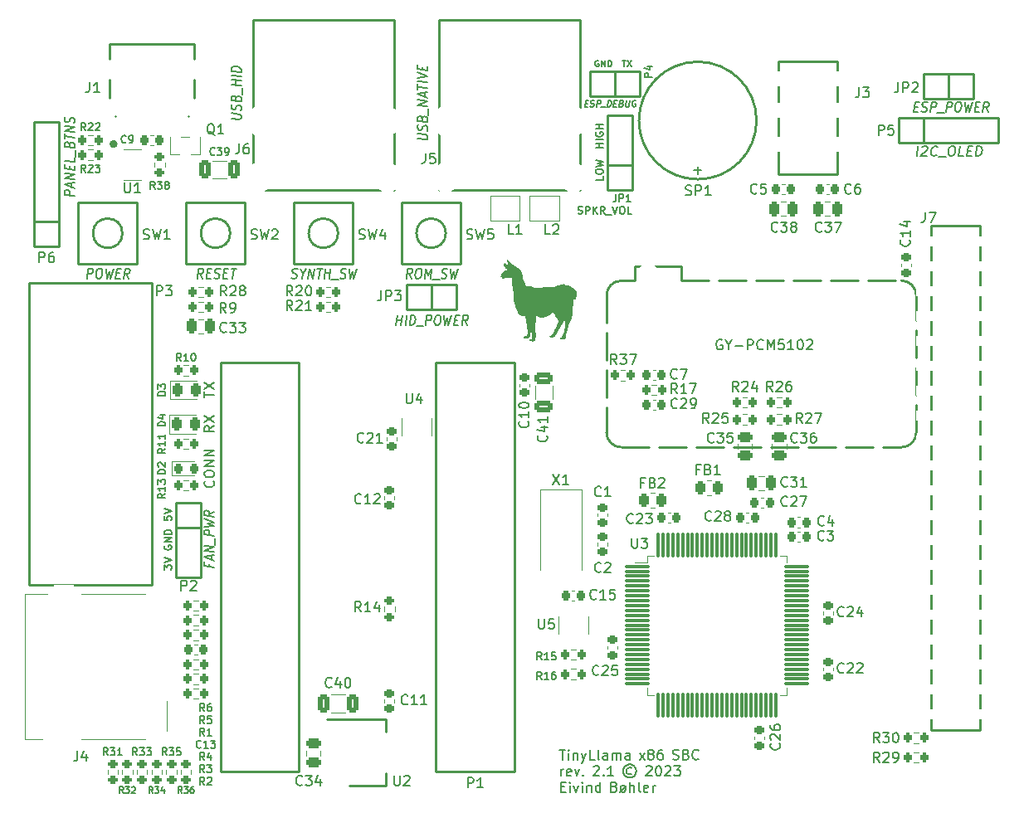
<source format=gto>
G04 #@! TF.GenerationSoftware,KiCad,Pcbnew,(6.99.0-5015-g618347ef50)*
G04 #@! TF.CreationDate,2023-01-08T20:33:57+01:00*
G04 #@! TF.ProjectId,TinyLlama,54696e79-4c6c-4616-9d61-2e6b69636164,2.1*
G04 #@! TF.SameCoordinates,Original*
G04 #@! TF.FileFunction,Legend,Top*
G04 #@! TF.FilePolarity,Positive*
%FSLAX46Y46*%
G04 Gerber Fmt 4.6, Leading zero omitted, Abs format (unit mm)*
G04 Created by KiCad (PCBNEW (6.99.0-5015-g618347ef50)) date 2023-01-08 20:33:57*
%MOMM*%
%LPD*%
G01*
G04 APERTURE LIST*
G04 Aperture macros list*
%AMRoundRect*
0 Rectangle with rounded corners*
0 $1 Rounding radius*
0 $2 $3 $4 $5 $6 $7 $8 $9 X,Y pos of 4 corners*
0 Add a 4 corners polygon primitive as box body*
4,1,4,$2,$3,$4,$5,$6,$7,$8,$9,$2,$3,0*
0 Add four circle primitives for the rounded corners*
1,1,$1+$1,$2,$3*
1,1,$1+$1,$4,$5*
1,1,$1+$1,$6,$7*
1,1,$1+$1,$8,$9*
0 Add four rect primitives between the rounded corners*
20,1,$1+$1,$2,$3,$4,$5,0*
20,1,$1+$1,$4,$5,$6,$7,0*
20,1,$1+$1,$6,$7,$8,$9,0*
20,1,$1+$1,$8,$9,$2,$3,0*%
G04 Aperture macros list end*
%ADD10C,0.203200*%
%ADD11C,0.152400*%
%ADD12C,0.127000*%
%ADD13C,0.120000*%
%ADD14C,0.254000*%
%ADD15C,0.100000*%
%ADD16C,0.400000*%
%ADD17RoundRect,0.200000X-0.200000X-0.275000X0.200000X-0.275000X0.200000X0.275000X-0.200000X0.275000X0*%
%ADD18RoundRect,0.225000X0.250000X-0.225000X0.250000X0.225000X-0.250000X0.225000X-0.250000X-0.225000X0*%
%ADD19C,0.500000*%
%ADD20RoundRect,0.225000X-0.250000X0.225000X-0.250000X-0.225000X0.250000X-0.225000X0.250000X0.225000X0*%
%ADD21R,1.397000X1.397000*%
%ADD22C,1.397000*%
%ADD23RoundRect,0.225000X-0.225000X-0.250000X0.225000X-0.250000X0.225000X0.250000X-0.225000X0.250000X0*%
%ADD24R,2.000000X3.800000*%
%ADD25R,2.000000X1.500000*%
%ADD26C,1.500000*%
%ADD27C,3.000000*%
%ADD28RoundRect,0.200000X0.275000X-0.200000X0.275000X0.200000X-0.275000X0.200000X-0.275000X-0.200000X0*%
%ADD29RoundRect,0.200000X0.200000X0.275000X-0.200000X0.275000X-0.200000X-0.275000X0.200000X-0.275000X0*%
%ADD30RoundRect,0.250000X-0.262500X-0.450000X0.262500X-0.450000X0.262500X0.450000X-0.262500X0.450000X0*%
%ADD31RoundRect,0.250000X0.475000X-0.250000X0.475000X0.250000X-0.475000X0.250000X-0.475000X-0.250000X0*%
%ADD32C,4.064000*%
%ADD33C,1.000000*%
%ADD34R,1.300000X0.700000*%
%ADD35R,2.000000X1.200000*%
%ADD36R,1.400000X1.200000*%
%ADD37C,0.600000*%
%ADD38R,0.600000X1.440000*%
%ADD39R,0.300000X1.500000*%
%ADD40O,0.900000X2.000000*%
%ADD41O,0.900000X1.700000*%
%ADD42RoundRect,0.075000X-1.162500X-0.075000X1.162500X-0.075000X1.162500X0.075000X-1.162500X0.075000X0*%
%ADD43RoundRect,0.075000X-0.075000X-1.162500X0.075000X-1.162500X0.075000X1.162500X-0.075000X1.162500X0*%
%ADD44RoundRect,0.250000X0.325000X0.650000X-0.325000X0.650000X-0.325000X-0.650000X0.325000X-0.650000X0*%
%ADD45C,2.000000*%
%ADD46R,0.600000X1.200000*%
%ADD47RoundRect,0.225000X0.225000X0.250000X-0.225000X0.250000X-0.225000X-0.250000X0.225000X-0.250000X0*%
%ADD48C,0.800000*%
%ADD49R,2.600000X0.630000*%
%ADD50R,0.700000X0.700000*%
%ADD51R,1.600000X1.400000*%
%ADD52RoundRect,0.250000X0.250000X0.475000X-0.250000X0.475000X-0.250000X-0.475000X0.250000X-0.475000X0*%
%ADD53RoundRect,0.250000X-0.650000X0.325000X-0.650000X-0.325000X0.650000X-0.325000X0.650000X0.325000X0*%
%ADD54R,0.600000X2.800000*%
%ADD55RoundRect,0.250000X-0.250000X-0.475000X0.250000X-0.475000X0.250000X0.475000X-0.250000X0.475000X0*%
%ADD56RoundRect,0.218750X-0.218750X-0.256250X0.218750X-0.256250X0.218750X0.256250X-0.218750X0.256250X0*%
%ADD57R,2.300000X1.020000*%
%ADD58C,1.700000*%
%ADD59RoundRect,0.243750X-0.243750X-0.456250X0.243750X-0.456250X0.243750X0.456250X-0.243750X0.456250X0*%
%ADD60R,1.200000X0.600000*%
%ADD61C,1.600000*%
%ADD62C,5.000000*%
%ADD63R,2.200000X1.600000*%
%ADD64RoundRect,0.250000X-0.325000X-0.650000X0.325000X-0.650000X0.325000X0.650000X-0.325000X0.650000X0*%
%ADD65C,1.400000*%
%ADD66C,2.600000*%
%ADD67C,0.900000*%
%ADD68C,1.800000*%
G04 APERTURE END LIST*
D10*
X78596761Y-94711339D02*
X79177333Y-94711339D01*
X78887047Y-95727339D02*
X78887047Y-94711339D01*
X79515999Y-95727339D02*
X79515999Y-95050005D01*
X79515999Y-94711339D02*
X79467618Y-94759720D01*
X79467618Y-94759720D02*
X79515999Y-94808100D01*
X79515999Y-94808100D02*
X79564380Y-94759720D01*
X79564380Y-94759720D02*
X79515999Y-94711339D01*
X79515999Y-94711339D02*
X79515999Y-94808100D01*
X79999809Y-95050005D02*
X79999809Y-95727339D01*
X79999809Y-95146767D02*
X80048190Y-95098386D01*
X80048190Y-95098386D02*
X80144952Y-95050005D01*
X80144952Y-95050005D02*
X80290095Y-95050005D01*
X80290095Y-95050005D02*
X80386857Y-95098386D01*
X80386857Y-95098386D02*
X80435238Y-95195148D01*
X80435238Y-95195148D02*
X80435238Y-95727339D01*
X80822285Y-95050005D02*
X81064190Y-95727339D01*
X81306095Y-95050005D02*
X81064190Y-95727339D01*
X81064190Y-95727339D02*
X80967428Y-95969243D01*
X80967428Y-95969243D02*
X80919047Y-96017624D01*
X80919047Y-96017624D02*
X80822285Y-96066005D01*
X82176952Y-95727339D02*
X81693142Y-95727339D01*
X81693142Y-95727339D02*
X81693142Y-94711339D01*
X82660761Y-95727339D02*
X82563999Y-95678958D01*
X82563999Y-95678958D02*
X82515618Y-95582196D01*
X82515618Y-95582196D02*
X82515618Y-94711339D01*
X83483237Y-95727339D02*
X83483237Y-95195148D01*
X83483237Y-95195148D02*
X83434856Y-95098386D01*
X83434856Y-95098386D02*
X83338094Y-95050005D01*
X83338094Y-95050005D02*
X83144570Y-95050005D01*
X83144570Y-95050005D02*
X83047808Y-95098386D01*
X83483237Y-95678958D02*
X83386475Y-95727339D01*
X83386475Y-95727339D02*
X83144570Y-95727339D01*
X83144570Y-95727339D02*
X83047808Y-95678958D01*
X83047808Y-95678958D02*
X82999427Y-95582196D01*
X82999427Y-95582196D02*
X82999427Y-95485434D01*
X82999427Y-95485434D02*
X83047808Y-95388672D01*
X83047808Y-95388672D02*
X83144570Y-95340291D01*
X83144570Y-95340291D02*
X83386475Y-95340291D01*
X83386475Y-95340291D02*
X83483237Y-95291910D01*
X83967046Y-95727339D02*
X83967046Y-95050005D01*
X83967046Y-95146767D02*
X84015427Y-95098386D01*
X84015427Y-95098386D02*
X84112189Y-95050005D01*
X84112189Y-95050005D02*
X84257332Y-95050005D01*
X84257332Y-95050005D02*
X84354094Y-95098386D01*
X84354094Y-95098386D02*
X84402475Y-95195148D01*
X84402475Y-95195148D02*
X84402475Y-95727339D01*
X84402475Y-95195148D02*
X84450856Y-95098386D01*
X84450856Y-95098386D02*
X84547618Y-95050005D01*
X84547618Y-95050005D02*
X84692761Y-95050005D01*
X84692761Y-95050005D02*
X84789522Y-95098386D01*
X84789522Y-95098386D02*
X84837903Y-95195148D01*
X84837903Y-95195148D02*
X84837903Y-95727339D01*
X85757142Y-95727339D02*
X85757142Y-95195148D01*
X85757142Y-95195148D02*
X85708761Y-95098386D01*
X85708761Y-95098386D02*
X85611999Y-95050005D01*
X85611999Y-95050005D02*
X85418475Y-95050005D01*
X85418475Y-95050005D02*
X85321713Y-95098386D01*
X85757142Y-95678958D02*
X85660380Y-95727339D01*
X85660380Y-95727339D02*
X85418475Y-95727339D01*
X85418475Y-95727339D02*
X85321713Y-95678958D01*
X85321713Y-95678958D02*
X85273332Y-95582196D01*
X85273332Y-95582196D02*
X85273332Y-95485434D01*
X85273332Y-95485434D02*
X85321713Y-95388672D01*
X85321713Y-95388672D02*
X85418475Y-95340291D01*
X85418475Y-95340291D02*
X85660380Y-95340291D01*
X85660380Y-95340291D02*
X85757142Y-95291910D01*
X86753789Y-95727339D02*
X87285980Y-95050005D01*
X86753789Y-95050005D02*
X87285980Y-95727339D01*
X87818170Y-95146767D02*
X87721408Y-95098386D01*
X87721408Y-95098386D02*
X87673027Y-95050005D01*
X87673027Y-95050005D02*
X87624646Y-94953243D01*
X87624646Y-94953243D02*
X87624646Y-94904862D01*
X87624646Y-94904862D02*
X87673027Y-94808100D01*
X87673027Y-94808100D02*
X87721408Y-94759720D01*
X87721408Y-94759720D02*
X87818170Y-94711339D01*
X87818170Y-94711339D02*
X88011694Y-94711339D01*
X88011694Y-94711339D02*
X88108456Y-94759720D01*
X88108456Y-94759720D02*
X88156837Y-94808100D01*
X88156837Y-94808100D02*
X88205218Y-94904862D01*
X88205218Y-94904862D02*
X88205218Y-94953243D01*
X88205218Y-94953243D02*
X88156837Y-95050005D01*
X88156837Y-95050005D02*
X88108456Y-95098386D01*
X88108456Y-95098386D02*
X88011694Y-95146767D01*
X88011694Y-95146767D02*
X87818170Y-95146767D01*
X87818170Y-95146767D02*
X87721408Y-95195148D01*
X87721408Y-95195148D02*
X87673027Y-95243529D01*
X87673027Y-95243529D02*
X87624646Y-95340291D01*
X87624646Y-95340291D02*
X87624646Y-95533815D01*
X87624646Y-95533815D02*
X87673027Y-95630577D01*
X87673027Y-95630577D02*
X87721408Y-95678958D01*
X87721408Y-95678958D02*
X87818170Y-95727339D01*
X87818170Y-95727339D02*
X88011694Y-95727339D01*
X88011694Y-95727339D02*
X88108456Y-95678958D01*
X88108456Y-95678958D02*
X88156837Y-95630577D01*
X88156837Y-95630577D02*
X88205218Y-95533815D01*
X88205218Y-95533815D02*
X88205218Y-95340291D01*
X88205218Y-95340291D02*
X88156837Y-95243529D01*
X88156837Y-95243529D02*
X88108456Y-95195148D01*
X88108456Y-95195148D02*
X88011694Y-95146767D01*
X89076075Y-94711339D02*
X88882551Y-94711339D01*
X88882551Y-94711339D02*
X88785789Y-94759720D01*
X88785789Y-94759720D02*
X88737408Y-94808100D01*
X88737408Y-94808100D02*
X88640646Y-94953243D01*
X88640646Y-94953243D02*
X88592265Y-95146767D01*
X88592265Y-95146767D02*
X88592265Y-95533815D01*
X88592265Y-95533815D02*
X88640646Y-95630577D01*
X88640646Y-95630577D02*
X88689027Y-95678958D01*
X88689027Y-95678958D02*
X88785789Y-95727339D01*
X88785789Y-95727339D02*
X88979313Y-95727339D01*
X88979313Y-95727339D02*
X89076075Y-95678958D01*
X89076075Y-95678958D02*
X89124456Y-95630577D01*
X89124456Y-95630577D02*
X89172837Y-95533815D01*
X89172837Y-95533815D02*
X89172837Y-95291910D01*
X89172837Y-95291910D02*
X89124456Y-95195148D01*
X89124456Y-95195148D02*
X89076075Y-95146767D01*
X89076075Y-95146767D02*
X88979313Y-95098386D01*
X88979313Y-95098386D02*
X88785789Y-95098386D01*
X88785789Y-95098386D02*
X88689027Y-95146767D01*
X88689027Y-95146767D02*
X88640646Y-95195148D01*
X88640646Y-95195148D02*
X88592265Y-95291910D01*
X90169484Y-95678958D02*
X90314627Y-95727339D01*
X90314627Y-95727339D02*
X90556532Y-95727339D01*
X90556532Y-95727339D02*
X90653294Y-95678958D01*
X90653294Y-95678958D02*
X90701675Y-95630577D01*
X90701675Y-95630577D02*
X90750056Y-95533815D01*
X90750056Y-95533815D02*
X90750056Y-95437053D01*
X90750056Y-95437053D02*
X90701675Y-95340291D01*
X90701675Y-95340291D02*
X90653294Y-95291910D01*
X90653294Y-95291910D02*
X90556532Y-95243529D01*
X90556532Y-95243529D02*
X90363008Y-95195148D01*
X90363008Y-95195148D02*
X90266246Y-95146767D01*
X90266246Y-95146767D02*
X90217865Y-95098386D01*
X90217865Y-95098386D02*
X90169484Y-95001624D01*
X90169484Y-95001624D02*
X90169484Y-94904862D01*
X90169484Y-94904862D02*
X90217865Y-94808100D01*
X90217865Y-94808100D02*
X90266246Y-94759720D01*
X90266246Y-94759720D02*
X90363008Y-94711339D01*
X90363008Y-94711339D02*
X90604913Y-94711339D01*
X90604913Y-94711339D02*
X90750056Y-94759720D01*
X91524151Y-95195148D02*
X91669294Y-95243529D01*
X91669294Y-95243529D02*
X91717675Y-95291910D01*
X91717675Y-95291910D02*
X91766056Y-95388672D01*
X91766056Y-95388672D02*
X91766056Y-95533815D01*
X91766056Y-95533815D02*
X91717675Y-95630577D01*
X91717675Y-95630577D02*
X91669294Y-95678958D01*
X91669294Y-95678958D02*
X91572532Y-95727339D01*
X91572532Y-95727339D02*
X91185484Y-95727339D01*
X91185484Y-95727339D02*
X91185484Y-94711339D01*
X91185484Y-94711339D02*
X91524151Y-94711339D01*
X91524151Y-94711339D02*
X91620913Y-94759720D01*
X91620913Y-94759720D02*
X91669294Y-94808100D01*
X91669294Y-94808100D02*
X91717675Y-94904862D01*
X91717675Y-94904862D02*
X91717675Y-95001624D01*
X91717675Y-95001624D02*
X91669294Y-95098386D01*
X91669294Y-95098386D02*
X91620913Y-95146767D01*
X91620913Y-95146767D02*
X91524151Y-95195148D01*
X91524151Y-95195148D02*
X91185484Y-95195148D01*
X92782056Y-95630577D02*
X92733675Y-95678958D01*
X92733675Y-95678958D02*
X92588532Y-95727339D01*
X92588532Y-95727339D02*
X92491770Y-95727339D01*
X92491770Y-95727339D02*
X92346627Y-95678958D01*
X92346627Y-95678958D02*
X92249865Y-95582196D01*
X92249865Y-95582196D02*
X92201484Y-95485434D01*
X92201484Y-95485434D02*
X92153103Y-95291910D01*
X92153103Y-95291910D02*
X92153103Y-95146767D01*
X92153103Y-95146767D02*
X92201484Y-94953243D01*
X92201484Y-94953243D02*
X92249865Y-94856481D01*
X92249865Y-94856481D02*
X92346627Y-94759720D01*
X92346627Y-94759720D02*
X92491770Y-94711339D01*
X92491770Y-94711339D02*
X92588532Y-94711339D01*
X92588532Y-94711339D02*
X92733675Y-94759720D01*
X92733675Y-94759720D02*
X92782056Y-94808100D01*
X78741904Y-97373259D02*
X78741904Y-96695925D01*
X78741904Y-96889449D02*
X78790285Y-96792687D01*
X78790285Y-96792687D02*
X78838666Y-96744306D01*
X78838666Y-96744306D02*
X78935428Y-96695925D01*
X78935428Y-96695925D02*
X79032190Y-96695925D01*
X79757904Y-97324878D02*
X79661142Y-97373259D01*
X79661142Y-97373259D02*
X79467618Y-97373259D01*
X79467618Y-97373259D02*
X79370856Y-97324878D01*
X79370856Y-97324878D02*
X79322475Y-97228116D01*
X79322475Y-97228116D02*
X79322475Y-96841068D01*
X79322475Y-96841068D02*
X79370856Y-96744306D01*
X79370856Y-96744306D02*
X79467618Y-96695925D01*
X79467618Y-96695925D02*
X79661142Y-96695925D01*
X79661142Y-96695925D02*
X79757904Y-96744306D01*
X79757904Y-96744306D02*
X79806285Y-96841068D01*
X79806285Y-96841068D02*
X79806285Y-96937830D01*
X79806285Y-96937830D02*
X79322475Y-97034592D01*
X80144951Y-96695925D02*
X80386856Y-97373259D01*
X80386856Y-97373259D02*
X80628761Y-96695925D01*
X81015808Y-97276497D02*
X81064189Y-97324878D01*
X81064189Y-97324878D02*
X81015808Y-97373259D01*
X81015808Y-97373259D02*
X80967427Y-97324878D01*
X80967427Y-97324878D02*
X81015808Y-97276497D01*
X81015808Y-97276497D02*
X81015808Y-97373259D01*
X82060837Y-96454020D02*
X82109218Y-96405640D01*
X82109218Y-96405640D02*
X82205980Y-96357259D01*
X82205980Y-96357259D02*
X82447885Y-96357259D01*
X82447885Y-96357259D02*
X82544647Y-96405640D01*
X82544647Y-96405640D02*
X82593028Y-96454020D01*
X82593028Y-96454020D02*
X82641409Y-96550782D01*
X82641409Y-96550782D02*
X82641409Y-96647544D01*
X82641409Y-96647544D02*
X82593028Y-96792687D01*
X82593028Y-96792687D02*
X82012456Y-97373259D01*
X82012456Y-97373259D02*
X82641409Y-97373259D01*
X83076837Y-97276497D02*
X83125218Y-97324878D01*
X83125218Y-97324878D02*
X83076837Y-97373259D01*
X83076837Y-97373259D02*
X83028456Y-97324878D01*
X83028456Y-97324878D02*
X83076837Y-97276497D01*
X83076837Y-97276497D02*
X83076837Y-97373259D01*
X84092838Y-97373259D02*
X83512266Y-97373259D01*
X83802552Y-97373259D02*
X83802552Y-96357259D01*
X83802552Y-96357259D02*
X83705790Y-96502401D01*
X83705790Y-96502401D02*
X83609028Y-96599163D01*
X83609028Y-96599163D02*
X83512266Y-96647544D01*
X85960342Y-96599163D02*
X85863581Y-96550782D01*
X85863581Y-96550782D02*
X85670057Y-96550782D01*
X85670057Y-96550782D02*
X85573295Y-96599163D01*
X85573295Y-96599163D02*
X85476533Y-96695925D01*
X85476533Y-96695925D02*
X85428152Y-96792687D01*
X85428152Y-96792687D02*
X85428152Y-96986211D01*
X85428152Y-96986211D02*
X85476533Y-97082973D01*
X85476533Y-97082973D02*
X85573295Y-97179735D01*
X85573295Y-97179735D02*
X85670057Y-97228116D01*
X85670057Y-97228116D02*
X85863581Y-97228116D01*
X85863581Y-97228116D02*
X85960342Y-97179735D01*
X85766819Y-96212116D02*
X85524914Y-96260497D01*
X85524914Y-96260497D02*
X85283009Y-96405640D01*
X85283009Y-96405640D02*
X85137866Y-96647544D01*
X85137866Y-96647544D02*
X85089485Y-96889449D01*
X85089485Y-96889449D02*
X85137866Y-97131354D01*
X85137866Y-97131354D02*
X85283009Y-97373259D01*
X85283009Y-97373259D02*
X85524914Y-97518401D01*
X85524914Y-97518401D02*
X85766819Y-97566782D01*
X85766819Y-97566782D02*
X86008723Y-97518401D01*
X86008723Y-97518401D02*
X86250628Y-97373259D01*
X86250628Y-97373259D02*
X86395771Y-97131354D01*
X86395771Y-97131354D02*
X86444152Y-96889449D01*
X86444152Y-96889449D02*
X86395771Y-96647544D01*
X86395771Y-96647544D02*
X86250628Y-96405640D01*
X86250628Y-96405640D02*
X86008723Y-96260497D01*
X86008723Y-96260497D02*
X85766819Y-96212116D01*
X87440799Y-96454020D02*
X87489180Y-96405640D01*
X87489180Y-96405640D02*
X87585942Y-96357259D01*
X87585942Y-96357259D02*
X87827847Y-96357259D01*
X87827847Y-96357259D02*
X87924609Y-96405640D01*
X87924609Y-96405640D02*
X87972990Y-96454020D01*
X87972990Y-96454020D02*
X88021371Y-96550782D01*
X88021371Y-96550782D02*
X88021371Y-96647544D01*
X88021371Y-96647544D02*
X87972990Y-96792687D01*
X87972990Y-96792687D02*
X87392418Y-97373259D01*
X87392418Y-97373259D02*
X88021371Y-97373259D01*
X88650323Y-96357259D02*
X88747085Y-96357259D01*
X88747085Y-96357259D02*
X88843847Y-96405640D01*
X88843847Y-96405640D02*
X88892228Y-96454020D01*
X88892228Y-96454020D02*
X88940609Y-96550782D01*
X88940609Y-96550782D02*
X88988990Y-96744306D01*
X88988990Y-96744306D02*
X88988990Y-96986211D01*
X88988990Y-96986211D02*
X88940609Y-97179735D01*
X88940609Y-97179735D02*
X88892228Y-97276497D01*
X88892228Y-97276497D02*
X88843847Y-97324878D01*
X88843847Y-97324878D02*
X88747085Y-97373259D01*
X88747085Y-97373259D02*
X88650323Y-97373259D01*
X88650323Y-97373259D02*
X88553561Y-97324878D01*
X88553561Y-97324878D02*
X88505180Y-97276497D01*
X88505180Y-97276497D02*
X88456799Y-97179735D01*
X88456799Y-97179735D02*
X88408418Y-96986211D01*
X88408418Y-96986211D02*
X88408418Y-96744306D01*
X88408418Y-96744306D02*
X88456799Y-96550782D01*
X88456799Y-96550782D02*
X88505180Y-96454020D01*
X88505180Y-96454020D02*
X88553561Y-96405640D01*
X88553561Y-96405640D02*
X88650323Y-96357259D01*
X89376037Y-96454020D02*
X89424418Y-96405640D01*
X89424418Y-96405640D02*
X89521180Y-96357259D01*
X89521180Y-96357259D02*
X89763085Y-96357259D01*
X89763085Y-96357259D02*
X89859847Y-96405640D01*
X89859847Y-96405640D02*
X89908228Y-96454020D01*
X89908228Y-96454020D02*
X89956609Y-96550782D01*
X89956609Y-96550782D02*
X89956609Y-96647544D01*
X89956609Y-96647544D02*
X89908228Y-96792687D01*
X89908228Y-96792687D02*
X89327656Y-97373259D01*
X89327656Y-97373259D02*
X89956609Y-97373259D01*
X90295275Y-96357259D02*
X90924228Y-96357259D01*
X90924228Y-96357259D02*
X90585561Y-96744306D01*
X90585561Y-96744306D02*
X90730704Y-96744306D01*
X90730704Y-96744306D02*
X90827466Y-96792687D01*
X90827466Y-96792687D02*
X90875847Y-96841068D01*
X90875847Y-96841068D02*
X90924228Y-96937830D01*
X90924228Y-96937830D02*
X90924228Y-97179735D01*
X90924228Y-97179735D02*
X90875847Y-97276497D01*
X90875847Y-97276497D02*
X90827466Y-97324878D01*
X90827466Y-97324878D02*
X90730704Y-97373259D01*
X90730704Y-97373259D02*
X90440418Y-97373259D01*
X90440418Y-97373259D02*
X90343656Y-97324878D01*
X90343656Y-97324878D02*
X90295275Y-97276497D01*
X78741904Y-98486988D02*
X79080571Y-98486988D01*
X79225714Y-99019179D02*
X78741904Y-99019179D01*
X78741904Y-99019179D02*
X78741904Y-98003179D01*
X78741904Y-98003179D02*
X79225714Y-98003179D01*
X79661142Y-99019179D02*
X79661142Y-98341845D01*
X79661142Y-98003179D02*
X79612761Y-98051560D01*
X79612761Y-98051560D02*
X79661142Y-98099940D01*
X79661142Y-98099940D02*
X79709523Y-98051560D01*
X79709523Y-98051560D02*
X79661142Y-98003179D01*
X79661142Y-98003179D02*
X79661142Y-98099940D01*
X80048190Y-98341845D02*
X80290095Y-99019179D01*
X80290095Y-99019179D02*
X80532000Y-98341845D01*
X80919047Y-99019179D02*
X80919047Y-98341845D01*
X80919047Y-98003179D02*
X80870666Y-98051560D01*
X80870666Y-98051560D02*
X80919047Y-98099940D01*
X80919047Y-98099940D02*
X80967428Y-98051560D01*
X80967428Y-98051560D02*
X80919047Y-98003179D01*
X80919047Y-98003179D02*
X80919047Y-98099940D01*
X81402857Y-98341845D02*
X81402857Y-99019179D01*
X81402857Y-98438607D02*
X81451238Y-98390226D01*
X81451238Y-98390226D02*
X81548000Y-98341845D01*
X81548000Y-98341845D02*
X81693143Y-98341845D01*
X81693143Y-98341845D02*
X81789905Y-98390226D01*
X81789905Y-98390226D02*
X81838286Y-98486988D01*
X81838286Y-98486988D02*
X81838286Y-99019179D01*
X82757524Y-99019179D02*
X82757524Y-98003179D01*
X82757524Y-98970798D02*
X82660762Y-99019179D01*
X82660762Y-99019179D02*
X82467238Y-99019179D01*
X82467238Y-99019179D02*
X82370476Y-98970798D01*
X82370476Y-98970798D02*
X82322095Y-98922417D01*
X82322095Y-98922417D02*
X82273714Y-98825655D01*
X82273714Y-98825655D02*
X82273714Y-98535369D01*
X82273714Y-98535369D02*
X82322095Y-98438607D01*
X82322095Y-98438607D02*
X82370476Y-98390226D01*
X82370476Y-98390226D02*
X82467238Y-98341845D01*
X82467238Y-98341845D02*
X82660762Y-98341845D01*
X82660762Y-98341845D02*
X82757524Y-98390226D01*
X84189600Y-98486988D02*
X84334743Y-98535369D01*
X84334743Y-98535369D02*
X84383124Y-98583750D01*
X84383124Y-98583750D02*
X84431505Y-98680512D01*
X84431505Y-98680512D02*
X84431505Y-98825655D01*
X84431505Y-98825655D02*
X84383124Y-98922417D01*
X84383124Y-98922417D02*
X84334743Y-98970798D01*
X84334743Y-98970798D02*
X84237981Y-99019179D01*
X84237981Y-99019179D02*
X83850933Y-99019179D01*
X83850933Y-99019179D02*
X83850933Y-98003179D01*
X83850933Y-98003179D02*
X84189600Y-98003179D01*
X84189600Y-98003179D02*
X84286362Y-98051560D01*
X84286362Y-98051560D02*
X84334743Y-98099940D01*
X84334743Y-98099940D02*
X84383124Y-98196702D01*
X84383124Y-98196702D02*
X84383124Y-98293464D01*
X84383124Y-98293464D02*
X84334743Y-98390226D01*
X84334743Y-98390226D02*
X84286362Y-98438607D01*
X84286362Y-98438607D02*
X84189600Y-98486988D01*
X84189600Y-98486988D02*
X83850933Y-98486988D01*
X85399124Y-98341845D02*
X84770171Y-99019179D01*
X85012076Y-99019179D02*
X84915314Y-98970798D01*
X84915314Y-98970798D02*
X84866933Y-98922417D01*
X84866933Y-98922417D02*
X84818552Y-98825655D01*
X84818552Y-98825655D02*
X84818552Y-98535369D01*
X84818552Y-98535369D02*
X84866933Y-98438607D01*
X84866933Y-98438607D02*
X84915314Y-98390226D01*
X84915314Y-98390226D02*
X85012076Y-98341845D01*
X85012076Y-98341845D02*
X85157219Y-98341845D01*
X85157219Y-98341845D02*
X85253981Y-98390226D01*
X85253981Y-98390226D02*
X85302362Y-98438607D01*
X85302362Y-98438607D02*
X85350743Y-98535369D01*
X85350743Y-98535369D02*
X85350743Y-98825655D01*
X85350743Y-98825655D02*
X85302362Y-98922417D01*
X85302362Y-98922417D02*
X85253981Y-98970798D01*
X85253981Y-98970798D02*
X85157219Y-99019179D01*
X85157219Y-99019179D02*
X85012076Y-99019179D01*
X85786171Y-99019179D02*
X85786171Y-98003179D01*
X86221600Y-99019179D02*
X86221600Y-98486988D01*
X86221600Y-98486988D02*
X86173219Y-98390226D01*
X86173219Y-98390226D02*
X86076457Y-98341845D01*
X86076457Y-98341845D02*
X85931314Y-98341845D01*
X85931314Y-98341845D02*
X85834552Y-98390226D01*
X85834552Y-98390226D02*
X85786171Y-98438607D01*
X86850552Y-99019179D02*
X86753790Y-98970798D01*
X86753790Y-98970798D02*
X86705409Y-98874036D01*
X86705409Y-98874036D02*
X86705409Y-98003179D01*
X87624647Y-98970798D02*
X87527885Y-99019179D01*
X87527885Y-99019179D02*
X87334361Y-99019179D01*
X87334361Y-99019179D02*
X87237599Y-98970798D01*
X87237599Y-98970798D02*
X87189218Y-98874036D01*
X87189218Y-98874036D02*
X87189218Y-98486988D01*
X87189218Y-98486988D02*
X87237599Y-98390226D01*
X87237599Y-98390226D02*
X87334361Y-98341845D01*
X87334361Y-98341845D02*
X87527885Y-98341845D01*
X87527885Y-98341845D02*
X87624647Y-98390226D01*
X87624647Y-98390226D02*
X87673028Y-98486988D01*
X87673028Y-98486988D02*
X87673028Y-98583750D01*
X87673028Y-98583750D02*
X87189218Y-98680512D01*
X88108456Y-99019179D02*
X88108456Y-98341845D01*
X88108456Y-98535369D02*
X88156837Y-98438607D01*
X88156837Y-98438607D02*
X88205218Y-98390226D01*
X88205218Y-98390226D02*
X88301980Y-98341845D01*
X88301980Y-98341845D02*
X88398742Y-98341845D01*
D11*
X42373000Y-92029956D02*
X42119000Y-91667099D01*
X41937571Y-92029956D02*
X41937571Y-91267956D01*
X41937571Y-91267956D02*
X42227857Y-91267956D01*
X42227857Y-91267956D02*
X42300428Y-91304242D01*
X42300428Y-91304242D02*
X42336714Y-91340527D01*
X42336714Y-91340527D02*
X42373000Y-91413099D01*
X42373000Y-91413099D02*
X42373000Y-91521956D01*
X42373000Y-91521956D02*
X42336714Y-91594527D01*
X42336714Y-91594527D02*
X42300428Y-91630813D01*
X42300428Y-91630813D02*
X42227857Y-91667099D01*
X42227857Y-91667099D02*
X41937571Y-91667099D01*
X43062428Y-91267956D02*
X42699571Y-91267956D01*
X42699571Y-91267956D02*
X42663285Y-91630813D01*
X42663285Y-91630813D02*
X42699571Y-91594527D01*
X42699571Y-91594527D02*
X42772143Y-91558242D01*
X42772143Y-91558242D02*
X42953571Y-91558242D01*
X42953571Y-91558242D02*
X43026143Y-91594527D01*
X43026143Y-91594527D02*
X43062428Y-91630813D01*
X43062428Y-91630813D02*
X43098714Y-91703384D01*
X43098714Y-91703384D02*
X43098714Y-91884813D01*
X43098714Y-91884813D02*
X43062428Y-91957384D01*
X43062428Y-91957384D02*
X43026143Y-91993670D01*
X43026143Y-91993670D02*
X42953571Y-92029956D01*
X42953571Y-92029956D02*
X42772143Y-92029956D01*
X42772143Y-92029956D02*
X42699571Y-91993670D01*
X42699571Y-91993670D02*
X42663285Y-91957384D01*
D10*
X82830667Y-68776497D02*
X82782286Y-68824878D01*
X82782286Y-68824878D02*
X82637143Y-68873259D01*
X82637143Y-68873259D02*
X82540381Y-68873259D01*
X82540381Y-68873259D02*
X82395238Y-68824878D01*
X82395238Y-68824878D02*
X82298476Y-68728116D01*
X82298476Y-68728116D02*
X82250095Y-68631354D01*
X82250095Y-68631354D02*
X82201714Y-68437830D01*
X82201714Y-68437830D02*
X82201714Y-68292687D01*
X82201714Y-68292687D02*
X82250095Y-68099163D01*
X82250095Y-68099163D02*
X82298476Y-68002401D01*
X82298476Y-68002401D02*
X82395238Y-67905640D01*
X82395238Y-67905640D02*
X82540381Y-67857259D01*
X82540381Y-67857259D02*
X82637143Y-67857259D01*
X82637143Y-67857259D02*
X82782286Y-67905640D01*
X82782286Y-67905640D02*
X82830667Y-67954020D01*
X83798286Y-68873259D02*
X83217714Y-68873259D01*
X83508000Y-68873259D02*
X83508000Y-67857259D01*
X83508000Y-67857259D02*
X83411238Y-68002401D01*
X83411238Y-68002401D02*
X83314476Y-68099163D01*
X83314476Y-68099163D02*
X83217714Y-68147544D01*
X82830667Y-76526497D02*
X82782286Y-76574878D01*
X82782286Y-76574878D02*
X82637143Y-76623259D01*
X82637143Y-76623259D02*
X82540381Y-76623259D01*
X82540381Y-76623259D02*
X82395238Y-76574878D01*
X82395238Y-76574878D02*
X82298476Y-76478116D01*
X82298476Y-76478116D02*
X82250095Y-76381354D01*
X82250095Y-76381354D02*
X82201714Y-76187830D01*
X82201714Y-76187830D02*
X82201714Y-76042687D01*
X82201714Y-76042687D02*
X82250095Y-75849163D01*
X82250095Y-75849163D02*
X82298476Y-75752401D01*
X82298476Y-75752401D02*
X82395238Y-75655640D01*
X82395238Y-75655640D02*
X82540381Y-75607259D01*
X82540381Y-75607259D02*
X82637143Y-75607259D01*
X82637143Y-75607259D02*
X82782286Y-75655640D01*
X82782286Y-75655640D02*
X82830667Y-75704020D01*
X83217714Y-75704020D02*
X83266095Y-75655640D01*
X83266095Y-75655640D02*
X83362857Y-75607259D01*
X83362857Y-75607259D02*
X83604762Y-75607259D01*
X83604762Y-75607259D02*
X83701524Y-75655640D01*
X83701524Y-75655640D02*
X83749905Y-75704020D01*
X83749905Y-75704020D02*
X83798286Y-75800782D01*
X83798286Y-75800782D02*
X83798286Y-75897544D01*
X83798286Y-75897544D02*
X83749905Y-76042687D01*
X83749905Y-76042687D02*
X83169333Y-76623259D01*
X83169333Y-76623259D02*
X83798286Y-76623259D01*
D11*
X88029944Y-26062428D02*
X87267944Y-26062428D01*
X87267944Y-26062428D02*
X87267944Y-25772142D01*
X87267944Y-25772142D02*
X87304230Y-25699571D01*
X87304230Y-25699571D02*
X87340515Y-25663285D01*
X87340515Y-25663285D02*
X87413087Y-25626999D01*
X87413087Y-25626999D02*
X87521944Y-25626999D01*
X87521944Y-25626999D02*
X87594515Y-25663285D01*
X87594515Y-25663285D02*
X87630801Y-25699571D01*
X87630801Y-25699571D02*
X87667087Y-25772142D01*
X87667087Y-25772142D02*
X87667087Y-26062428D01*
X87521944Y-24973857D02*
X88029944Y-24973857D01*
X87231658Y-25155285D02*
X87775944Y-25336714D01*
X87775944Y-25336714D02*
X87775944Y-24864999D01*
D12*
X81227008Y-28750667D02*
X81438675Y-28750667D01*
X81487812Y-29083286D02*
X81185431Y-29083286D01*
X81185431Y-29083286D02*
X81264806Y-28448286D01*
X81264806Y-28448286D02*
X81567187Y-28448286D01*
X81733496Y-29053048D02*
X81820431Y-29083286D01*
X81820431Y-29083286D02*
X81971621Y-29083286D01*
X81971621Y-29083286D02*
X82035877Y-29053048D01*
X82035877Y-29053048D02*
X82069895Y-29022810D01*
X82069895Y-29022810D02*
X82107693Y-28962334D01*
X82107693Y-28962334D02*
X82115252Y-28901858D01*
X82115252Y-28901858D02*
X82092574Y-28841382D01*
X82092574Y-28841382D02*
X82066115Y-28811144D01*
X82066115Y-28811144D02*
X82009419Y-28780905D01*
X82009419Y-28780905D02*
X81892246Y-28750667D01*
X81892246Y-28750667D02*
X81835550Y-28720429D01*
X81835550Y-28720429D02*
X81809092Y-28690191D01*
X81809092Y-28690191D02*
X81786413Y-28629715D01*
X81786413Y-28629715D02*
X81793973Y-28569239D01*
X81793973Y-28569239D02*
X81831770Y-28508763D01*
X81831770Y-28508763D02*
X81865788Y-28478525D01*
X81865788Y-28478525D02*
X81930044Y-28448286D01*
X81930044Y-28448286D02*
X82081235Y-28448286D01*
X82081235Y-28448286D02*
X82168169Y-28478525D01*
X82364717Y-29083286D02*
X82444092Y-28448286D01*
X82444092Y-28448286D02*
X82685997Y-28448286D01*
X82685997Y-28448286D02*
X82742693Y-28478525D01*
X82742693Y-28478525D02*
X82769151Y-28508763D01*
X82769151Y-28508763D02*
X82791830Y-28569239D01*
X82791830Y-28569239D02*
X82780491Y-28659953D01*
X82780491Y-28659953D02*
X82742693Y-28720429D01*
X82742693Y-28720429D02*
X82708675Y-28750667D01*
X82708675Y-28750667D02*
X82644419Y-28780905D01*
X82644419Y-28780905D02*
X82402514Y-28780905D01*
X82840967Y-29143763D02*
X83324776Y-29143763D01*
X83479747Y-29083286D02*
X83559122Y-28448286D01*
X83559122Y-28448286D02*
X83710312Y-28448286D01*
X83710312Y-28448286D02*
X83797247Y-28478525D01*
X83797247Y-28478525D02*
X83850163Y-28539001D01*
X83850163Y-28539001D02*
X83872842Y-28599477D01*
X83872842Y-28599477D02*
X83887961Y-28720429D01*
X83887961Y-28720429D02*
X83876622Y-28811144D01*
X83876622Y-28811144D02*
X83831265Y-28932096D01*
X83831265Y-28932096D02*
X83793467Y-28992572D01*
X83793467Y-28992572D02*
X83725431Y-29053048D01*
X83725431Y-29053048D02*
X83630937Y-29083286D01*
X83630937Y-29083286D02*
X83479747Y-29083286D01*
X84156324Y-28750667D02*
X84367991Y-28750667D01*
X84417128Y-29083286D02*
X84114747Y-29083286D01*
X84114747Y-29083286D02*
X84194122Y-28448286D01*
X84194122Y-28448286D02*
X84496503Y-28448286D01*
X84942515Y-28750667D02*
X85029449Y-28780905D01*
X85029449Y-28780905D02*
X85055908Y-28811144D01*
X85055908Y-28811144D02*
X85078586Y-28871620D01*
X85078586Y-28871620D02*
X85067247Y-28962334D01*
X85067247Y-28962334D02*
X85029449Y-29022810D01*
X85029449Y-29022810D02*
X84995431Y-29053048D01*
X84995431Y-29053048D02*
X84931176Y-29083286D01*
X84931176Y-29083286D02*
X84689271Y-29083286D01*
X84689271Y-29083286D02*
X84768646Y-28448286D01*
X84768646Y-28448286D02*
X84980312Y-28448286D01*
X84980312Y-28448286D02*
X85037009Y-28478525D01*
X85037009Y-28478525D02*
X85063467Y-28508763D01*
X85063467Y-28508763D02*
X85086146Y-28569239D01*
X85086146Y-28569239D02*
X85078586Y-28629715D01*
X85078586Y-28629715D02*
X85040789Y-28690191D01*
X85040789Y-28690191D02*
X85006771Y-28720429D01*
X85006771Y-28720429D02*
X84942515Y-28750667D01*
X84942515Y-28750667D02*
X84730848Y-28750667D01*
X85403646Y-28448286D02*
X85339390Y-28962334D01*
X85339390Y-28962334D02*
X85362068Y-29022810D01*
X85362068Y-29022810D02*
X85388527Y-29053048D01*
X85388527Y-29053048D02*
X85445223Y-29083286D01*
X85445223Y-29083286D02*
X85566176Y-29083286D01*
X85566176Y-29083286D02*
X85630431Y-29053048D01*
X85630431Y-29053048D02*
X85664449Y-29022810D01*
X85664449Y-29022810D02*
X85702247Y-28962334D01*
X85702247Y-28962334D02*
X85766503Y-28448286D01*
X86397723Y-28478525D02*
X86341027Y-28448286D01*
X86341027Y-28448286D02*
X86250312Y-28448286D01*
X86250312Y-28448286D02*
X86155818Y-28478525D01*
X86155818Y-28478525D02*
X86087783Y-28539001D01*
X86087783Y-28539001D02*
X86049985Y-28599477D01*
X86049985Y-28599477D02*
X86004628Y-28720429D01*
X86004628Y-28720429D02*
X85993289Y-28811144D01*
X85993289Y-28811144D02*
X86008408Y-28932096D01*
X86008408Y-28932096D02*
X86031086Y-28992572D01*
X86031086Y-28992572D02*
X86084003Y-29053048D01*
X86084003Y-29053048D02*
X86170937Y-29083286D01*
X86170937Y-29083286D02*
X86231414Y-29083286D01*
X86231414Y-29083286D02*
X86325908Y-29053048D01*
X86325908Y-29053048D02*
X86359925Y-29022810D01*
X86359925Y-29022810D02*
X86386384Y-28811144D01*
X86386384Y-28811144D02*
X86265431Y-28811144D01*
X85011904Y-24348286D02*
X85374761Y-24348286D01*
X85193332Y-24983286D02*
X85193332Y-24348286D01*
X85525952Y-24348286D02*
X85949285Y-24983286D01*
X85949285Y-24348286D02*
X85525952Y-24983286D01*
X82588571Y-24378525D02*
X82528095Y-24348286D01*
X82528095Y-24348286D02*
X82437381Y-24348286D01*
X82437381Y-24348286D02*
X82346666Y-24378525D01*
X82346666Y-24378525D02*
X82286190Y-24439001D01*
X82286190Y-24439001D02*
X82255952Y-24499477D01*
X82255952Y-24499477D02*
X82225714Y-24620429D01*
X82225714Y-24620429D02*
X82225714Y-24711144D01*
X82225714Y-24711144D02*
X82255952Y-24832096D01*
X82255952Y-24832096D02*
X82286190Y-24892572D01*
X82286190Y-24892572D02*
X82346666Y-24953048D01*
X82346666Y-24953048D02*
X82437381Y-24983286D01*
X82437381Y-24983286D02*
X82497857Y-24983286D01*
X82497857Y-24983286D02*
X82588571Y-24953048D01*
X82588571Y-24953048D02*
X82618809Y-24922810D01*
X82618809Y-24922810D02*
X82618809Y-24711144D01*
X82618809Y-24711144D02*
X82497857Y-24711144D01*
X82890952Y-24983286D02*
X82890952Y-24348286D01*
X82890952Y-24348286D02*
X83253809Y-24983286D01*
X83253809Y-24983286D02*
X83253809Y-24348286D01*
X83556190Y-24983286D02*
X83556190Y-24348286D01*
X83556190Y-24348286D02*
X83707380Y-24348286D01*
X83707380Y-24348286D02*
X83798095Y-24378525D01*
X83798095Y-24378525D02*
X83858571Y-24439001D01*
X83858571Y-24439001D02*
X83888809Y-24499477D01*
X83888809Y-24499477D02*
X83919047Y-24620429D01*
X83919047Y-24620429D02*
X83919047Y-24711144D01*
X83919047Y-24711144D02*
X83888809Y-24832096D01*
X83888809Y-24832096D02*
X83858571Y-24892572D01*
X83858571Y-24892572D02*
X83798095Y-24953048D01*
X83798095Y-24953048D02*
X83707380Y-24983286D01*
X83707380Y-24983286D02*
X83556190Y-24983286D01*
D11*
X84330857Y-38017944D02*
X84330857Y-38562230D01*
X84330857Y-38562230D02*
X84294572Y-38671087D01*
X84294572Y-38671087D02*
X84222000Y-38743658D01*
X84222000Y-38743658D02*
X84113143Y-38779944D01*
X84113143Y-38779944D02*
X84040572Y-38779944D01*
X84693714Y-38779944D02*
X84693714Y-38017944D01*
X84693714Y-38017944D02*
X84984000Y-38017944D01*
X84984000Y-38017944D02*
X85056571Y-38054230D01*
X85056571Y-38054230D02*
X85092857Y-38090515D01*
X85092857Y-38090515D02*
X85129143Y-38163087D01*
X85129143Y-38163087D02*
X85129143Y-38271944D01*
X85129143Y-38271944D02*
X85092857Y-38344515D01*
X85092857Y-38344515D02*
X85056571Y-38380801D01*
X85056571Y-38380801D02*
X84984000Y-38417087D01*
X84984000Y-38417087D02*
X84693714Y-38417087D01*
X85854857Y-38779944D02*
X85419428Y-38779944D01*
X85637143Y-38779944D02*
X85637143Y-38017944D01*
X85637143Y-38017944D02*
X85564571Y-38126801D01*
X85564571Y-38126801D02*
X85492000Y-38199372D01*
X85492000Y-38199372D02*
X85419428Y-38235658D01*
X80484571Y-39993658D02*
X80593429Y-40029944D01*
X80593429Y-40029944D02*
X80774857Y-40029944D01*
X80774857Y-40029944D02*
X80847429Y-39993658D01*
X80847429Y-39993658D02*
X80883714Y-39957372D01*
X80883714Y-39957372D02*
X80920000Y-39884801D01*
X80920000Y-39884801D02*
X80920000Y-39812230D01*
X80920000Y-39812230D02*
X80883714Y-39739658D01*
X80883714Y-39739658D02*
X80847429Y-39703372D01*
X80847429Y-39703372D02*
X80774857Y-39667087D01*
X80774857Y-39667087D02*
X80629714Y-39630801D01*
X80629714Y-39630801D02*
X80557143Y-39594515D01*
X80557143Y-39594515D02*
X80520857Y-39558230D01*
X80520857Y-39558230D02*
X80484571Y-39485658D01*
X80484571Y-39485658D02*
X80484571Y-39413087D01*
X80484571Y-39413087D02*
X80520857Y-39340515D01*
X80520857Y-39340515D02*
X80557143Y-39304230D01*
X80557143Y-39304230D02*
X80629714Y-39267944D01*
X80629714Y-39267944D02*
X80811143Y-39267944D01*
X80811143Y-39267944D02*
X80920000Y-39304230D01*
X81246571Y-40029944D02*
X81246571Y-39267944D01*
X81246571Y-39267944D02*
X81536857Y-39267944D01*
X81536857Y-39267944D02*
X81609428Y-39304230D01*
X81609428Y-39304230D02*
X81645714Y-39340515D01*
X81645714Y-39340515D02*
X81682000Y-39413087D01*
X81682000Y-39413087D02*
X81682000Y-39521944D01*
X81682000Y-39521944D02*
X81645714Y-39594515D01*
X81645714Y-39594515D02*
X81609428Y-39630801D01*
X81609428Y-39630801D02*
X81536857Y-39667087D01*
X81536857Y-39667087D02*
X81246571Y-39667087D01*
X82008571Y-40029944D02*
X82008571Y-39267944D01*
X82444000Y-40029944D02*
X82117428Y-39594515D01*
X82444000Y-39267944D02*
X82008571Y-39703372D01*
X83206000Y-40029944D02*
X82952000Y-39667087D01*
X82770571Y-40029944D02*
X82770571Y-39267944D01*
X82770571Y-39267944D02*
X83060857Y-39267944D01*
X83060857Y-39267944D02*
X83133428Y-39304230D01*
X83133428Y-39304230D02*
X83169714Y-39340515D01*
X83169714Y-39340515D02*
X83206000Y-39413087D01*
X83206000Y-39413087D02*
X83206000Y-39521944D01*
X83206000Y-39521944D02*
X83169714Y-39594515D01*
X83169714Y-39594515D02*
X83133428Y-39630801D01*
X83133428Y-39630801D02*
X83060857Y-39667087D01*
X83060857Y-39667087D02*
X82770571Y-39667087D01*
X83351143Y-40102515D02*
X83931714Y-40102515D01*
X84004285Y-39267944D02*
X84258285Y-40029944D01*
X84258285Y-40029944D02*
X84512285Y-39267944D01*
X84911428Y-39267944D02*
X85056571Y-39267944D01*
X85056571Y-39267944D02*
X85129142Y-39304230D01*
X85129142Y-39304230D02*
X85201714Y-39376801D01*
X85201714Y-39376801D02*
X85237999Y-39521944D01*
X85237999Y-39521944D02*
X85237999Y-39775944D01*
X85237999Y-39775944D02*
X85201714Y-39921087D01*
X85201714Y-39921087D02*
X85129142Y-39993658D01*
X85129142Y-39993658D02*
X85056571Y-40029944D01*
X85056571Y-40029944D02*
X84911428Y-40029944D01*
X84911428Y-40029944D02*
X84838857Y-39993658D01*
X84838857Y-39993658D02*
X84766285Y-39921087D01*
X84766285Y-39921087D02*
X84729999Y-39775944D01*
X84729999Y-39775944D02*
X84729999Y-39521944D01*
X84729999Y-39521944D02*
X84766285Y-39376801D01*
X84766285Y-39376801D02*
X84838857Y-39304230D01*
X84838857Y-39304230D02*
X84911428Y-39267944D01*
X85927428Y-40029944D02*
X85564571Y-40029944D01*
X85564571Y-40029944D02*
X85564571Y-39267944D01*
X83029945Y-36178712D02*
X83029945Y-36541569D01*
X83029945Y-36541569D02*
X82267945Y-36541569D01*
X82267945Y-35779569D02*
X82267945Y-35634426D01*
X82267945Y-35634426D02*
X82304231Y-35561855D01*
X82304231Y-35561855D02*
X82376802Y-35489283D01*
X82376802Y-35489283D02*
X82521945Y-35452998D01*
X82521945Y-35452998D02*
X82775945Y-35452998D01*
X82775945Y-35452998D02*
X82921088Y-35489283D01*
X82921088Y-35489283D02*
X82993659Y-35561855D01*
X82993659Y-35561855D02*
X83029945Y-35634426D01*
X83029945Y-35634426D02*
X83029945Y-35779569D01*
X83029945Y-35779569D02*
X82993659Y-35852141D01*
X82993659Y-35852141D02*
X82921088Y-35924712D01*
X82921088Y-35924712D02*
X82775945Y-35960998D01*
X82775945Y-35960998D02*
X82521945Y-35960998D01*
X82521945Y-35960998D02*
X82376802Y-35924712D01*
X82376802Y-35924712D02*
X82304231Y-35852141D01*
X82304231Y-35852141D02*
X82267945Y-35779569D01*
X82267945Y-35198997D02*
X83029945Y-35017569D01*
X83029945Y-35017569D02*
X82485659Y-34872426D01*
X82485659Y-34872426D02*
X83029945Y-34727283D01*
X83029945Y-34727283D02*
X82267945Y-34545855D01*
X83029945Y-33259283D02*
X82267945Y-33259283D01*
X82630802Y-33259283D02*
X82630802Y-32823854D01*
X83029945Y-32823854D02*
X82267945Y-32823854D01*
X83029945Y-32460997D02*
X82267945Y-32460997D01*
X82304231Y-31698997D02*
X82267945Y-31771569D01*
X82267945Y-31771569D02*
X82267945Y-31880426D01*
X82267945Y-31880426D02*
X82304231Y-31989283D01*
X82304231Y-31989283D02*
X82376802Y-32061854D01*
X82376802Y-32061854D02*
X82449373Y-32098140D01*
X82449373Y-32098140D02*
X82594516Y-32134426D01*
X82594516Y-32134426D02*
X82703373Y-32134426D01*
X82703373Y-32134426D02*
X82848516Y-32098140D01*
X82848516Y-32098140D02*
X82921088Y-32061854D01*
X82921088Y-32061854D02*
X82993659Y-31989283D01*
X82993659Y-31989283D02*
X83029945Y-31880426D01*
X83029945Y-31880426D02*
X83029945Y-31807854D01*
X83029945Y-31807854D02*
X82993659Y-31698997D01*
X82993659Y-31698997D02*
X82957373Y-31662711D01*
X82957373Y-31662711D02*
X82703373Y-31662711D01*
X82703373Y-31662711D02*
X82703373Y-31807854D01*
X83029945Y-31336140D02*
X82267945Y-31336140D01*
X82630802Y-31336140D02*
X82630802Y-30900711D01*
X83029945Y-30900711D02*
X82267945Y-30900711D01*
X34373000Y-32707372D02*
X34336714Y-32743658D01*
X34336714Y-32743658D02*
X34227857Y-32779944D01*
X34227857Y-32779944D02*
X34155285Y-32779944D01*
X34155285Y-32779944D02*
X34046428Y-32743658D01*
X34046428Y-32743658D02*
X33973857Y-32671087D01*
X33973857Y-32671087D02*
X33937571Y-32598515D01*
X33937571Y-32598515D02*
X33901285Y-32453372D01*
X33901285Y-32453372D02*
X33901285Y-32344515D01*
X33901285Y-32344515D02*
X33937571Y-32199372D01*
X33937571Y-32199372D02*
X33973857Y-32126801D01*
X33973857Y-32126801D02*
X34046428Y-32054230D01*
X34046428Y-32054230D02*
X34155285Y-32017944D01*
X34155285Y-32017944D02*
X34227857Y-32017944D01*
X34227857Y-32017944D02*
X34336714Y-32054230D01*
X34336714Y-32054230D02*
X34373000Y-32090515D01*
X34735857Y-32779944D02*
X34881000Y-32779944D01*
X34881000Y-32779944D02*
X34953571Y-32743658D01*
X34953571Y-32743658D02*
X34989857Y-32707372D01*
X34989857Y-32707372D02*
X35062428Y-32598515D01*
X35062428Y-32598515D02*
X35098714Y-32453372D01*
X35098714Y-32453372D02*
X35098714Y-32163087D01*
X35098714Y-32163087D02*
X35062428Y-32090515D01*
X35062428Y-32090515D02*
X35026143Y-32054230D01*
X35026143Y-32054230D02*
X34953571Y-32017944D01*
X34953571Y-32017944D02*
X34808428Y-32017944D01*
X34808428Y-32017944D02*
X34735857Y-32054230D01*
X34735857Y-32054230D02*
X34699571Y-32090515D01*
X34699571Y-32090515D02*
X34663285Y-32163087D01*
X34663285Y-32163087D02*
X34663285Y-32344515D01*
X34663285Y-32344515D02*
X34699571Y-32417087D01*
X34699571Y-32417087D02*
X34735857Y-32453372D01*
X34735857Y-32453372D02*
X34808428Y-32489658D01*
X34808428Y-32489658D02*
X34953571Y-32489658D01*
X34953571Y-32489658D02*
X35026143Y-32453372D01*
X35026143Y-32453372D02*
X35062428Y-32417087D01*
X35062428Y-32417087D02*
X35098714Y-32344515D01*
D10*
X61725904Y-97357259D02*
X61725904Y-98179735D01*
X61725904Y-98179735D02*
X61774285Y-98276497D01*
X61774285Y-98276497D02*
X61822666Y-98324878D01*
X61822666Y-98324878D02*
X61919428Y-98373259D01*
X61919428Y-98373259D02*
X62112952Y-98373259D01*
X62112952Y-98373259D02*
X62209714Y-98324878D01*
X62209714Y-98324878D02*
X62258095Y-98276497D01*
X62258095Y-98276497D02*
X62306476Y-98179735D01*
X62306476Y-98179735D02*
X62306476Y-97357259D01*
X62741904Y-97454020D02*
X62790285Y-97405640D01*
X62790285Y-97405640D02*
X62887047Y-97357259D01*
X62887047Y-97357259D02*
X63128952Y-97357259D01*
X63128952Y-97357259D02*
X63225714Y-97405640D01*
X63225714Y-97405640D02*
X63274095Y-97454020D01*
X63274095Y-97454020D02*
X63322476Y-97550782D01*
X63322476Y-97550782D02*
X63322476Y-97647544D01*
X63322476Y-97647544D02*
X63274095Y-97792687D01*
X63274095Y-97792687D02*
X62693523Y-98373259D01*
X62693523Y-98373259D02*
X63322476Y-98373259D01*
X111246857Y-95973259D02*
X110908190Y-95489449D01*
X110666285Y-95973259D02*
X110666285Y-94957259D01*
X110666285Y-94957259D02*
X111053333Y-94957259D01*
X111053333Y-94957259D02*
X111150095Y-95005640D01*
X111150095Y-95005640D02*
X111198476Y-95054020D01*
X111198476Y-95054020D02*
X111246857Y-95150782D01*
X111246857Y-95150782D02*
X111246857Y-95295925D01*
X111246857Y-95295925D02*
X111198476Y-95392687D01*
X111198476Y-95392687D02*
X111150095Y-95441068D01*
X111150095Y-95441068D02*
X111053333Y-95489449D01*
X111053333Y-95489449D02*
X110666285Y-95489449D01*
X111633904Y-95054020D02*
X111682285Y-95005640D01*
X111682285Y-95005640D02*
X111779047Y-94957259D01*
X111779047Y-94957259D02*
X112020952Y-94957259D01*
X112020952Y-94957259D02*
X112117714Y-95005640D01*
X112117714Y-95005640D02*
X112166095Y-95054020D01*
X112166095Y-95054020D02*
X112214476Y-95150782D01*
X112214476Y-95150782D02*
X112214476Y-95247544D01*
X112214476Y-95247544D02*
X112166095Y-95392687D01*
X112166095Y-95392687D02*
X111585523Y-95973259D01*
X111585523Y-95973259D02*
X112214476Y-95973259D01*
X112698285Y-95973259D02*
X112891809Y-95973259D01*
X112891809Y-95973259D02*
X112988571Y-95924878D01*
X112988571Y-95924878D02*
X113036952Y-95876497D01*
X113036952Y-95876497D02*
X113133714Y-95731354D01*
X113133714Y-95731354D02*
X113182095Y-95537830D01*
X113182095Y-95537830D02*
X113182095Y-95150782D01*
X113182095Y-95150782D02*
X113133714Y-95054020D01*
X113133714Y-95054020D02*
X113085333Y-95005640D01*
X113085333Y-95005640D02*
X112988571Y-94957259D01*
X112988571Y-94957259D02*
X112795047Y-94957259D01*
X112795047Y-94957259D02*
X112698285Y-95005640D01*
X112698285Y-95005640D02*
X112649904Y-95054020D01*
X112649904Y-95054020D02*
X112601523Y-95150782D01*
X112601523Y-95150782D02*
X112601523Y-95392687D01*
X112601523Y-95392687D02*
X112649904Y-95489449D01*
X112649904Y-95489449D02*
X112698285Y-95537830D01*
X112698285Y-95537830D02*
X112795047Y-95586211D01*
X112795047Y-95586211D02*
X112988571Y-95586211D01*
X112988571Y-95586211D02*
X113085333Y-95537830D01*
X113085333Y-95537830D02*
X113133714Y-95489449D01*
X113133714Y-95489449D02*
X113182095Y-95392687D01*
X101026509Y-94078139D02*
X101074890Y-94126520D01*
X101074890Y-94126520D02*
X101123271Y-94271663D01*
X101123271Y-94271663D02*
X101123271Y-94368425D01*
X101123271Y-94368425D02*
X101074890Y-94513568D01*
X101074890Y-94513568D02*
X100978128Y-94610330D01*
X100978128Y-94610330D02*
X100881366Y-94658711D01*
X100881366Y-94658711D02*
X100687842Y-94707092D01*
X100687842Y-94707092D02*
X100542699Y-94707092D01*
X100542699Y-94707092D02*
X100349175Y-94658711D01*
X100349175Y-94658711D02*
X100252413Y-94610330D01*
X100252413Y-94610330D02*
X100155652Y-94513568D01*
X100155652Y-94513568D02*
X100107271Y-94368425D01*
X100107271Y-94368425D02*
X100107271Y-94271663D01*
X100107271Y-94271663D02*
X100155652Y-94126520D01*
X100155652Y-94126520D02*
X100204032Y-94078139D01*
X100204032Y-93691092D02*
X100155652Y-93642711D01*
X100155652Y-93642711D02*
X100107271Y-93545949D01*
X100107271Y-93545949D02*
X100107271Y-93304044D01*
X100107271Y-93304044D02*
X100155652Y-93207282D01*
X100155652Y-93207282D02*
X100204032Y-93158901D01*
X100204032Y-93158901D02*
X100300794Y-93110520D01*
X100300794Y-93110520D02*
X100397556Y-93110520D01*
X100397556Y-93110520D02*
X100542699Y-93158901D01*
X100542699Y-93158901D02*
X101123271Y-93739473D01*
X101123271Y-93739473D02*
X101123271Y-93110520D01*
X100107271Y-92239663D02*
X100107271Y-92433187D01*
X100107271Y-92433187D02*
X100155652Y-92529949D01*
X100155652Y-92529949D02*
X100204032Y-92578330D01*
X100204032Y-92578330D02*
X100349175Y-92675092D01*
X100349175Y-92675092D02*
X100542699Y-92723473D01*
X100542699Y-92723473D02*
X100929747Y-92723473D01*
X100929747Y-92723473D02*
X101026509Y-92675092D01*
X101026509Y-92675092D02*
X101074890Y-92626711D01*
X101074890Y-92626711D02*
X101123271Y-92529949D01*
X101123271Y-92529949D02*
X101123271Y-92336425D01*
X101123271Y-92336425D02*
X101074890Y-92239663D01*
X101074890Y-92239663D02*
X101026509Y-92191282D01*
X101026509Y-92191282D02*
X100929747Y-92142901D01*
X100929747Y-92142901D02*
X100687842Y-92142901D01*
X100687842Y-92142901D02*
X100591080Y-92191282D01*
X100591080Y-92191282D02*
X100542699Y-92239663D01*
X100542699Y-92239663D02*
X100494318Y-92336425D01*
X100494318Y-92336425D02*
X100494318Y-92529949D01*
X100494318Y-92529949D02*
X100542699Y-92626711D01*
X100542699Y-92626711D02*
X100591080Y-92675092D01*
X100591080Y-92675092D02*
X100687842Y-92723473D01*
X64911333Y-33857259D02*
X64911333Y-34582973D01*
X64911333Y-34582973D02*
X64862952Y-34728116D01*
X64862952Y-34728116D02*
X64766190Y-34824878D01*
X64766190Y-34824878D02*
X64621047Y-34873259D01*
X64621047Y-34873259D02*
X64524285Y-34873259D01*
X65878952Y-33857259D02*
X65395142Y-33857259D01*
X65395142Y-33857259D02*
X65346761Y-34341068D01*
X65346761Y-34341068D02*
X65395142Y-34292687D01*
X65395142Y-34292687D02*
X65491904Y-34244306D01*
X65491904Y-34244306D02*
X65733809Y-34244306D01*
X65733809Y-34244306D02*
X65830571Y-34292687D01*
X65830571Y-34292687D02*
X65878952Y-34341068D01*
X65878952Y-34341068D02*
X65927333Y-34437830D01*
X65927333Y-34437830D02*
X65927333Y-34679735D01*
X65927333Y-34679735D02*
X65878952Y-34776497D01*
X65878952Y-34776497D02*
X65830571Y-34824878D01*
X65830571Y-34824878D02*
X65733809Y-34873259D01*
X65733809Y-34873259D02*
X65491904Y-34873259D01*
X65491904Y-34873259D02*
X65395142Y-34824878D01*
X65395142Y-34824878D02*
X65346761Y-34776497D01*
X64107259Y-32358614D02*
X64929735Y-32461423D01*
X64929735Y-32461423D02*
X65026497Y-32429976D01*
X65026497Y-32429976D02*
X65074878Y-32392480D01*
X65074878Y-32392480D02*
X65123259Y-32311442D01*
X65123259Y-32311442D02*
X65123259Y-32137271D01*
X65123259Y-32137271D02*
X65074878Y-32044137D01*
X65074878Y-32044137D02*
X65026497Y-31994547D01*
X65026497Y-31994547D02*
X64929735Y-31938909D01*
X64929735Y-31938909D02*
X64107259Y-31836099D01*
X65074878Y-31565166D02*
X65123259Y-31440585D01*
X65123259Y-31440585D02*
X65123259Y-31222871D01*
X65123259Y-31222871D02*
X65074878Y-31129737D01*
X65074878Y-31129737D02*
X65026497Y-31080147D01*
X65026497Y-31080147D02*
X64929735Y-31024509D01*
X64929735Y-31024509D02*
X64832973Y-31012413D01*
X64832973Y-31012413D02*
X64736211Y-31043861D01*
X64736211Y-31043861D02*
X64687830Y-31081356D01*
X64687830Y-31081356D02*
X64639449Y-31162394D01*
X64639449Y-31162394D02*
X64591068Y-31330518D01*
X64591068Y-31330518D02*
X64542687Y-31411556D01*
X64542687Y-31411556D02*
X64494306Y-31449052D01*
X64494306Y-31449052D02*
X64397544Y-31480499D01*
X64397544Y-31480499D02*
X64300782Y-31468404D01*
X64300782Y-31468404D02*
X64204020Y-31412766D01*
X64204020Y-31412766D02*
X64155640Y-31363175D01*
X64155640Y-31363175D02*
X64107259Y-31270042D01*
X64107259Y-31270042D02*
X64107259Y-31052328D01*
X64107259Y-31052328D02*
X64155640Y-30927747D01*
X64591068Y-30285490D02*
X64639449Y-30160909D01*
X64639449Y-30160909D02*
X64687830Y-30123414D01*
X64687830Y-30123414D02*
X64784592Y-30091966D01*
X64784592Y-30091966D02*
X64929735Y-30110109D01*
X64929735Y-30110109D02*
X65026497Y-30165747D01*
X65026497Y-30165747D02*
X65074878Y-30215337D01*
X65074878Y-30215337D02*
X65123259Y-30308471D01*
X65123259Y-30308471D02*
X65123259Y-30656814D01*
X65123259Y-30656814D02*
X64107259Y-30529814D01*
X64107259Y-30529814D02*
X64107259Y-30225014D01*
X64107259Y-30225014D02*
X64155640Y-30143976D01*
X64155640Y-30143976D02*
X64204020Y-30106480D01*
X64204020Y-30106480D02*
X64300782Y-30075033D01*
X64300782Y-30075033D02*
X64397544Y-30087128D01*
X64397544Y-30087128D02*
X64494306Y-30142766D01*
X64494306Y-30142766D02*
X64542687Y-30192356D01*
X64542687Y-30192356D02*
X64591068Y-30285490D01*
X64591068Y-30285490D02*
X64591068Y-30590290D01*
X65220020Y-29972223D02*
X65220020Y-29275537D01*
X65123259Y-29051776D02*
X64107259Y-28924776D01*
X64107259Y-28924776D02*
X65123259Y-28529261D01*
X65123259Y-28529261D02*
X64107259Y-28402261D01*
X64832973Y-28101090D02*
X64832973Y-27665661D01*
X65123259Y-28224461D02*
X64107259Y-27792661D01*
X64107259Y-27792661D02*
X65123259Y-27614861D01*
X64107259Y-27313690D02*
X64107259Y-26791176D01*
X65123259Y-27179433D02*
X64107259Y-27052433D01*
X65123259Y-26613376D02*
X64107259Y-26486376D01*
X64107259Y-26181575D02*
X65123259Y-26003775D01*
X65123259Y-26003775D02*
X64107259Y-25571975D01*
X64591068Y-25327652D02*
X64591068Y-25022852D01*
X65123259Y-24958747D02*
X65123259Y-25394176D01*
X65123259Y-25394176D02*
X64107259Y-25267176D01*
X64107259Y-25267176D02*
X64107259Y-24831747D01*
D12*
X40091785Y-99133292D02*
X39880118Y-98830911D01*
X39728928Y-99133292D02*
X39728928Y-98498292D01*
X39728928Y-98498292D02*
X39970833Y-98498292D01*
X39970833Y-98498292D02*
X40031309Y-98528531D01*
X40031309Y-98528531D02*
X40061547Y-98558769D01*
X40061547Y-98558769D02*
X40091785Y-98619245D01*
X40091785Y-98619245D02*
X40091785Y-98709959D01*
X40091785Y-98709959D02*
X40061547Y-98770435D01*
X40061547Y-98770435D02*
X40031309Y-98800673D01*
X40031309Y-98800673D02*
X39970833Y-98830911D01*
X39970833Y-98830911D02*
X39728928Y-98830911D01*
X40303452Y-98498292D02*
X40696547Y-98498292D01*
X40696547Y-98498292D02*
X40484880Y-98740197D01*
X40484880Y-98740197D02*
X40575595Y-98740197D01*
X40575595Y-98740197D02*
X40636071Y-98770435D01*
X40636071Y-98770435D02*
X40666309Y-98800673D01*
X40666309Y-98800673D02*
X40696547Y-98861150D01*
X40696547Y-98861150D02*
X40696547Y-99012340D01*
X40696547Y-99012340D02*
X40666309Y-99072816D01*
X40666309Y-99072816D02*
X40636071Y-99103054D01*
X40636071Y-99103054D02*
X40575595Y-99133292D01*
X40575595Y-99133292D02*
X40394166Y-99133292D01*
X40394166Y-99133292D02*
X40333690Y-99103054D01*
X40333690Y-99103054D02*
X40303452Y-99072816D01*
X41240833Y-98498292D02*
X41119880Y-98498292D01*
X41119880Y-98498292D02*
X41059404Y-98528531D01*
X41059404Y-98528531D02*
X41029166Y-98558769D01*
X41029166Y-98558769D02*
X40968690Y-98649483D01*
X40968690Y-98649483D02*
X40938452Y-98770435D01*
X40938452Y-98770435D02*
X40938452Y-99012340D01*
X40938452Y-99012340D02*
X40968690Y-99072816D01*
X40968690Y-99072816D02*
X40998928Y-99103054D01*
X40998928Y-99103054D02*
X41059404Y-99133292D01*
X41059404Y-99133292D02*
X41180357Y-99133292D01*
X41180357Y-99133292D02*
X41240833Y-99103054D01*
X41240833Y-99103054D02*
X41271071Y-99072816D01*
X41271071Y-99072816D02*
X41301309Y-99012340D01*
X41301309Y-99012340D02*
X41301309Y-98861150D01*
X41301309Y-98861150D02*
X41271071Y-98800673D01*
X41271071Y-98800673D02*
X41240833Y-98770435D01*
X41240833Y-98770435D02*
X41180357Y-98740197D01*
X41180357Y-98740197D02*
X41059404Y-98740197D01*
X41059404Y-98740197D02*
X40998928Y-98770435D01*
X40998928Y-98770435D02*
X40968690Y-98800673D01*
X40968690Y-98800673D02*
X40938452Y-98861150D01*
D11*
X42373001Y-90779934D02*
X42119001Y-90417077D01*
X41937572Y-90779934D02*
X41937572Y-90017934D01*
X41937572Y-90017934D02*
X42227858Y-90017934D01*
X42227858Y-90017934D02*
X42300429Y-90054220D01*
X42300429Y-90054220D02*
X42336715Y-90090505D01*
X42336715Y-90090505D02*
X42373001Y-90163077D01*
X42373001Y-90163077D02*
X42373001Y-90271934D01*
X42373001Y-90271934D02*
X42336715Y-90344505D01*
X42336715Y-90344505D02*
X42300429Y-90380791D01*
X42300429Y-90380791D02*
X42227858Y-90417077D01*
X42227858Y-90417077D02*
X41937572Y-90417077D01*
X43026144Y-90017934D02*
X42881001Y-90017934D01*
X42881001Y-90017934D02*
X42808429Y-90054220D01*
X42808429Y-90054220D02*
X42772144Y-90090505D01*
X42772144Y-90090505D02*
X42699572Y-90199362D01*
X42699572Y-90199362D02*
X42663286Y-90344505D01*
X42663286Y-90344505D02*
X42663286Y-90634791D01*
X42663286Y-90634791D02*
X42699572Y-90707362D01*
X42699572Y-90707362D02*
X42735858Y-90743648D01*
X42735858Y-90743648D02*
X42808429Y-90779934D01*
X42808429Y-90779934D02*
X42953572Y-90779934D01*
X42953572Y-90779934D02*
X43026144Y-90743648D01*
X43026144Y-90743648D02*
X43062429Y-90707362D01*
X43062429Y-90707362D02*
X43098715Y-90634791D01*
X43098715Y-90634791D02*
X43098715Y-90453362D01*
X43098715Y-90453362D02*
X43062429Y-90380791D01*
X43062429Y-90380791D02*
X43026144Y-90344505D01*
X43026144Y-90344505D02*
X42953572Y-90308220D01*
X42953572Y-90308220D02*
X42808429Y-90308220D01*
X42808429Y-90308220D02*
X42735858Y-90344505D01*
X42735858Y-90344505D02*
X42699572Y-90380791D01*
X42699572Y-90380791D02*
X42663286Y-90453362D01*
X76760143Y-87529944D02*
X76506143Y-87167087D01*
X76324714Y-87529944D02*
X76324714Y-86767944D01*
X76324714Y-86767944D02*
X76615000Y-86767944D01*
X76615000Y-86767944D02*
X76687571Y-86804230D01*
X76687571Y-86804230D02*
X76723857Y-86840515D01*
X76723857Y-86840515D02*
X76760143Y-86913087D01*
X76760143Y-86913087D02*
X76760143Y-87021944D01*
X76760143Y-87021944D02*
X76723857Y-87094515D01*
X76723857Y-87094515D02*
X76687571Y-87130801D01*
X76687571Y-87130801D02*
X76615000Y-87167087D01*
X76615000Y-87167087D02*
X76324714Y-87167087D01*
X77485857Y-87529944D02*
X77050428Y-87529944D01*
X77268143Y-87529944D02*
X77268143Y-86767944D01*
X77268143Y-86767944D02*
X77195571Y-86876801D01*
X77195571Y-86876801D02*
X77123000Y-86949372D01*
X77123000Y-86949372D02*
X77050428Y-86985658D01*
X78139000Y-86767944D02*
X77993857Y-86767944D01*
X77993857Y-86767944D02*
X77921285Y-86804230D01*
X77921285Y-86804230D02*
X77885000Y-86840515D01*
X77885000Y-86840515D02*
X77812428Y-86949372D01*
X77812428Y-86949372D02*
X77776142Y-87094515D01*
X77776142Y-87094515D02*
X77776142Y-87384801D01*
X77776142Y-87384801D02*
X77812428Y-87457372D01*
X77812428Y-87457372D02*
X77848714Y-87493658D01*
X77848714Y-87493658D02*
X77921285Y-87529944D01*
X77921285Y-87529944D02*
X78066428Y-87529944D01*
X78066428Y-87529944D02*
X78139000Y-87493658D01*
X78139000Y-87493658D02*
X78175285Y-87457372D01*
X78175285Y-87457372D02*
X78211571Y-87384801D01*
X78211571Y-87384801D02*
X78211571Y-87203372D01*
X78211571Y-87203372D02*
X78175285Y-87130801D01*
X78175285Y-87130801D02*
X78139000Y-87094515D01*
X78139000Y-87094515D02*
X78066428Y-87058230D01*
X78066428Y-87058230D02*
X77921285Y-87058230D01*
X77921285Y-87058230D02*
X77848714Y-87094515D01*
X77848714Y-87094515D02*
X77812428Y-87130801D01*
X77812428Y-87130801D02*
X77776142Y-87203372D01*
X37310143Y-37479944D02*
X37056143Y-37117087D01*
X36874714Y-37479944D02*
X36874714Y-36717944D01*
X36874714Y-36717944D02*
X37165000Y-36717944D01*
X37165000Y-36717944D02*
X37237571Y-36754230D01*
X37237571Y-36754230D02*
X37273857Y-36790515D01*
X37273857Y-36790515D02*
X37310143Y-36863087D01*
X37310143Y-36863087D02*
X37310143Y-36971944D01*
X37310143Y-36971944D02*
X37273857Y-37044515D01*
X37273857Y-37044515D02*
X37237571Y-37080801D01*
X37237571Y-37080801D02*
X37165000Y-37117087D01*
X37165000Y-37117087D02*
X36874714Y-37117087D01*
X37564143Y-36717944D02*
X38035857Y-36717944D01*
X38035857Y-36717944D02*
X37781857Y-37008230D01*
X37781857Y-37008230D02*
X37890714Y-37008230D01*
X37890714Y-37008230D02*
X37963286Y-37044515D01*
X37963286Y-37044515D02*
X37999571Y-37080801D01*
X37999571Y-37080801D02*
X38035857Y-37153372D01*
X38035857Y-37153372D02*
X38035857Y-37334801D01*
X38035857Y-37334801D02*
X37999571Y-37407372D01*
X37999571Y-37407372D02*
X37963286Y-37443658D01*
X37963286Y-37443658D02*
X37890714Y-37479944D01*
X37890714Y-37479944D02*
X37673000Y-37479944D01*
X37673000Y-37479944D02*
X37600428Y-37443658D01*
X37600428Y-37443658D02*
X37564143Y-37407372D01*
X38471285Y-37044515D02*
X38398714Y-37008230D01*
X38398714Y-37008230D02*
X38362428Y-36971944D01*
X38362428Y-36971944D02*
X38326142Y-36899372D01*
X38326142Y-36899372D02*
X38326142Y-36863087D01*
X38326142Y-36863087D02*
X38362428Y-36790515D01*
X38362428Y-36790515D02*
X38398714Y-36754230D01*
X38398714Y-36754230D02*
X38471285Y-36717944D01*
X38471285Y-36717944D02*
X38616428Y-36717944D01*
X38616428Y-36717944D02*
X38689000Y-36754230D01*
X38689000Y-36754230D02*
X38725285Y-36790515D01*
X38725285Y-36790515D02*
X38761571Y-36863087D01*
X38761571Y-36863087D02*
X38761571Y-36899372D01*
X38761571Y-36899372D02*
X38725285Y-36971944D01*
X38725285Y-36971944D02*
X38689000Y-37008230D01*
X38689000Y-37008230D02*
X38616428Y-37044515D01*
X38616428Y-37044515D02*
X38471285Y-37044515D01*
X38471285Y-37044515D02*
X38398714Y-37080801D01*
X38398714Y-37080801D02*
X38362428Y-37117087D01*
X38362428Y-37117087D02*
X38326142Y-37189658D01*
X38326142Y-37189658D02*
X38326142Y-37334801D01*
X38326142Y-37334801D02*
X38362428Y-37407372D01*
X38362428Y-37407372D02*
X38398714Y-37443658D01*
X38398714Y-37443658D02*
X38471285Y-37479944D01*
X38471285Y-37479944D02*
X38616428Y-37479944D01*
X38616428Y-37479944D02*
X38689000Y-37443658D01*
X38689000Y-37443658D02*
X38725285Y-37407372D01*
X38725285Y-37407372D02*
X38761571Y-37334801D01*
X38761571Y-37334801D02*
X38761571Y-37189658D01*
X38761571Y-37189658D02*
X38725285Y-37117087D01*
X38725285Y-37117087D02*
X38689000Y-37080801D01*
X38689000Y-37080801D02*
X38616428Y-37044515D01*
D10*
X92903333Y-66091068D02*
X92564666Y-66091068D01*
X92564666Y-66623259D02*
X92564666Y-65607259D01*
X92564666Y-65607259D02*
X93048476Y-65607259D01*
X93774190Y-66091068D02*
X93919333Y-66139449D01*
X93919333Y-66139449D02*
X93967714Y-66187830D01*
X93967714Y-66187830D02*
X94016095Y-66284592D01*
X94016095Y-66284592D02*
X94016095Y-66429735D01*
X94016095Y-66429735D02*
X93967714Y-66526497D01*
X93967714Y-66526497D02*
X93919333Y-66574878D01*
X93919333Y-66574878D02*
X93822571Y-66623259D01*
X93822571Y-66623259D02*
X93435523Y-66623259D01*
X93435523Y-66623259D02*
X93435523Y-65607259D01*
X93435523Y-65607259D02*
X93774190Y-65607259D01*
X93774190Y-65607259D02*
X93870952Y-65655640D01*
X93870952Y-65655640D02*
X93919333Y-65704020D01*
X93919333Y-65704020D02*
X93967714Y-65800782D01*
X93967714Y-65800782D02*
X93967714Y-65897544D01*
X93967714Y-65897544D02*
X93919333Y-65994306D01*
X93919333Y-65994306D02*
X93870952Y-66042687D01*
X93870952Y-66042687D02*
X93774190Y-66091068D01*
X93774190Y-66091068D02*
X93435523Y-66091068D01*
X94983714Y-66623259D02*
X94403142Y-66623259D01*
X94693428Y-66623259D02*
X94693428Y-65607259D01*
X94693428Y-65607259D02*
X94596666Y-65752401D01*
X94596666Y-65752401D02*
X94499904Y-65849163D01*
X94499904Y-65849163D02*
X94403142Y-65897544D01*
X113153333Y-26607259D02*
X113153333Y-27332973D01*
X113153333Y-27332973D02*
X113104952Y-27478116D01*
X113104952Y-27478116D02*
X113008190Y-27574878D01*
X113008190Y-27574878D02*
X112863047Y-27623259D01*
X112863047Y-27623259D02*
X112766285Y-27623259D01*
X113637142Y-27623259D02*
X113637142Y-26607259D01*
X113637142Y-26607259D02*
X114024190Y-26607259D01*
X114024190Y-26607259D02*
X114120952Y-26655640D01*
X114120952Y-26655640D02*
X114169333Y-26704020D01*
X114169333Y-26704020D02*
X114217714Y-26800782D01*
X114217714Y-26800782D02*
X114217714Y-26945925D01*
X114217714Y-26945925D02*
X114169333Y-27042687D01*
X114169333Y-27042687D02*
X114120952Y-27091068D01*
X114120952Y-27091068D02*
X114024190Y-27139449D01*
X114024190Y-27139449D02*
X113637142Y-27139449D01*
X114604761Y-26704020D02*
X114653142Y-26655640D01*
X114653142Y-26655640D02*
X114749904Y-26607259D01*
X114749904Y-26607259D02*
X114991809Y-26607259D01*
X114991809Y-26607259D02*
X115088571Y-26655640D01*
X115088571Y-26655640D02*
X115136952Y-26704020D01*
X115136952Y-26704020D02*
X115185333Y-26800782D01*
X115185333Y-26800782D02*
X115185333Y-26897544D01*
X115185333Y-26897544D02*
X115136952Y-27042687D01*
X115136952Y-27042687D02*
X114556380Y-27623259D01*
X114556380Y-27623259D02*
X115185333Y-27623259D01*
X114809138Y-29091068D02*
X115113938Y-29091068D01*
X115178043Y-29623259D02*
X114742614Y-29623259D01*
X114742614Y-29623259D02*
X114869614Y-28607259D01*
X114869614Y-28607259D02*
X115305043Y-28607259D01*
X115532433Y-29574878D02*
X115657014Y-29623259D01*
X115657014Y-29623259D02*
X115874728Y-29623259D01*
X115874728Y-29623259D02*
X115967862Y-29574878D01*
X115967862Y-29574878D02*
X116017452Y-29526497D01*
X116017452Y-29526497D02*
X116073090Y-29429735D01*
X116073090Y-29429735D02*
X116085186Y-29332973D01*
X116085186Y-29332973D02*
X116053738Y-29236211D01*
X116053738Y-29236211D02*
X116016243Y-29187830D01*
X116016243Y-29187830D02*
X115935205Y-29139449D01*
X115935205Y-29139449D02*
X115767081Y-29091068D01*
X115767081Y-29091068D02*
X115686043Y-29042687D01*
X115686043Y-29042687D02*
X115648547Y-28994306D01*
X115648547Y-28994306D02*
X115617100Y-28897544D01*
X115617100Y-28897544D02*
X115629195Y-28800782D01*
X115629195Y-28800782D02*
X115684833Y-28704020D01*
X115684833Y-28704020D02*
X115734424Y-28655640D01*
X115734424Y-28655640D02*
X115827557Y-28607259D01*
X115827557Y-28607259D02*
X116045271Y-28607259D01*
X116045271Y-28607259D02*
X116169852Y-28655640D01*
X116440785Y-29623259D02*
X116567785Y-28607259D01*
X116567785Y-28607259D02*
X116916128Y-28607259D01*
X116916128Y-28607259D02*
X116997166Y-28655640D01*
X116997166Y-28655640D02*
X117034662Y-28704020D01*
X117034662Y-28704020D02*
X117066109Y-28800782D01*
X117066109Y-28800782D02*
X117047966Y-28945925D01*
X117047966Y-28945925D02*
X116992328Y-29042687D01*
X116992328Y-29042687D02*
X116942738Y-29091068D01*
X116942738Y-29091068D02*
X116849604Y-29139449D01*
X116849604Y-29139449D02*
X116501262Y-29139449D01*
X117125376Y-29720020D02*
X117822062Y-29720020D01*
X118045823Y-29623259D02*
X118172823Y-28607259D01*
X118172823Y-28607259D02*
X118521166Y-28607259D01*
X118521166Y-28607259D02*
X118602204Y-28655640D01*
X118602204Y-28655640D02*
X118639700Y-28704020D01*
X118639700Y-28704020D02*
X118671147Y-28800782D01*
X118671147Y-28800782D02*
X118653004Y-28945925D01*
X118653004Y-28945925D02*
X118597366Y-29042687D01*
X118597366Y-29042687D02*
X118547776Y-29091068D01*
X118547776Y-29091068D02*
X118454642Y-29139449D01*
X118454642Y-29139449D02*
X118106300Y-29139449D01*
X119261395Y-28607259D02*
X119435566Y-28607259D01*
X119435566Y-28607259D02*
X119516604Y-28655640D01*
X119516604Y-28655640D02*
X119591595Y-28752401D01*
X119591595Y-28752401D02*
X119610947Y-28945925D01*
X119610947Y-28945925D02*
X119568614Y-29284592D01*
X119568614Y-29284592D02*
X119500881Y-29478116D01*
X119500881Y-29478116D02*
X119401700Y-29574878D01*
X119401700Y-29574878D02*
X119308566Y-29623259D01*
X119308566Y-29623259D02*
X119134395Y-29623259D01*
X119134395Y-29623259D02*
X119053357Y-29574878D01*
X119053357Y-29574878D02*
X118978366Y-29478116D01*
X118978366Y-29478116D02*
X118959014Y-29284592D01*
X118959014Y-29284592D02*
X119001347Y-28945925D01*
X119001347Y-28945925D02*
X119069081Y-28752401D01*
X119069081Y-28752401D02*
X119168262Y-28655640D01*
X119168262Y-28655640D02*
X119261395Y-28607259D01*
X119958081Y-28607259D02*
X120048795Y-29623259D01*
X120048795Y-29623259D02*
X120313681Y-28897544D01*
X120313681Y-28897544D02*
X120397138Y-29623259D01*
X120397138Y-29623259D02*
X120741852Y-28607259D01*
X121029719Y-29091068D02*
X121334519Y-29091068D01*
X121398624Y-29623259D02*
X120963195Y-29623259D01*
X120963195Y-29623259D02*
X121090195Y-28607259D01*
X121090195Y-28607259D02*
X121525624Y-28607259D01*
X122313024Y-29623259D02*
X122068700Y-29139449D01*
X121790509Y-29623259D02*
X121917509Y-28607259D01*
X121917509Y-28607259D02*
X122265852Y-28607259D01*
X122265852Y-28607259D02*
X122346890Y-28655640D01*
X122346890Y-28655640D02*
X122384386Y-28704020D01*
X122384386Y-28704020D02*
X122415833Y-28800782D01*
X122415833Y-28800782D02*
X122397690Y-28945925D01*
X122397690Y-28945925D02*
X122342052Y-29042687D01*
X122342052Y-29042687D02*
X122292462Y-29091068D01*
X122292462Y-29091068D02*
X122199328Y-29139449D01*
X122199328Y-29139449D02*
X121850986Y-29139449D01*
X94346852Y-63276497D02*
X94298471Y-63324878D01*
X94298471Y-63324878D02*
X94153328Y-63373259D01*
X94153328Y-63373259D02*
X94056566Y-63373259D01*
X94056566Y-63373259D02*
X93911423Y-63324878D01*
X93911423Y-63324878D02*
X93814661Y-63228116D01*
X93814661Y-63228116D02*
X93766280Y-63131354D01*
X93766280Y-63131354D02*
X93717899Y-62937830D01*
X93717899Y-62937830D02*
X93717899Y-62792687D01*
X93717899Y-62792687D02*
X93766280Y-62599163D01*
X93766280Y-62599163D02*
X93814661Y-62502401D01*
X93814661Y-62502401D02*
X93911423Y-62405640D01*
X93911423Y-62405640D02*
X94056566Y-62357259D01*
X94056566Y-62357259D02*
X94153328Y-62357259D01*
X94153328Y-62357259D02*
X94298471Y-62405640D01*
X94298471Y-62405640D02*
X94346852Y-62454020D01*
X94685518Y-62357259D02*
X95314471Y-62357259D01*
X95314471Y-62357259D02*
X94975804Y-62744306D01*
X94975804Y-62744306D02*
X95120947Y-62744306D01*
X95120947Y-62744306D02*
X95217709Y-62792687D01*
X95217709Y-62792687D02*
X95266090Y-62841068D01*
X95266090Y-62841068D02*
X95314471Y-62937830D01*
X95314471Y-62937830D02*
X95314471Y-63179735D01*
X95314471Y-63179735D02*
X95266090Y-63276497D01*
X95266090Y-63276497D02*
X95217709Y-63324878D01*
X95217709Y-63324878D02*
X95120947Y-63373259D01*
X95120947Y-63373259D02*
X94830661Y-63373259D01*
X94830661Y-63373259D02*
X94733899Y-63324878D01*
X94733899Y-63324878D02*
X94685518Y-63276497D01*
X96233709Y-62357259D02*
X95749899Y-62357259D01*
X95749899Y-62357259D02*
X95701518Y-62841068D01*
X95701518Y-62841068D02*
X95749899Y-62792687D01*
X95749899Y-62792687D02*
X95846661Y-62744306D01*
X95846661Y-62744306D02*
X96088566Y-62744306D01*
X96088566Y-62744306D02*
X96185328Y-62792687D01*
X96185328Y-62792687D02*
X96233709Y-62841068D01*
X96233709Y-62841068D02*
X96282090Y-62937830D01*
X96282090Y-62937830D02*
X96282090Y-63179735D01*
X96282090Y-63179735D02*
X96233709Y-63276497D01*
X96233709Y-63276497D02*
X96185328Y-63324878D01*
X96185328Y-63324878D02*
X96088566Y-63373259D01*
X96088566Y-63373259D02*
X95846661Y-63373259D01*
X95846661Y-63373259D02*
X95749899Y-63324878D01*
X95749899Y-63324878D02*
X95701518Y-63276497D01*
X108330667Y-37876497D02*
X108282286Y-37924878D01*
X108282286Y-37924878D02*
X108137143Y-37973259D01*
X108137143Y-37973259D02*
X108040381Y-37973259D01*
X108040381Y-37973259D02*
X107895238Y-37924878D01*
X107895238Y-37924878D02*
X107798476Y-37828116D01*
X107798476Y-37828116D02*
X107750095Y-37731354D01*
X107750095Y-37731354D02*
X107701714Y-37537830D01*
X107701714Y-37537830D02*
X107701714Y-37392687D01*
X107701714Y-37392687D02*
X107750095Y-37199163D01*
X107750095Y-37199163D02*
X107798476Y-37102401D01*
X107798476Y-37102401D02*
X107895238Y-37005640D01*
X107895238Y-37005640D02*
X108040381Y-36957259D01*
X108040381Y-36957259D02*
X108137143Y-36957259D01*
X108137143Y-36957259D02*
X108282286Y-37005640D01*
X108282286Y-37005640D02*
X108330667Y-37054020D01*
X109201524Y-36957259D02*
X109008000Y-36957259D01*
X109008000Y-36957259D02*
X108911238Y-37005640D01*
X108911238Y-37005640D02*
X108862857Y-37054020D01*
X108862857Y-37054020D02*
X108766095Y-37199163D01*
X108766095Y-37199163D02*
X108717714Y-37392687D01*
X108717714Y-37392687D02*
X108717714Y-37779735D01*
X108717714Y-37779735D02*
X108766095Y-37876497D01*
X108766095Y-37876497D02*
X108814476Y-37924878D01*
X108814476Y-37924878D02*
X108911238Y-37973259D01*
X108911238Y-37973259D02*
X109104762Y-37973259D01*
X109104762Y-37973259D02*
X109201524Y-37924878D01*
X109201524Y-37924878D02*
X109249905Y-37876497D01*
X109249905Y-37876497D02*
X109298286Y-37779735D01*
X109298286Y-37779735D02*
X109298286Y-37537830D01*
X109298286Y-37537830D02*
X109249905Y-37441068D01*
X109249905Y-37441068D02*
X109201524Y-37392687D01*
X109201524Y-37392687D02*
X109104762Y-37344306D01*
X109104762Y-37344306D02*
X108911238Y-37344306D01*
X108911238Y-37344306D02*
X108814476Y-37392687D01*
X108814476Y-37392687D02*
X108766095Y-37441068D01*
X108766095Y-37441068D02*
X108717714Y-37537830D01*
X63096857Y-90026497D02*
X63048476Y-90074878D01*
X63048476Y-90074878D02*
X62903333Y-90123259D01*
X62903333Y-90123259D02*
X62806571Y-90123259D01*
X62806571Y-90123259D02*
X62661428Y-90074878D01*
X62661428Y-90074878D02*
X62564666Y-89978116D01*
X62564666Y-89978116D02*
X62516285Y-89881354D01*
X62516285Y-89881354D02*
X62467904Y-89687830D01*
X62467904Y-89687830D02*
X62467904Y-89542687D01*
X62467904Y-89542687D02*
X62516285Y-89349163D01*
X62516285Y-89349163D02*
X62564666Y-89252401D01*
X62564666Y-89252401D02*
X62661428Y-89155640D01*
X62661428Y-89155640D02*
X62806571Y-89107259D01*
X62806571Y-89107259D02*
X62903333Y-89107259D01*
X62903333Y-89107259D02*
X63048476Y-89155640D01*
X63048476Y-89155640D02*
X63096857Y-89204020D01*
X64064476Y-90123259D02*
X63483904Y-90123259D01*
X63774190Y-90123259D02*
X63774190Y-89107259D01*
X63774190Y-89107259D02*
X63677428Y-89252401D01*
X63677428Y-89252401D02*
X63580666Y-89349163D01*
X63580666Y-89349163D02*
X63483904Y-89397544D01*
X65032095Y-90123259D02*
X64451523Y-90123259D01*
X64741809Y-90123259D02*
X64741809Y-89107259D01*
X64741809Y-89107259D02*
X64645047Y-89252401D01*
X64645047Y-89252401D02*
X64548285Y-89349163D01*
X64548285Y-89349163D02*
X64451523Y-89397544D01*
X29411333Y-94857259D02*
X29411333Y-95582973D01*
X29411333Y-95582973D02*
X29362952Y-95728116D01*
X29362952Y-95728116D02*
X29266190Y-95824878D01*
X29266190Y-95824878D02*
X29121047Y-95873259D01*
X29121047Y-95873259D02*
X29024285Y-95873259D01*
X30330571Y-95195925D02*
X30330571Y-95873259D01*
X30088666Y-94808878D02*
X29846761Y-95534592D01*
X29846761Y-95534592D02*
X30475714Y-95534592D01*
X51346857Y-49873259D02*
X51008190Y-49389449D01*
X50766285Y-49873259D02*
X50766285Y-48857259D01*
X50766285Y-48857259D02*
X51153333Y-48857259D01*
X51153333Y-48857259D02*
X51250095Y-48905640D01*
X51250095Y-48905640D02*
X51298476Y-48954020D01*
X51298476Y-48954020D02*
X51346857Y-49050782D01*
X51346857Y-49050782D02*
X51346857Y-49195925D01*
X51346857Y-49195925D02*
X51298476Y-49292687D01*
X51298476Y-49292687D02*
X51250095Y-49341068D01*
X51250095Y-49341068D02*
X51153333Y-49389449D01*
X51153333Y-49389449D02*
X50766285Y-49389449D01*
X51733904Y-48954020D02*
X51782285Y-48905640D01*
X51782285Y-48905640D02*
X51879047Y-48857259D01*
X51879047Y-48857259D02*
X52120952Y-48857259D01*
X52120952Y-48857259D02*
X52217714Y-48905640D01*
X52217714Y-48905640D02*
X52266095Y-48954020D01*
X52266095Y-48954020D02*
X52314476Y-49050782D01*
X52314476Y-49050782D02*
X52314476Y-49147544D01*
X52314476Y-49147544D02*
X52266095Y-49292687D01*
X52266095Y-49292687D02*
X51685523Y-49873259D01*
X51685523Y-49873259D02*
X52314476Y-49873259D01*
X53282095Y-49873259D02*
X52701523Y-49873259D01*
X52991809Y-49873259D02*
X52991809Y-48857259D01*
X52991809Y-48857259D02*
X52895047Y-49002401D01*
X52895047Y-49002401D02*
X52798285Y-49099163D01*
X52798285Y-49099163D02*
X52701523Y-49147544D01*
X30661333Y-26607259D02*
X30661333Y-27332973D01*
X30661333Y-27332973D02*
X30612952Y-27478116D01*
X30612952Y-27478116D02*
X30516190Y-27574878D01*
X30516190Y-27574878D02*
X30371047Y-27623259D01*
X30371047Y-27623259D02*
X30274285Y-27623259D01*
X31677333Y-27623259D02*
X31096761Y-27623259D01*
X31387047Y-27623259D02*
X31387047Y-26607259D01*
X31387047Y-26607259D02*
X31290285Y-26752401D01*
X31290285Y-26752401D02*
X31193523Y-26849163D01*
X31193523Y-26849163D02*
X31096761Y-26897544D01*
X103346857Y-61373261D02*
X103008190Y-60889451D01*
X102766285Y-61373261D02*
X102766285Y-60357261D01*
X102766285Y-60357261D02*
X103153333Y-60357261D01*
X103153333Y-60357261D02*
X103250095Y-60405642D01*
X103250095Y-60405642D02*
X103298476Y-60454022D01*
X103298476Y-60454022D02*
X103346857Y-60550784D01*
X103346857Y-60550784D02*
X103346857Y-60695927D01*
X103346857Y-60695927D02*
X103298476Y-60792689D01*
X103298476Y-60792689D02*
X103250095Y-60841070D01*
X103250095Y-60841070D02*
X103153333Y-60889451D01*
X103153333Y-60889451D02*
X102766285Y-60889451D01*
X103733904Y-60454022D02*
X103782285Y-60405642D01*
X103782285Y-60405642D02*
X103879047Y-60357261D01*
X103879047Y-60357261D02*
X104120952Y-60357261D01*
X104120952Y-60357261D02*
X104217714Y-60405642D01*
X104217714Y-60405642D02*
X104266095Y-60454022D01*
X104266095Y-60454022D02*
X104314476Y-60550784D01*
X104314476Y-60550784D02*
X104314476Y-60647546D01*
X104314476Y-60647546D02*
X104266095Y-60792689D01*
X104266095Y-60792689D02*
X103685523Y-61373261D01*
X103685523Y-61373261D02*
X104314476Y-61373261D01*
X104653142Y-60357261D02*
X105330476Y-60357261D01*
X105330476Y-60357261D02*
X104895047Y-61373261D01*
X40000095Y-78473259D02*
X40000095Y-77457259D01*
X40000095Y-77457259D02*
X40387143Y-77457259D01*
X40387143Y-77457259D02*
X40483905Y-77505640D01*
X40483905Y-77505640D02*
X40532286Y-77554020D01*
X40532286Y-77554020D02*
X40580667Y-77650782D01*
X40580667Y-77650782D02*
X40580667Y-77795925D01*
X40580667Y-77795925D02*
X40532286Y-77892687D01*
X40532286Y-77892687D02*
X40483905Y-77941068D01*
X40483905Y-77941068D02*
X40387143Y-77989449D01*
X40387143Y-77989449D02*
X40000095Y-77989449D01*
X40967714Y-77554020D02*
X41016095Y-77505640D01*
X41016095Y-77505640D02*
X41112857Y-77457259D01*
X41112857Y-77457259D02*
X41354762Y-77457259D01*
X41354762Y-77457259D02*
X41451524Y-77505640D01*
X41451524Y-77505640D02*
X41499905Y-77554020D01*
X41499905Y-77554020D02*
X41548286Y-77650782D01*
X41548286Y-77650782D02*
X41548286Y-77747544D01*
X41548286Y-77747544D02*
X41499905Y-77892687D01*
X41499905Y-77892687D02*
X40919333Y-78473259D01*
X40919333Y-78473259D02*
X41548286Y-78473259D01*
X42841068Y-75739880D02*
X42841068Y-76044680D01*
X43373259Y-76111204D02*
X42357259Y-75984204D01*
X42357259Y-75984204D02*
X42357259Y-75548775D01*
X43082973Y-75334690D02*
X43082973Y-74899261D01*
X43373259Y-75458061D02*
X42357259Y-75026261D01*
X42357259Y-75026261D02*
X43373259Y-74848461D01*
X43373259Y-74543662D02*
X42357259Y-74416662D01*
X42357259Y-74416662D02*
X43373259Y-74021147D01*
X43373259Y-74021147D02*
X42357259Y-73894147D01*
X43470020Y-73815528D02*
X43470020Y-73118842D01*
X43373259Y-72895081D02*
X42357259Y-72768081D01*
X42357259Y-72768081D02*
X42357259Y-72419738D01*
X42357259Y-72419738D02*
X42405640Y-72338700D01*
X42405640Y-72338700D02*
X42454020Y-72301204D01*
X42454020Y-72301204D02*
X42550782Y-72269757D01*
X42550782Y-72269757D02*
X42695925Y-72287900D01*
X42695925Y-72287900D02*
X42792687Y-72343538D01*
X42792687Y-72343538D02*
X42841068Y-72393128D01*
X42841068Y-72393128D02*
X42889449Y-72486262D01*
X42889449Y-72486262D02*
X42889449Y-72834604D01*
X42357259Y-71940766D02*
X43373259Y-71850052D01*
X43373259Y-71850052D02*
X42647544Y-71585166D01*
X42647544Y-71585166D02*
X43373259Y-71501709D01*
X43373259Y-71501709D02*
X42357259Y-71156995D01*
X43373259Y-70413137D02*
X42889449Y-70657461D01*
X43373259Y-70935652D02*
X42357259Y-70808652D01*
X42357259Y-70808652D02*
X42357259Y-70460309D01*
X42357259Y-70460309D02*
X42405640Y-70379271D01*
X42405640Y-70379271D02*
X42454020Y-70341775D01*
X42454020Y-70341775D02*
X42550782Y-70310328D01*
X42550782Y-70310328D02*
X42695925Y-70328471D01*
X42695925Y-70328471D02*
X42792687Y-70384109D01*
X42792687Y-70384109D02*
X42841068Y-70433699D01*
X42841068Y-70433699D02*
X42889449Y-70526833D01*
X42889449Y-70526833D02*
X42889449Y-70875175D01*
D11*
X38267944Y-76330570D02*
X38267944Y-75858856D01*
X38267944Y-75858856D02*
X38558230Y-76112856D01*
X38558230Y-76112856D02*
X38558230Y-76003999D01*
X38558230Y-76003999D02*
X38594515Y-75931428D01*
X38594515Y-75931428D02*
X38630801Y-75895142D01*
X38630801Y-75895142D02*
X38703372Y-75858856D01*
X38703372Y-75858856D02*
X38884801Y-75858856D01*
X38884801Y-75858856D02*
X38957372Y-75895142D01*
X38957372Y-75895142D02*
X38993658Y-75931428D01*
X38993658Y-75931428D02*
X39029944Y-76003999D01*
X39029944Y-76003999D02*
X39029944Y-76221713D01*
X39029944Y-76221713D02*
X38993658Y-76294285D01*
X38993658Y-76294285D02*
X38957372Y-76330570D01*
X38267944Y-75641142D02*
X39029944Y-75387142D01*
X39029944Y-75387142D02*
X38267944Y-75133142D01*
X38267944Y-70895142D02*
X38267944Y-71257999D01*
X38267944Y-71257999D02*
X38630801Y-71294285D01*
X38630801Y-71294285D02*
X38594515Y-71257999D01*
X38594515Y-71257999D02*
X38558230Y-71185428D01*
X38558230Y-71185428D02*
X38558230Y-71003999D01*
X38558230Y-71003999D02*
X38594515Y-70931428D01*
X38594515Y-70931428D02*
X38630801Y-70895142D01*
X38630801Y-70895142D02*
X38703372Y-70858856D01*
X38703372Y-70858856D02*
X38884801Y-70858856D01*
X38884801Y-70858856D02*
X38957372Y-70895142D01*
X38957372Y-70895142D02*
X38993658Y-70931428D01*
X38993658Y-70931428D02*
X39029944Y-71003999D01*
X39029944Y-71003999D02*
X39029944Y-71185428D01*
X39029944Y-71185428D02*
X38993658Y-71257999D01*
X38993658Y-71257999D02*
X38957372Y-71294285D01*
X38267944Y-70641142D02*
X39029944Y-70387142D01*
X39029944Y-70387142D02*
X38267944Y-70133142D01*
X38304230Y-73870561D02*
X38267944Y-73943133D01*
X38267944Y-73943133D02*
X38267944Y-74051990D01*
X38267944Y-74051990D02*
X38304230Y-74160847D01*
X38304230Y-74160847D02*
X38376801Y-74233418D01*
X38376801Y-74233418D02*
X38449372Y-74269704D01*
X38449372Y-74269704D02*
X38594515Y-74305990D01*
X38594515Y-74305990D02*
X38703372Y-74305990D01*
X38703372Y-74305990D02*
X38848515Y-74269704D01*
X38848515Y-74269704D02*
X38921087Y-74233418D01*
X38921087Y-74233418D02*
X38993658Y-74160847D01*
X38993658Y-74160847D02*
X39029944Y-74051990D01*
X39029944Y-74051990D02*
X39029944Y-73979418D01*
X39029944Y-73979418D02*
X38993658Y-73870561D01*
X38993658Y-73870561D02*
X38957372Y-73834275D01*
X38957372Y-73834275D02*
X38703372Y-73834275D01*
X38703372Y-73834275D02*
X38703372Y-73979418D01*
X39029944Y-73507704D02*
X38267944Y-73507704D01*
X38267944Y-73507704D02*
X39029944Y-73072275D01*
X39029944Y-73072275D02*
X38267944Y-73072275D01*
X39029944Y-72709418D02*
X38267944Y-72709418D01*
X38267944Y-72709418D02*
X38267944Y-72527989D01*
X38267944Y-72527989D02*
X38304230Y-72419132D01*
X38304230Y-72419132D02*
X38376801Y-72346561D01*
X38376801Y-72346561D02*
X38449372Y-72310275D01*
X38449372Y-72310275D02*
X38594515Y-72273989D01*
X38594515Y-72273989D02*
X38703372Y-72273989D01*
X38703372Y-72273989D02*
X38848515Y-72310275D01*
X38848515Y-72310275D02*
X38921087Y-72346561D01*
X38921087Y-72346561D02*
X38993658Y-72419132D01*
X38993658Y-72419132D02*
X39029944Y-72527989D01*
X39029944Y-72527989D02*
X39029944Y-72709418D01*
X35510142Y-95279950D02*
X35256142Y-94917093D01*
X35074713Y-95279950D02*
X35074713Y-94517950D01*
X35074713Y-94517950D02*
X35364999Y-94517950D01*
X35364999Y-94517950D02*
X35437570Y-94554236D01*
X35437570Y-94554236D02*
X35473856Y-94590521D01*
X35473856Y-94590521D02*
X35510142Y-94663093D01*
X35510142Y-94663093D02*
X35510142Y-94771950D01*
X35510142Y-94771950D02*
X35473856Y-94844521D01*
X35473856Y-94844521D02*
X35437570Y-94880807D01*
X35437570Y-94880807D02*
X35364999Y-94917093D01*
X35364999Y-94917093D02*
X35074713Y-94917093D01*
X35764142Y-94517950D02*
X36235856Y-94517950D01*
X36235856Y-94517950D02*
X35981856Y-94808236D01*
X35981856Y-94808236D02*
X36090713Y-94808236D01*
X36090713Y-94808236D02*
X36163285Y-94844521D01*
X36163285Y-94844521D02*
X36199570Y-94880807D01*
X36199570Y-94880807D02*
X36235856Y-94953378D01*
X36235856Y-94953378D02*
X36235856Y-95134807D01*
X36235856Y-95134807D02*
X36199570Y-95207378D01*
X36199570Y-95207378D02*
X36163285Y-95243664D01*
X36163285Y-95243664D02*
X36090713Y-95279950D01*
X36090713Y-95279950D02*
X35872999Y-95279950D01*
X35872999Y-95279950D02*
X35800427Y-95243664D01*
X35800427Y-95243664D02*
X35764142Y-95207378D01*
X36489856Y-94517950D02*
X36961570Y-94517950D01*
X36961570Y-94517950D02*
X36707570Y-94808236D01*
X36707570Y-94808236D02*
X36816427Y-94808236D01*
X36816427Y-94808236D02*
X36888999Y-94844521D01*
X36888999Y-94844521D02*
X36925284Y-94880807D01*
X36925284Y-94880807D02*
X36961570Y-94953378D01*
X36961570Y-94953378D02*
X36961570Y-95134807D01*
X36961570Y-95134807D02*
X36925284Y-95207378D01*
X36925284Y-95207378D02*
X36888999Y-95243664D01*
X36888999Y-95243664D02*
X36816427Y-95279950D01*
X36816427Y-95279950D02*
X36598713Y-95279950D01*
X36598713Y-95279950D02*
X36526141Y-95243664D01*
X36526141Y-95243664D02*
X36489856Y-95207378D01*
X42373001Y-98279941D02*
X42119001Y-97917084D01*
X41937572Y-98279941D02*
X41937572Y-97517941D01*
X41937572Y-97517941D02*
X42227858Y-97517941D01*
X42227858Y-97517941D02*
X42300429Y-97554227D01*
X42300429Y-97554227D02*
X42336715Y-97590512D01*
X42336715Y-97590512D02*
X42373001Y-97663084D01*
X42373001Y-97663084D02*
X42373001Y-97771941D01*
X42373001Y-97771941D02*
X42336715Y-97844512D01*
X42336715Y-97844512D02*
X42300429Y-97880798D01*
X42300429Y-97880798D02*
X42227858Y-97917084D01*
X42227858Y-97917084D02*
X41937572Y-97917084D01*
X42663286Y-97590512D02*
X42699572Y-97554227D01*
X42699572Y-97554227D02*
X42772144Y-97517941D01*
X42772144Y-97517941D02*
X42953572Y-97517941D01*
X42953572Y-97517941D02*
X43026144Y-97554227D01*
X43026144Y-97554227D02*
X43062429Y-97590512D01*
X43062429Y-97590512D02*
X43098715Y-97663084D01*
X43098715Y-97663084D02*
X43098715Y-97735655D01*
X43098715Y-97735655D02*
X43062429Y-97844512D01*
X43062429Y-97844512D02*
X42627001Y-98279941D01*
X42627001Y-98279941D02*
X43098715Y-98279941D01*
D10*
X25500095Y-44973259D02*
X25500095Y-43957259D01*
X25500095Y-43957259D02*
X25887143Y-43957259D01*
X25887143Y-43957259D02*
X25983905Y-44005640D01*
X25983905Y-44005640D02*
X26032286Y-44054020D01*
X26032286Y-44054020D02*
X26080667Y-44150782D01*
X26080667Y-44150782D02*
X26080667Y-44295925D01*
X26080667Y-44295925D02*
X26032286Y-44392687D01*
X26032286Y-44392687D02*
X25983905Y-44441068D01*
X25983905Y-44441068D02*
X25887143Y-44489449D01*
X25887143Y-44489449D02*
X25500095Y-44489449D01*
X26951524Y-43957259D02*
X26758000Y-43957259D01*
X26758000Y-43957259D02*
X26661238Y-44005640D01*
X26661238Y-44005640D02*
X26612857Y-44054020D01*
X26612857Y-44054020D02*
X26516095Y-44199163D01*
X26516095Y-44199163D02*
X26467714Y-44392687D01*
X26467714Y-44392687D02*
X26467714Y-44779735D01*
X26467714Y-44779735D02*
X26516095Y-44876497D01*
X26516095Y-44876497D02*
X26564476Y-44924878D01*
X26564476Y-44924878D02*
X26661238Y-44973259D01*
X26661238Y-44973259D02*
X26854762Y-44973259D01*
X26854762Y-44973259D02*
X26951524Y-44924878D01*
X26951524Y-44924878D02*
X26999905Y-44876497D01*
X26999905Y-44876497D02*
X27048286Y-44779735D01*
X27048286Y-44779735D02*
X27048286Y-44537830D01*
X27048286Y-44537830D02*
X26999905Y-44441068D01*
X26999905Y-44441068D02*
X26951524Y-44392687D01*
X26951524Y-44392687D02*
X26854762Y-44344306D01*
X26854762Y-44344306D02*
X26661238Y-44344306D01*
X26661238Y-44344306D02*
X26564476Y-44392687D01*
X26564476Y-44392687D02*
X26516095Y-44441068D01*
X26516095Y-44441068D02*
X26467714Y-44537830D01*
X29123259Y-38203328D02*
X28107259Y-38076328D01*
X28107259Y-38076328D02*
X28107259Y-37727985D01*
X28107259Y-37727985D02*
X28155640Y-37646947D01*
X28155640Y-37646947D02*
X28204020Y-37609451D01*
X28204020Y-37609451D02*
X28300782Y-37578004D01*
X28300782Y-37578004D02*
X28445925Y-37596147D01*
X28445925Y-37596147D02*
X28542687Y-37651785D01*
X28542687Y-37651785D02*
X28591068Y-37701375D01*
X28591068Y-37701375D02*
X28639449Y-37794509D01*
X28639449Y-37794509D02*
X28639449Y-38142851D01*
X28832973Y-37296185D02*
X28832973Y-36860756D01*
X29123259Y-37419556D02*
X28107259Y-36987756D01*
X28107259Y-36987756D02*
X29123259Y-36809956D01*
X29123259Y-36505157D02*
X28107259Y-36378157D01*
X28107259Y-36378157D02*
X29123259Y-35982642D01*
X29123259Y-35982642D02*
X28107259Y-35855642D01*
X28591068Y-35480690D02*
X28591068Y-35175890D01*
X29123259Y-35111785D02*
X29123259Y-35547214D01*
X29123259Y-35547214D02*
X28107259Y-35420214D01*
X28107259Y-35420214D02*
X28107259Y-34984785D01*
X29123259Y-34284471D02*
X29123259Y-34719900D01*
X29123259Y-34719900D02*
X28107259Y-34592900D01*
X29220020Y-34209480D02*
X29220020Y-33512794D01*
X28591068Y-32917709D02*
X28639449Y-32793128D01*
X28639449Y-32793128D02*
X28687830Y-32755633D01*
X28687830Y-32755633D02*
X28784592Y-32724185D01*
X28784592Y-32724185D02*
X28929735Y-32742328D01*
X28929735Y-32742328D02*
X29026497Y-32797966D01*
X29026497Y-32797966D02*
X29074878Y-32847556D01*
X29074878Y-32847556D02*
X29123259Y-32940690D01*
X29123259Y-32940690D02*
X29123259Y-33289033D01*
X29123259Y-33289033D02*
X28107259Y-33162033D01*
X28107259Y-33162033D02*
X28107259Y-32857233D01*
X28107259Y-32857233D02*
X28155640Y-32776195D01*
X28155640Y-32776195D02*
X28204020Y-32738699D01*
X28204020Y-32738699D02*
X28300782Y-32707252D01*
X28300782Y-32707252D02*
X28397544Y-32719347D01*
X28397544Y-32719347D02*
X28494306Y-32774985D01*
X28494306Y-32774985D02*
X28542687Y-32824575D01*
X28542687Y-32824575D02*
X28591068Y-32917709D01*
X28591068Y-32917709D02*
X28591068Y-33222509D01*
X28107259Y-32378261D02*
X28107259Y-31855747D01*
X29123259Y-32244004D02*
X28107259Y-32117004D01*
X29123259Y-31677947D02*
X28107259Y-31550947D01*
X28107259Y-31550947D02*
X29123259Y-31155432D01*
X29123259Y-31155432D02*
X28107259Y-31028432D01*
X29074878Y-30757499D02*
X29123259Y-30632918D01*
X29123259Y-30632918D02*
X29123259Y-30415204D01*
X29123259Y-30415204D02*
X29074878Y-30322070D01*
X29074878Y-30322070D02*
X29026497Y-30272480D01*
X29026497Y-30272480D02*
X28929735Y-30216842D01*
X28929735Y-30216842D02*
X28832973Y-30204746D01*
X28832973Y-30204746D02*
X28736211Y-30236194D01*
X28736211Y-30236194D02*
X28687830Y-30273689D01*
X28687830Y-30273689D02*
X28639449Y-30354727D01*
X28639449Y-30354727D02*
X28591068Y-30522851D01*
X28591068Y-30522851D02*
X28542687Y-30603889D01*
X28542687Y-30603889D02*
X28494306Y-30641385D01*
X28494306Y-30641385D02*
X28397544Y-30672832D01*
X28397544Y-30672832D02*
X28300782Y-30660737D01*
X28300782Y-30660737D02*
X28204020Y-30605099D01*
X28204020Y-30605099D02*
X28155640Y-30555508D01*
X28155640Y-30555508D02*
X28107259Y-30462375D01*
X28107259Y-30462375D02*
X28107259Y-30244661D01*
X28107259Y-30244661D02*
X28155640Y-30120080D01*
X85975899Y-73107270D02*
X85975899Y-73929746D01*
X85975899Y-73929746D02*
X86024280Y-74026508D01*
X86024280Y-74026508D02*
X86072661Y-74074889D01*
X86072661Y-74074889D02*
X86169423Y-74123270D01*
X86169423Y-74123270D02*
X86362947Y-74123270D01*
X86362947Y-74123270D02*
X86459709Y-74074889D01*
X86459709Y-74074889D02*
X86508090Y-74026508D01*
X86508090Y-74026508D02*
X86556471Y-73929746D01*
X86556471Y-73929746D02*
X86556471Y-73107270D01*
X86943518Y-73107270D02*
X87572471Y-73107270D01*
X87572471Y-73107270D02*
X87233804Y-73494317D01*
X87233804Y-73494317D02*
X87378947Y-73494317D01*
X87378947Y-73494317D02*
X87475709Y-73542698D01*
X87475709Y-73542698D02*
X87524090Y-73591079D01*
X87524090Y-73591079D02*
X87572471Y-73687841D01*
X87572471Y-73687841D02*
X87572471Y-73929746D01*
X87572471Y-73929746D02*
X87524090Y-74026508D01*
X87524090Y-74026508D02*
X87475709Y-74074889D01*
X87475709Y-74074889D02*
X87378947Y-74123270D01*
X87378947Y-74123270D02*
X87088661Y-74123270D01*
X87088661Y-74123270D02*
X86991899Y-74074889D01*
X86991899Y-74074889D02*
X86943518Y-74026508D01*
X55346863Y-88276492D02*
X55298482Y-88324873D01*
X55298482Y-88324873D02*
X55153339Y-88373254D01*
X55153339Y-88373254D02*
X55056577Y-88373254D01*
X55056577Y-88373254D02*
X54911434Y-88324873D01*
X54911434Y-88324873D02*
X54814672Y-88228111D01*
X54814672Y-88228111D02*
X54766291Y-88131349D01*
X54766291Y-88131349D02*
X54717910Y-87937825D01*
X54717910Y-87937825D02*
X54717910Y-87792682D01*
X54717910Y-87792682D02*
X54766291Y-87599158D01*
X54766291Y-87599158D02*
X54814672Y-87502396D01*
X54814672Y-87502396D02*
X54911434Y-87405635D01*
X54911434Y-87405635D02*
X55056577Y-87357254D01*
X55056577Y-87357254D02*
X55153339Y-87357254D01*
X55153339Y-87357254D02*
X55298482Y-87405635D01*
X55298482Y-87405635D02*
X55346863Y-87454015D01*
X56217720Y-87695920D02*
X56217720Y-88373254D01*
X55975815Y-87308873D02*
X55733910Y-88034587D01*
X55733910Y-88034587D02*
X56362863Y-88034587D01*
X56943434Y-87357254D02*
X57040196Y-87357254D01*
X57040196Y-87357254D02*
X57136958Y-87405635D01*
X57136958Y-87405635D02*
X57185339Y-87454015D01*
X57185339Y-87454015D02*
X57233720Y-87550777D01*
X57233720Y-87550777D02*
X57282101Y-87744301D01*
X57282101Y-87744301D02*
X57282101Y-87986206D01*
X57282101Y-87986206D02*
X57233720Y-88179730D01*
X57233720Y-88179730D02*
X57185339Y-88276492D01*
X57185339Y-88276492D02*
X57136958Y-88324873D01*
X57136958Y-88324873D02*
X57040196Y-88373254D01*
X57040196Y-88373254D02*
X56943434Y-88373254D01*
X56943434Y-88373254D02*
X56846672Y-88324873D01*
X56846672Y-88324873D02*
X56798291Y-88276492D01*
X56798291Y-88276492D02*
X56749910Y-88179730D01*
X56749910Y-88179730D02*
X56701529Y-87986206D01*
X56701529Y-87986206D02*
X56701529Y-87744301D01*
X56701529Y-87744301D02*
X56749910Y-87550777D01*
X56749910Y-87550777D02*
X56798291Y-87454015D01*
X56798291Y-87454015D02*
X56846672Y-87405635D01*
X56846672Y-87405635D02*
X56943434Y-87357254D01*
X105580667Y-73276497D02*
X105532286Y-73324878D01*
X105532286Y-73324878D02*
X105387143Y-73373259D01*
X105387143Y-73373259D02*
X105290381Y-73373259D01*
X105290381Y-73373259D02*
X105145238Y-73324878D01*
X105145238Y-73324878D02*
X105048476Y-73228116D01*
X105048476Y-73228116D02*
X105000095Y-73131354D01*
X105000095Y-73131354D02*
X104951714Y-72937830D01*
X104951714Y-72937830D02*
X104951714Y-72792687D01*
X104951714Y-72792687D02*
X105000095Y-72599163D01*
X105000095Y-72599163D02*
X105048476Y-72502401D01*
X105048476Y-72502401D02*
X105145238Y-72405640D01*
X105145238Y-72405640D02*
X105290381Y-72357259D01*
X105290381Y-72357259D02*
X105387143Y-72357259D01*
X105387143Y-72357259D02*
X105532286Y-72405640D01*
X105532286Y-72405640D02*
X105580667Y-72454020D01*
X105919333Y-72357259D02*
X106548286Y-72357259D01*
X106548286Y-72357259D02*
X106209619Y-72744306D01*
X106209619Y-72744306D02*
X106354762Y-72744306D01*
X106354762Y-72744306D02*
X106451524Y-72792687D01*
X106451524Y-72792687D02*
X106499905Y-72841068D01*
X106499905Y-72841068D02*
X106548286Y-72937830D01*
X106548286Y-72937830D02*
X106548286Y-73179735D01*
X106548286Y-73179735D02*
X106499905Y-73276497D01*
X106499905Y-73276497D02*
X106451524Y-73324878D01*
X106451524Y-73324878D02*
X106354762Y-73373259D01*
X106354762Y-73373259D02*
X106064476Y-73373259D01*
X106064476Y-73373259D02*
X105967714Y-73324878D01*
X105967714Y-73324878D02*
X105919333Y-73276497D01*
X43403238Y-31970020D02*
X43306476Y-31921640D01*
X43306476Y-31921640D02*
X43209714Y-31824878D01*
X43209714Y-31824878D02*
X43064571Y-31679735D01*
X43064571Y-31679735D02*
X42967809Y-31631354D01*
X42967809Y-31631354D02*
X42871047Y-31631354D01*
X42919428Y-31873259D02*
X42822666Y-31824878D01*
X42822666Y-31824878D02*
X42725904Y-31728116D01*
X42725904Y-31728116D02*
X42677523Y-31534592D01*
X42677523Y-31534592D02*
X42677523Y-31195925D01*
X42677523Y-31195925D02*
X42725904Y-31002401D01*
X42725904Y-31002401D02*
X42822666Y-30905640D01*
X42822666Y-30905640D02*
X42919428Y-30857259D01*
X42919428Y-30857259D02*
X43112952Y-30857259D01*
X43112952Y-30857259D02*
X43209714Y-30905640D01*
X43209714Y-30905640D02*
X43306476Y-31002401D01*
X43306476Y-31002401D02*
X43354857Y-31195925D01*
X43354857Y-31195925D02*
X43354857Y-31534592D01*
X43354857Y-31534592D02*
X43306476Y-31728116D01*
X43306476Y-31728116D02*
X43209714Y-31824878D01*
X43209714Y-31824878D02*
X43112952Y-31873259D01*
X43112952Y-31873259D02*
X42919428Y-31873259D01*
X44322476Y-31873259D02*
X43741904Y-31873259D01*
X44032190Y-31873259D02*
X44032190Y-30857259D01*
X44032190Y-30857259D02*
X43935428Y-31002401D01*
X43935428Y-31002401D02*
X43838666Y-31099163D01*
X43838666Y-31099163D02*
X43741904Y-31147544D01*
X98730667Y-37876497D02*
X98682286Y-37924878D01*
X98682286Y-37924878D02*
X98537143Y-37973259D01*
X98537143Y-37973259D02*
X98440381Y-37973259D01*
X98440381Y-37973259D02*
X98295238Y-37924878D01*
X98295238Y-37924878D02*
X98198476Y-37828116D01*
X98198476Y-37828116D02*
X98150095Y-37731354D01*
X98150095Y-37731354D02*
X98101714Y-37537830D01*
X98101714Y-37537830D02*
X98101714Y-37392687D01*
X98101714Y-37392687D02*
X98150095Y-37199163D01*
X98150095Y-37199163D02*
X98198476Y-37102401D01*
X98198476Y-37102401D02*
X98295238Y-37005640D01*
X98295238Y-37005640D02*
X98440381Y-36957259D01*
X98440381Y-36957259D02*
X98537143Y-36957259D01*
X98537143Y-36957259D02*
X98682286Y-37005640D01*
X98682286Y-37005640D02*
X98730667Y-37054020D01*
X99649905Y-36957259D02*
X99166095Y-36957259D01*
X99166095Y-36957259D02*
X99117714Y-37441068D01*
X99117714Y-37441068D02*
X99166095Y-37392687D01*
X99166095Y-37392687D02*
X99262857Y-37344306D01*
X99262857Y-37344306D02*
X99504762Y-37344306D01*
X99504762Y-37344306D02*
X99601524Y-37392687D01*
X99601524Y-37392687D02*
X99649905Y-37441068D01*
X99649905Y-37441068D02*
X99698286Y-37537830D01*
X99698286Y-37537830D02*
X99698286Y-37779735D01*
X99698286Y-37779735D02*
X99649905Y-37876497D01*
X99649905Y-37876497D02*
X99601524Y-37924878D01*
X99601524Y-37924878D02*
X99504762Y-37973259D01*
X99504762Y-37973259D02*
X99262857Y-37973259D01*
X99262857Y-37973259D02*
X99166095Y-37924878D01*
X99166095Y-37924878D02*
X99117714Y-37876497D01*
X90596857Y-59776497D02*
X90548476Y-59824878D01*
X90548476Y-59824878D02*
X90403333Y-59873259D01*
X90403333Y-59873259D02*
X90306571Y-59873259D01*
X90306571Y-59873259D02*
X90161428Y-59824878D01*
X90161428Y-59824878D02*
X90064666Y-59728116D01*
X90064666Y-59728116D02*
X90016285Y-59631354D01*
X90016285Y-59631354D02*
X89967904Y-59437830D01*
X89967904Y-59437830D02*
X89967904Y-59292687D01*
X89967904Y-59292687D02*
X90016285Y-59099163D01*
X90016285Y-59099163D02*
X90064666Y-59002401D01*
X90064666Y-59002401D02*
X90161428Y-58905640D01*
X90161428Y-58905640D02*
X90306571Y-58857259D01*
X90306571Y-58857259D02*
X90403333Y-58857259D01*
X90403333Y-58857259D02*
X90548476Y-58905640D01*
X90548476Y-58905640D02*
X90596857Y-58954020D01*
X90983904Y-58954020D02*
X91032285Y-58905640D01*
X91032285Y-58905640D02*
X91129047Y-58857259D01*
X91129047Y-58857259D02*
X91370952Y-58857259D01*
X91370952Y-58857259D02*
X91467714Y-58905640D01*
X91467714Y-58905640D02*
X91516095Y-58954020D01*
X91516095Y-58954020D02*
X91564476Y-59050782D01*
X91564476Y-59050782D02*
X91564476Y-59147544D01*
X91564476Y-59147544D02*
X91516095Y-59292687D01*
X91516095Y-59292687D02*
X90935523Y-59873259D01*
X90935523Y-59873259D02*
X91564476Y-59873259D01*
X92048285Y-59873259D02*
X92241809Y-59873259D01*
X92241809Y-59873259D02*
X92338571Y-59824878D01*
X92338571Y-59824878D02*
X92386952Y-59776497D01*
X92386952Y-59776497D02*
X92483714Y-59631354D01*
X92483714Y-59631354D02*
X92532095Y-59437830D01*
X92532095Y-59437830D02*
X92532095Y-59050782D01*
X92532095Y-59050782D02*
X92483714Y-58954020D01*
X92483714Y-58954020D02*
X92435333Y-58905640D01*
X92435333Y-58905640D02*
X92338571Y-58857259D01*
X92338571Y-58857259D02*
X92145047Y-58857259D01*
X92145047Y-58857259D02*
X92048285Y-58905640D01*
X92048285Y-58905640D02*
X91999904Y-58954020D01*
X91999904Y-58954020D02*
X91951523Y-59050782D01*
X91951523Y-59050782D02*
X91951523Y-59292687D01*
X91951523Y-59292687D02*
X91999904Y-59389449D01*
X91999904Y-59389449D02*
X92048285Y-59437830D01*
X92048285Y-59437830D02*
X92145047Y-59486211D01*
X92145047Y-59486211D02*
X92338571Y-59486211D01*
X92338571Y-59486211D02*
X92435333Y-59437830D01*
X92435333Y-59437830D02*
X92483714Y-59389449D01*
X92483714Y-59389449D02*
X92532095Y-59292687D01*
D11*
X30260143Y-31529944D02*
X30006143Y-31167087D01*
X29824714Y-31529944D02*
X29824714Y-30767944D01*
X29824714Y-30767944D02*
X30115000Y-30767944D01*
X30115000Y-30767944D02*
X30187571Y-30804230D01*
X30187571Y-30804230D02*
X30223857Y-30840515D01*
X30223857Y-30840515D02*
X30260143Y-30913087D01*
X30260143Y-30913087D02*
X30260143Y-31021944D01*
X30260143Y-31021944D02*
X30223857Y-31094515D01*
X30223857Y-31094515D02*
X30187571Y-31130801D01*
X30187571Y-31130801D02*
X30115000Y-31167087D01*
X30115000Y-31167087D02*
X29824714Y-31167087D01*
X30550428Y-30840515D02*
X30586714Y-30804230D01*
X30586714Y-30804230D02*
X30659286Y-30767944D01*
X30659286Y-30767944D02*
X30840714Y-30767944D01*
X30840714Y-30767944D02*
X30913286Y-30804230D01*
X30913286Y-30804230D02*
X30949571Y-30840515D01*
X30949571Y-30840515D02*
X30985857Y-30913087D01*
X30985857Y-30913087D02*
X30985857Y-30985658D01*
X30985857Y-30985658D02*
X30949571Y-31094515D01*
X30949571Y-31094515D02*
X30514143Y-31529944D01*
X30514143Y-31529944D02*
X30985857Y-31529944D01*
X31276142Y-30840515D02*
X31312428Y-30804230D01*
X31312428Y-30804230D02*
X31385000Y-30767944D01*
X31385000Y-30767944D02*
X31566428Y-30767944D01*
X31566428Y-30767944D02*
X31639000Y-30804230D01*
X31639000Y-30804230D02*
X31675285Y-30840515D01*
X31675285Y-30840515D02*
X31711571Y-30913087D01*
X31711571Y-30913087D02*
X31711571Y-30985658D01*
X31711571Y-30985658D02*
X31675285Y-31094515D01*
X31675285Y-31094515D02*
X31239857Y-31529944D01*
X31239857Y-31529944D02*
X31711571Y-31529944D01*
D10*
X75376497Y-61203142D02*
X75424878Y-61251523D01*
X75424878Y-61251523D02*
X75473259Y-61396666D01*
X75473259Y-61396666D02*
X75473259Y-61493428D01*
X75473259Y-61493428D02*
X75424878Y-61638571D01*
X75424878Y-61638571D02*
X75328116Y-61735333D01*
X75328116Y-61735333D02*
X75231354Y-61783714D01*
X75231354Y-61783714D02*
X75037830Y-61832095D01*
X75037830Y-61832095D02*
X74892687Y-61832095D01*
X74892687Y-61832095D02*
X74699163Y-61783714D01*
X74699163Y-61783714D02*
X74602401Y-61735333D01*
X74602401Y-61735333D02*
X74505640Y-61638571D01*
X74505640Y-61638571D02*
X74457259Y-61493428D01*
X74457259Y-61493428D02*
X74457259Y-61396666D01*
X74457259Y-61396666D02*
X74505640Y-61251523D01*
X74505640Y-61251523D02*
X74554020Y-61203142D01*
X75473259Y-60235523D02*
X75473259Y-60816095D01*
X75473259Y-60525809D02*
X74457259Y-60525809D01*
X74457259Y-60525809D02*
X74602401Y-60622571D01*
X74602401Y-60622571D02*
X74699163Y-60719333D01*
X74699163Y-60719333D02*
X74747544Y-60816095D01*
X74457259Y-59606571D02*
X74457259Y-59509809D01*
X74457259Y-59509809D02*
X74505640Y-59413047D01*
X74505640Y-59413047D02*
X74554020Y-59364666D01*
X74554020Y-59364666D02*
X74650782Y-59316285D01*
X74650782Y-59316285D02*
X74844306Y-59267904D01*
X74844306Y-59267904D02*
X75086211Y-59267904D01*
X75086211Y-59267904D02*
X75279735Y-59316285D01*
X75279735Y-59316285D02*
X75376497Y-59364666D01*
X75376497Y-59364666D02*
X75424878Y-59413047D01*
X75424878Y-59413047D02*
X75473259Y-59509809D01*
X75473259Y-59509809D02*
X75473259Y-59606571D01*
X75473259Y-59606571D02*
X75424878Y-59703333D01*
X75424878Y-59703333D02*
X75376497Y-59751714D01*
X75376497Y-59751714D02*
X75279735Y-59800095D01*
X75279735Y-59800095D02*
X75086211Y-59848476D01*
X75086211Y-59848476D02*
X74844306Y-59848476D01*
X74844306Y-59848476D02*
X74650782Y-59800095D01*
X74650782Y-59800095D02*
X74554020Y-59751714D01*
X74554020Y-59751714D02*
X74505640Y-59703333D01*
X74505640Y-59703333D02*
X74457259Y-59606571D01*
X114276497Y-42678142D02*
X114324878Y-42726523D01*
X114324878Y-42726523D02*
X114373259Y-42871666D01*
X114373259Y-42871666D02*
X114373259Y-42968428D01*
X114373259Y-42968428D02*
X114324878Y-43113571D01*
X114324878Y-43113571D02*
X114228116Y-43210333D01*
X114228116Y-43210333D02*
X114131354Y-43258714D01*
X114131354Y-43258714D02*
X113937830Y-43307095D01*
X113937830Y-43307095D02*
X113792687Y-43307095D01*
X113792687Y-43307095D02*
X113599163Y-43258714D01*
X113599163Y-43258714D02*
X113502401Y-43210333D01*
X113502401Y-43210333D02*
X113405640Y-43113571D01*
X113405640Y-43113571D02*
X113357259Y-42968428D01*
X113357259Y-42968428D02*
X113357259Y-42871666D01*
X113357259Y-42871666D02*
X113405640Y-42726523D01*
X113405640Y-42726523D02*
X113454020Y-42678142D01*
X114373259Y-41710523D02*
X114373259Y-42291095D01*
X114373259Y-42000809D02*
X113357259Y-42000809D01*
X113357259Y-42000809D02*
X113502401Y-42097571D01*
X113502401Y-42097571D02*
X113599163Y-42194333D01*
X113599163Y-42194333D02*
X113647544Y-42291095D01*
X113695925Y-40839666D02*
X114373259Y-40839666D01*
X113308878Y-41081571D02*
X114034592Y-41323476D01*
X114034592Y-41323476D02*
X114034592Y-40694523D01*
X76475904Y-81357259D02*
X76475904Y-82179735D01*
X76475904Y-82179735D02*
X76524285Y-82276497D01*
X76524285Y-82276497D02*
X76572666Y-82324878D01*
X76572666Y-82324878D02*
X76669428Y-82373259D01*
X76669428Y-82373259D02*
X76862952Y-82373259D01*
X76862952Y-82373259D02*
X76959714Y-82324878D01*
X76959714Y-82324878D02*
X77008095Y-82276497D01*
X77008095Y-82276497D02*
X77056476Y-82179735D01*
X77056476Y-82179735D02*
X77056476Y-81357259D01*
X78024095Y-81357259D02*
X77540285Y-81357259D01*
X77540285Y-81357259D02*
X77491904Y-81841068D01*
X77491904Y-81841068D02*
X77540285Y-81792687D01*
X77540285Y-81792687D02*
X77637047Y-81744306D01*
X77637047Y-81744306D02*
X77878952Y-81744306D01*
X77878952Y-81744306D02*
X77975714Y-81792687D01*
X77975714Y-81792687D02*
X78024095Y-81841068D01*
X78024095Y-81841068D02*
X78072476Y-81937830D01*
X78072476Y-81937830D02*
X78072476Y-82179735D01*
X78072476Y-82179735D02*
X78024095Y-82276497D01*
X78024095Y-82276497D02*
X77975714Y-82324878D01*
X77975714Y-82324878D02*
X77878952Y-82373259D01*
X77878952Y-82373259D02*
X77637047Y-82373259D01*
X77637047Y-82373259D02*
X77540285Y-82324878D01*
X77540285Y-82324878D02*
X77491904Y-82276497D01*
X69250095Y-98573259D02*
X69250095Y-97557259D01*
X69250095Y-97557259D02*
X69637143Y-97557259D01*
X69637143Y-97557259D02*
X69733905Y-97605640D01*
X69733905Y-97605640D02*
X69782286Y-97654020D01*
X69782286Y-97654020D02*
X69830667Y-97750782D01*
X69830667Y-97750782D02*
X69830667Y-97895925D01*
X69830667Y-97895925D02*
X69782286Y-97992687D01*
X69782286Y-97992687D02*
X69733905Y-98041068D01*
X69733905Y-98041068D02*
X69637143Y-98089449D01*
X69637143Y-98089449D02*
X69250095Y-98089449D01*
X70798286Y-98573259D02*
X70217714Y-98573259D01*
X70508000Y-98573259D02*
X70508000Y-97557259D01*
X70508000Y-97557259D02*
X70411238Y-97702401D01*
X70411238Y-97702401D02*
X70314476Y-97799163D01*
X70314476Y-97799163D02*
X70217714Y-97847544D01*
X73880667Y-42109760D02*
X73396857Y-42109760D01*
X73396857Y-42109760D02*
X73396857Y-41093760D01*
X74751524Y-42109760D02*
X74170952Y-42109760D01*
X74461238Y-42109760D02*
X74461238Y-41093760D01*
X74461238Y-41093760D02*
X74364476Y-41238902D01*
X74364476Y-41238902D02*
X74267714Y-41335664D01*
X74267714Y-41335664D02*
X74170952Y-41384045D01*
X111150095Y-31973259D02*
X111150095Y-30957259D01*
X111150095Y-30957259D02*
X111537143Y-30957259D01*
X111537143Y-30957259D02*
X111633905Y-31005640D01*
X111633905Y-31005640D02*
X111682286Y-31054020D01*
X111682286Y-31054020D02*
X111730667Y-31150782D01*
X111730667Y-31150782D02*
X111730667Y-31295925D01*
X111730667Y-31295925D02*
X111682286Y-31392687D01*
X111682286Y-31392687D02*
X111633905Y-31441068D01*
X111633905Y-31441068D02*
X111537143Y-31489449D01*
X111537143Y-31489449D02*
X111150095Y-31489449D01*
X112649905Y-30957259D02*
X112166095Y-30957259D01*
X112166095Y-30957259D02*
X112117714Y-31441068D01*
X112117714Y-31441068D02*
X112166095Y-31392687D01*
X112166095Y-31392687D02*
X112262857Y-31344306D01*
X112262857Y-31344306D02*
X112504762Y-31344306D01*
X112504762Y-31344306D02*
X112601524Y-31392687D01*
X112601524Y-31392687D02*
X112649905Y-31441068D01*
X112649905Y-31441068D02*
X112698286Y-31537830D01*
X112698286Y-31537830D02*
X112698286Y-31779735D01*
X112698286Y-31779735D02*
X112649905Y-31876497D01*
X112649905Y-31876497D02*
X112601524Y-31924878D01*
X112601524Y-31924878D02*
X112504762Y-31973259D01*
X112504762Y-31973259D02*
X112262857Y-31973259D01*
X112262857Y-31973259D02*
X112166095Y-31924878D01*
X112166095Y-31924878D02*
X112117714Y-31876497D01*
X115029166Y-34123259D02*
X115156166Y-33107259D01*
X115579500Y-33204020D02*
X115633928Y-33155640D01*
X115633928Y-33155640D02*
X115736738Y-33107259D01*
X115736738Y-33107259D02*
X115978643Y-33107259D01*
X115978643Y-33107259D02*
X116069357Y-33155640D01*
X116069357Y-33155640D02*
X116111690Y-33204020D01*
X116111690Y-33204020D02*
X116147976Y-33300782D01*
X116147976Y-33300782D02*
X116135881Y-33397544D01*
X116135881Y-33397544D02*
X116069357Y-33542687D01*
X116069357Y-33542687D02*
X115416214Y-34123259D01*
X115416214Y-34123259D02*
X116045166Y-34123259D01*
X117073262Y-34026497D02*
X117018833Y-34074878D01*
X117018833Y-34074878D02*
X116867643Y-34123259D01*
X116867643Y-34123259D02*
X116770881Y-34123259D01*
X116770881Y-34123259D02*
X116631785Y-34074878D01*
X116631785Y-34074878D02*
X116547119Y-33978116D01*
X116547119Y-33978116D02*
X116510833Y-33881354D01*
X116510833Y-33881354D02*
X116486643Y-33687830D01*
X116486643Y-33687830D02*
X116504785Y-33542687D01*
X116504785Y-33542687D02*
X116577357Y-33349163D01*
X116577357Y-33349163D02*
X116637833Y-33252401D01*
X116637833Y-33252401D02*
X116746690Y-33155640D01*
X116746690Y-33155640D02*
X116897881Y-33107259D01*
X116897881Y-33107259D02*
X116994643Y-33107259D01*
X116994643Y-33107259D02*
X117133738Y-33155640D01*
X117133738Y-33155640D02*
X117176071Y-33204020D01*
X117242595Y-34220020D02*
X118016690Y-34220020D01*
X118585167Y-33107259D02*
X118778691Y-33107259D01*
X118778691Y-33107259D02*
X118869405Y-33155640D01*
X118869405Y-33155640D02*
X118954071Y-33252401D01*
X118954071Y-33252401D02*
X118978262Y-33445925D01*
X118978262Y-33445925D02*
X118935929Y-33784592D01*
X118935929Y-33784592D02*
X118863357Y-33978116D01*
X118863357Y-33978116D02*
X118754500Y-34074878D01*
X118754500Y-34074878D02*
X118651691Y-34123259D01*
X118651691Y-34123259D02*
X118458167Y-34123259D01*
X118458167Y-34123259D02*
X118367452Y-34074878D01*
X118367452Y-34074878D02*
X118282786Y-33978116D01*
X118282786Y-33978116D02*
X118258595Y-33784592D01*
X118258595Y-33784592D02*
X118300929Y-33445925D01*
X118300929Y-33445925D02*
X118373500Y-33252401D01*
X118373500Y-33252401D02*
X118482357Y-33155640D01*
X118482357Y-33155640D02*
X118585167Y-33107259D01*
X119812833Y-34123259D02*
X119329024Y-34123259D01*
X119329024Y-34123259D02*
X119456024Y-33107259D01*
X120218024Y-33591068D02*
X120556690Y-33591068D01*
X120635309Y-34123259D02*
X120151500Y-34123259D01*
X120151500Y-34123259D02*
X120278500Y-33107259D01*
X120278500Y-33107259D02*
X120762309Y-33107259D01*
X121070738Y-34123259D02*
X121197738Y-33107259D01*
X121197738Y-33107259D02*
X121439643Y-33107259D01*
X121439643Y-33107259D02*
X121578738Y-33155640D01*
X121578738Y-33155640D02*
X121663405Y-33252401D01*
X121663405Y-33252401D02*
X121699690Y-33349163D01*
X121699690Y-33349163D02*
X121723881Y-33542687D01*
X121723881Y-33542687D02*
X121705738Y-33687830D01*
X121705738Y-33687830D02*
X121633166Y-33881354D01*
X121633166Y-33881354D02*
X121572690Y-33978116D01*
X121572690Y-33978116D02*
X121463833Y-34074878D01*
X121463833Y-34074878D02*
X121312643Y-34123259D01*
X121312643Y-34123259D02*
X121070738Y-34123259D01*
D11*
X38379944Y-68589856D02*
X38017087Y-68843856D01*
X38379944Y-69025285D02*
X37617944Y-69025285D01*
X37617944Y-69025285D02*
X37617944Y-68734999D01*
X37617944Y-68734999D02*
X37654230Y-68662428D01*
X37654230Y-68662428D02*
X37690515Y-68626142D01*
X37690515Y-68626142D02*
X37763087Y-68589856D01*
X37763087Y-68589856D02*
X37871944Y-68589856D01*
X37871944Y-68589856D02*
X37944515Y-68626142D01*
X37944515Y-68626142D02*
X37980801Y-68662428D01*
X37980801Y-68662428D02*
X38017087Y-68734999D01*
X38017087Y-68734999D02*
X38017087Y-69025285D01*
X38379944Y-67864142D02*
X38379944Y-68299571D01*
X38379944Y-68081856D02*
X37617944Y-68081856D01*
X37617944Y-68081856D02*
X37726801Y-68154428D01*
X37726801Y-68154428D02*
X37799372Y-68226999D01*
X37799372Y-68226999D02*
X37835658Y-68299571D01*
X37617944Y-67610142D02*
X37617944Y-67138428D01*
X37617944Y-67138428D02*
X37908230Y-67392428D01*
X37908230Y-67392428D02*
X37908230Y-67283571D01*
X37908230Y-67283571D02*
X37944515Y-67211000D01*
X37944515Y-67211000D02*
X37980801Y-67174714D01*
X37980801Y-67174714D02*
X38053372Y-67138428D01*
X38053372Y-67138428D02*
X38234801Y-67138428D01*
X38234801Y-67138428D02*
X38307372Y-67174714D01*
X38307372Y-67174714D02*
X38343658Y-67211000D01*
X38343658Y-67211000D02*
X38379944Y-67283571D01*
X38379944Y-67283571D02*
X38379944Y-67501285D01*
X38379944Y-67501285D02*
X38343658Y-67573857D01*
X38343658Y-67573857D02*
X38307372Y-67610142D01*
D10*
X77630667Y-42109760D02*
X77146857Y-42109760D01*
X77146857Y-42109760D02*
X77146857Y-41093760D01*
X77920952Y-41190521D02*
X77969333Y-41142141D01*
X77969333Y-41142141D02*
X78066095Y-41093760D01*
X78066095Y-41093760D02*
X78308000Y-41093760D01*
X78308000Y-41093760D02*
X78404762Y-41142141D01*
X78404762Y-41142141D02*
X78453143Y-41190521D01*
X78453143Y-41190521D02*
X78501524Y-41287283D01*
X78501524Y-41287283D02*
X78501524Y-41384045D01*
X78501524Y-41384045D02*
X78453143Y-41529188D01*
X78453143Y-41529188D02*
X77872571Y-42109760D01*
X77872571Y-42109760D02*
X78501524Y-42109760D01*
X47145333Y-42574878D02*
X47290476Y-42623259D01*
X47290476Y-42623259D02*
X47532381Y-42623259D01*
X47532381Y-42623259D02*
X47629143Y-42574878D01*
X47629143Y-42574878D02*
X47677524Y-42526497D01*
X47677524Y-42526497D02*
X47725905Y-42429735D01*
X47725905Y-42429735D02*
X47725905Y-42332973D01*
X47725905Y-42332973D02*
X47677524Y-42236211D01*
X47677524Y-42236211D02*
X47629143Y-42187830D01*
X47629143Y-42187830D02*
X47532381Y-42139449D01*
X47532381Y-42139449D02*
X47338857Y-42091068D01*
X47338857Y-42091068D02*
X47242095Y-42042687D01*
X47242095Y-42042687D02*
X47193714Y-41994306D01*
X47193714Y-41994306D02*
X47145333Y-41897544D01*
X47145333Y-41897544D02*
X47145333Y-41800782D01*
X47145333Y-41800782D02*
X47193714Y-41704020D01*
X47193714Y-41704020D02*
X47242095Y-41655640D01*
X47242095Y-41655640D02*
X47338857Y-41607259D01*
X47338857Y-41607259D02*
X47580762Y-41607259D01*
X47580762Y-41607259D02*
X47725905Y-41655640D01*
X48064571Y-41607259D02*
X48306476Y-42623259D01*
X48306476Y-42623259D02*
X48500000Y-41897544D01*
X48500000Y-41897544D02*
X48693524Y-42623259D01*
X48693524Y-42623259D02*
X48935429Y-41607259D01*
X49274095Y-41704020D02*
X49322476Y-41655640D01*
X49322476Y-41655640D02*
X49419238Y-41607259D01*
X49419238Y-41607259D02*
X49661143Y-41607259D01*
X49661143Y-41607259D02*
X49757905Y-41655640D01*
X49757905Y-41655640D02*
X49806286Y-41704020D01*
X49806286Y-41704020D02*
X49854667Y-41800782D01*
X49854667Y-41800782D02*
X49854667Y-41897544D01*
X49854667Y-41897544D02*
X49806286Y-42042687D01*
X49806286Y-42042687D02*
X49225714Y-42623259D01*
X49225714Y-42623259D02*
X49854667Y-42623259D01*
X42177991Y-46623259D02*
X41933667Y-46139449D01*
X41655476Y-46623259D02*
X41782476Y-45607259D01*
X41782476Y-45607259D02*
X42130819Y-45607259D01*
X42130819Y-45607259D02*
X42211857Y-45655640D01*
X42211857Y-45655640D02*
X42249353Y-45704020D01*
X42249353Y-45704020D02*
X42280800Y-45800782D01*
X42280800Y-45800782D02*
X42262657Y-45945925D01*
X42262657Y-45945925D02*
X42207019Y-46042687D01*
X42207019Y-46042687D02*
X42157429Y-46091068D01*
X42157429Y-46091068D02*
X42064295Y-46139449D01*
X42064295Y-46139449D02*
X41715953Y-46139449D01*
X42636400Y-46091068D02*
X42941200Y-46091068D01*
X43005305Y-46623259D02*
X42569876Y-46623259D01*
X42569876Y-46623259D02*
X42696876Y-45607259D01*
X42696876Y-45607259D02*
X43132305Y-45607259D01*
X43359695Y-46574878D02*
X43484276Y-46623259D01*
X43484276Y-46623259D02*
X43701990Y-46623259D01*
X43701990Y-46623259D02*
X43795124Y-46574878D01*
X43795124Y-46574878D02*
X43844714Y-46526497D01*
X43844714Y-46526497D02*
X43900352Y-46429735D01*
X43900352Y-46429735D02*
X43912448Y-46332973D01*
X43912448Y-46332973D02*
X43881000Y-46236211D01*
X43881000Y-46236211D02*
X43843505Y-46187830D01*
X43843505Y-46187830D02*
X43762467Y-46139449D01*
X43762467Y-46139449D02*
X43594343Y-46091068D01*
X43594343Y-46091068D02*
X43513305Y-46042687D01*
X43513305Y-46042687D02*
X43475809Y-45994306D01*
X43475809Y-45994306D02*
X43444362Y-45897544D01*
X43444362Y-45897544D02*
X43456457Y-45800782D01*
X43456457Y-45800782D02*
X43512095Y-45704020D01*
X43512095Y-45704020D02*
X43561686Y-45655640D01*
X43561686Y-45655640D02*
X43654819Y-45607259D01*
X43654819Y-45607259D02*
X43872533Y-45607259D01*
X43872533Y-45607259D02*
X43997114Y-45655640D01*
X44334571Y-46091068D02*
X44639371Y-46091068D01*
X44703476Y-46623259D02*
X44268047Y-46623259D01*
X44268047Y-46623259D02*
X44395047Y-45607259D01*
X44395047Y-45607259D02*
X44830476Y-45607259D01*
X45091733Y-45607259D02*
X45614247Y-45607259D01*
X45225990Y-46623259D02*
X45352990Y-45607259D01*
X58346857Y-69526497D02*
X58298476Y-69574878D01*
X58298476Y-69574878D02*
X58153333Y-69623259D01*
X58153333Y-69623259D02*
X58056571Y-69623259D01*
X58056571Y-69623259D02*
X57911428Y-69574878D01*
X57911428Y-69574878D02*
X57814666Y-69478116D01*
X57814666Y-69478116D02*
X57766285Y-69381354D01*
X57766285Y-69381354D02*
X57717904Y-69187830D01*
X57717904Y-69187830D02*
X57717904Y-69042687D01*
X57717904Y-69042687D02*
X57766285Y-68849163D01*
X57766285Y-68849163D02*
X57814666Y-68752401D01*
X57814666Y-68752401D02*
X57911428Y-68655640D01*
X57911428Y-68655640D02*
X58056571Y-68607259D01*
X58056571Y-68607259D02*
X58153333Y-68607259D01*
X58153333Y-68607259D02*
X58298476Y-68655640D01*
X58298476Y-68655640D02*
X58346857Y-68704020D01*
X59314476Y-69623259D02*
X58733904Y-69623259D01*
X59024190Y-69623259D02*
X59024190Y-68607259D01*
X59024190Y-68607259D02*
X58927428Y-68752401D01*
X58927428Y-68752401D02*
X58830666Y-68849163D01*
X58830666Y-68849163D02*
X58733904Y-68897544D01*
X59701523Y-68704020D02*
X59749904Y-68655640D01*
X59749904Y-68655640D02*
X59846666Y-68607259D01*
X59846666Y-68607259D02*
X60088571Y-68607259D01*
X60088571Y-68607259D02*
X60185333Y-68655640D01*
X60185333Y-68655640D02*
X60233714Y-68704020D01*
X60233714Y-68704020D02*
X60282095Y-68800782D01*
X60282095Y-68800782D02*
X60282095Y-68897544D01*
X60282095Y-68897544D02*
X60233714Y-69042687D01*
X60233714Y-69042687D02*
X59653142Y-69623259D01*
X59653142Y-69623259D02*
X60282095Y-69623259D01*
X44596857Y-52026497D02*
X44548476Y-52074878D01*
X44548476Y-52074878D02*
X44403333Y-52123259D01*
X44403333Y-52123259D02*
X44306571Y-52123259D01*
X44306571Y-52123259D02*
X44161428Y-52074878D01*
X44161428Y-52074878D02*
X44064666Y-51978116D01*
X44064666Y-51978116D02*
X44016285Y-51881354D01*
X44016285Y-51881354D02*
X43967904Y-51687830D01*
X43967904Y-51687830D02*
X43967904Y-51542687D01*
X43967904Y-51542687D02*
X44016285Y-51349163D01*
X44016285Y-51349163D02*
X44064666Y-51252401D01*
X44064666Y-51252401D02*
X44161428Y-51155640D01*
X44161428Y-51155640D02*
X44306571Y-51107259D01*
X44306571Y-51107259D02*
X44403333Y-51107259D01*
X44403333Y-51107259D02*
X44548476Y-51155640D01*
X44548476Y-51155640D02*
X44596857Y-51204020D01*
X44935523Y-51107259D02*
X45564476Y-51107259D01*
X45564476Y-51107259D02*
X45225809Y-51494306D01*
X45225809Y-51494306D02*
X45370952Y-51494306D01*
X45370952Y-51494306D02*
X45467714Y-51542687D01*
X45467714Y-51542687D02*
X45516095Y-51591068D01*
X45516095Y-51591068D02*
X45564476Y-51687830D01*
X45564476Y-51687830D02*
X45564476Y-51929735D01*
X45564476Y-51929735D02*
X45516095Y-52026497D01*
X45516095Y-52026497D02*
X45467714Y-52074878D01*
X45467714Y-52074878D02*
X45370952Y-52123259D01*
X45370952Y-52123259D02*
X45080666Y-52123259D01*
X45080666Y-52123259D02*
X44983904Y-52074878D01*
X44983904Y-52074878D02*
X44935523Y-52026497D01*
X45903142Y-51107259D02*
X46532095Y-51107259D01*
X46532095Y-51107259D02*
X46193428Y-51494306D01*
X46193428Y-51494306D02*
X46338571Y-51494306D01*
X46338571Y-51494306D02*
X46435333Y-51542687D01*
X46435333Y-51542687D02*
X46483714Y-51591068D01*
X46483714Y-51591068D02*
X46532095Y-51687830D01*
X46532095Y-51687830D02*
X46532095Y-51929735D01*
X46532095Y-51929735D02*
X46483714Y-52026497D01*
X46483714Y-52026497D02*
X46435333Y-52074878D01*
X46435333Y-52074878D02*
X46338571Y-52123259D01*
X46338571Y-52123259D02*
X46048285Y-52123259D01*
X46048285Y-52123259D02*
X45951523Y-52074878D01*
X45951523Y-52074878D02*
X45903142Y-52026497D01*
D11*
X42373001Y-95779947D02*
X42119001Y-95417090D01*
X41937572Y-95779947D02*
X41937572Y-95017947D01*
X41937572Y-95017947D02*
X42227858Y-95017947D01*
X42227858Y-95017947D02*
X42300429Y-95054233D01*
X42300429Y-95054233D02*
X42336715Y-95090518D01*
X42336715Y-95090518D02*
X42373001Y-95163090D01*
X42373001Y-95163090D02*
X42373001Y-95271947D01*
X42373001Y-95271947D02*
X42336715Y-95344518D01*
X42336715Y-95344518D02*
X42300429Y-95380804D01*
X42300429Y-95380804D02*
X42227858Y-95417090D01*
X42227858Y-95417090D02*
X41937572Y-95417090D01*
X43026144Y-95271947D02*
X43026144Y-95779947D01*
X42844715Y-94981661D02*
X42663286Y-95525947D01*
X42663286Y-95525947D02*
X43135001Y-95525947D01*
D12*
X37091786Y-99133292D02*
X36880119Y-98830911D01*
X36728929Y-99133292D02*
X36728929Y-98498292D01*
X36728929Y-98498292D02*
X36970834Y-98498292D01*
X36970834Y-98498292D02*
X37031310Y-98528531D01*
X37031310Y-98528531D02*
X37061548Y-98558769D01*
X37061548Y-98558769D02*
X37091786Y-98619245D01*
X37091786Y-98619245D02*
X37091786Y-98709959D01*
X37091786Y-98709959D02*
X37061548Y-98770435D01*
X37061548Y-98770435D02*
X37031310Y-98800673D01*
X37031310Y-98800673D02*
X36970834Y-98830911D01*
X36970834Y-98830911D02*
X36728929Y-98830911D01*
X37303453Y-98498292D02*
X37696548Y-98498292D01*
X37696548Y-98498292D02*
X37484881Y-98740197D01*
X37484881Y-98740197D02*
X37575596Y-98740197D01*
X37575596Y-98740197D02*
X37636072Y-98770435D01*
X37636072Y-98770435D02*
X37666310Y-98800673D01*
X37666310Y-98800673D02*
X37696548Y-98861150D01*
X37696548Y-98861150D02*
X37696548Y-99012340D01*
X37696548Y-99012340D02*
X37666310Y-99072816D01*
X37666310Y-99072816D02*
X37636072Y-99103054D01*
X37636072Y-99103054D02*
X37575596Y-99133292D01*
X37575596Y-99133292D02*
X37394167Y-99133292D01*
X37394167Y-99133292D02*
X37333691Y-99103054D01*
X37333691Y-99103054D02*
X37303453Y-99072816D01*
X38240834Y-98709959D02*
X38240834Y-99133292D01*
X38089643Y-98468054D02*
X37938453Y-98921626D01*
X37938453Y-98921626D02*
X38331548Y-98921626D01*
D11*
X38510143Y-95279950D02*
X38256143Y-94917093D01*
X38074714Y-95279950D02*
X38074714Y-94517950D01*
X38074714Y-94517950D02*
X38365000Y-94517950D01*
X38365000Y-94517950D02*
X38437571Y-94554236D01*
X38437571Y-94554236D02*
X38473857Y-94590521D01*
X38473857Y-94590521D02*
X38510143Y-94663093D01*
X38510143Y-94663093D02*
X38510143Y-94771950D01*
X38510143Y-94771950D02*
X38473857Y-94844521D01*
X38473857Y-94844521D02*
X38437571Y-94880807D01*
X38437571Y-94880807D02*
X38365000Y-94917093D01*
X38365000Y-94917093D02*
X38074714Y-94917093D01*
X38764143Y-94517950D02*
X39235857Y-94517950D01*
X39235857Y-94517950D02*
X38981857Y-94808236D01*
X38981857Y-94808236D02*
X39090714Y-94808236D01*
X39090714Y-94808236D02*
X39163286Y-94844521D01*
X39163286Y-94844521D02*
X39199571Y-94880807D01*
X39199571Y-94880807D02*
X39235857Y-94953378D01*
X39235857Y-94953378D02*
X39235857Y-95134807D01*
X39235857Y-95134807D02*
X39199571Y-95207378D01*
X39199571Y-95207378D02*
X39163286Y-95243664D01*
X39163286Y-95243664D02*
X39090714Y-95279950D01*
X39090714Y-95279950D02*
X38873000Y-95279950D01*
X38873000Y-95279950D02*
X38800428Y-95243664D01*
X38800428Y-95243664D02*
X38764143Y-95207378D01*
X39925285Y-94517950D02*
X39562428Y-94517950D01*
X39562428Y-94517950D02*
X39526142Y-94880807D01*
X39526142Y-94880807D02*
X39562428Y-94844521D01*
X39562428Y-94844521D02*
X39635000Y-94808236D01*
X39635000Y-94808236D02*
X39816428Y-94808236D01*
X39816428Y-94808236D02*
X39889000Y-94844521D01*
X39889000Y-94844521D02*
X39925285Y-94880807D01*
X39925285Y-94880807D02*
X39961571Y-94953378D01*
X39961571Y-94953378D02*
X39961571Y-95134807D01*
X39961571Y-95134807D02*
X39925285Y-95207378D01*
X39925285Y-95207378D02*
X39889000Y-95243664D01*
X39889000Y-95243664D02*
X39816428Y-95279950D01*
X39816428Y-95279950D02*
X39635000Y-95279950D01*
X39635000Y-95279950D02*
X39562428Y-95243664D01*
X39562428Y-95243664D02*
X39526142Y-95207378D01*
D10*
X107596857Y-86776497D02*
X107548476Y-86824878D01*
X107548476Y-86824878D02*
X107403333Y-86873259D01*
X107403333Y-86873259D02*
X107306571Y-86873259D01*
X107306571Y-86873259D02*
X107161428Y-86824878D01*
X107161428Y-86824878D02*
X107064666Y-86728116D01*
X107064666Y-86728116D02*
X107016285Y-86631354D01*
X107016285Y-86631354D02*
X106967904Y-86437830D01*
X106967904Y-86437830D02*
X106967904Y-86292687D01*
X106967904Y-86292687D02*
X107016285Y-86099163D01*
X107016285Y-86099163D02*
X107064666Y-86002401D01*
X107064666Y-86002401D02*
X107161428Y-85905640D01*
X107161428Y-85905640D02*
X107306571Y-85857259D01*
X107306571Y-85857259D02*
X107403333Y-85857259D01*
X107403333Y-85857259D02*
X107548476Y-85905640D01*
X107548476Y-85905640D02*
X107596857Y-85954020D01*
X107983904Y-85954020D02*
X108032285Y-85905640D01*
X108032285Y-85905640D02*
X108129047Y-85857259D01*
X108129047Y-85857259D02*
X108370952Y-85857259D01*
X108370952Y-85857259D02*
X108467714Y-85905640D01*
X108467714Y-85905640D02*
X108516095Y-85954020D01*
X108516095Y-85954020D02*
X108564476Y-86050782D01*
X108564476Y-86050782D02*
X108564476Y-86147544D01*
X108564476Y-86147544D02*
X108516095Y-86292687D01*
X108516095Y-86292687D02*
X107935523Y-86873259D01*
X107935523Y-86873259D02*
X108564476Y-86873259D01*
X108951523Y-85954020D02*
X108999904Y-85905640D01*
X108999904Y-85905640D02*
X109096666Y-85857259D01*
X109096666Y-85857259D02*
X109338571Y-85857259D01*
X109338571Y-85857259D02*
X109435333Y-85905640D01*
X109435333Y-85905640D02*
X109483714Y-85954020D01*
X109483714Y-85954020D02*
X109532095Y-86050782D01*
X109532095Y-86050782D02*
X109532095Y-86147544D01*
X109532095Y-86147544D02*
X109483714Y-86292687D01*
X109483714Y-86292687D02*
X108903142Y-86873259D01*
X108903142Y-86873259D02*
X109532095Y-86873259D01*
X94096857Y-71276497D02*
X94048476Y-71324878D01*
X94048476Y-71324878D02*
X93903333Y-71373259D01*
X93903333Y-71373259D02*
X93806571Y-71373259D01*
X93806571Y-71373259D02*
X93661428Y-71324878D01*
X93661428Y-71324878D02*
X93564666Y-71228116D01*
X93564666Y-71228116D02*
X93516285Y-71131354D01*
X93516285Y-71131354D02*
X93467904Y-70937830D01*
X93467904Y-70937830D02*
X93467904Y-70792687D01*
X93467904Y-70792687D02*
X93516285Y-70599163D01*
X93516285Y-70599163D02*
X93564666Y-70502401D01*
X93564666Y-70502401D02*
X93661428Y-70405640D01*
X93661428Y-70405640D02*
X93806571Y-70357259D01*
X93806571Y-70357259D02*
X93903333Y-70357259D01*
X93903333Y-70357259D02*
X94048476Y-70405640D01*
X94048476Y-70405640D02*
X94096857Y-70454020D01*
X94483904Y-70454020D02*
X94532285Y-70405640D01*
X94532285Y-70405640D02*
X94629047Y-70357259D01*
X94629047Y-70357259D02*
X94870952Y-70357259D01*
X94870952Y-70357259D02*
X94967714Y-70405640D01*
X94967714Y-70405640D02*
X95016095Y-70454020D01*
X95016095Y-70454020D02*
X95064476Y-70550782D01*
X95064476Y-70550782D02*
X95064476Y-70647544D01*
X95064476Y-70647544D02*
X95016095Y-70792687D01*
X95016095Y-70792687D02*
X94435523Y-71373259D01*
X94435523Y-71373259D02*
X95064476Y-71373259D01*
X95645047Y-70792687D02*
X95548285Y-70744306D01*
X95548285Y-70744306D02*
X95499904Y-70695925D01*
X95499904Y-70695925D02*
X95451523Y-70599163D01*
X95451523Y-70599163D02*
X95451523Y-70550782D01*
X95451523Y-70550782D02*
X95499904Y-70454020D01*
X95499904Y-70454020D02*
X95548285Y-70405640D01*
X95548285Y-70405640D02*
X95645047Y-70357259D01*
X95645047Y-70357259D02*
X95838571Y-70357259D01*
X95838571Y-70357259D02*
X95935333Y-70405640D01*
X95935333Y-70405640D02*
X95983714Y-70454020D01*
X95983714Y-70454020D02*
X96032095Y-70550782D01*
X96032095Y-70550782D02*
X96032095Y-70599163D01*
X96032095Y-70599163D02*
X95983714Y-70695925D01*
X95983714Y-70695925D02*
X95935333Y-70744306D01*
X95935333Y-70744306D02*
X95838571Y-70792687D01*
X95838571Y-70792687D02*
X95645047Y-70792687D01*
X95645047Y-70792687D02*
X95548285Y-70841068D01*
X95548285Y-70841068D02*
X95499904Y-70889449D01*
X95499904Y-70889449D02*
X95451523Y-70986211D01*
X95451523Y-70986211D02*
X95451523Y-71179735D01*
X95451523Y-71179735D02*
X95499904Y-71276497D01*
X95499904Y-71276497D02*
X95548285Y-71324878D01*
X95548285Y-71324878D02*
X95645047Y-71373259D01*
X95645047Y-71373259D02*
X95838571Y-71373259D01*
X95838571Y-71373259D02*
X95935333Y-71324878D01*
X95935333Y-71324878D02*
X95983714Y-71276497D01*
X95983714Y-71276497D02*
X96032095Y-71179735D01*
X96032095Y-71179735D02*
X96032095Y-70986211D01*
X96032095Y-70986211D02*
X95983714Y-70889449D01*
X95983714Y-70889449D02*
X95935333Y-70841068D01*
X95935333Y-70841068D02*
X95838571Y-70792687D01*
X84446857Y-55373259D02*
X84108190Y-54889449D01*
X83866285Y-55373259D02*
X83866285Y-54357259D01*
X83866285Y-54357259D02*
X84253333Y-54357259D01*
X84253333Y-54357259D02*
X84350095Y-54405640D01*
X84350095Y-54405640D02*
X84398476Y-54454020D01*
X84398476Y-54454020D02*
X84446857Y-54550782D01*
X84446857Y-54550782D02*
X84446857Y-54695925D01*
X84446857Y-54695925D02*
X84398476Y-54792687D01*
X84398476Y-54792687D02*
X84350095Y-54841068D01*
X84350095Y-54841068D02*
X84253333Y-54889449D01*
X84253333Y-54889449D02*
X83866285Y-54889449D01*
X84785523Y-54357259D02*
X85414476Y-54357259D01*
X85414476Y-54357259D02*
X85075809Y-54744306D01*
X85075809Y-54744306D02*
X85220952Y-54744306D01*
X85220952Y-54744306D02*
X85317714Y-54792687D01*
X85317714Y-54792687D02*
X85366095Y-54841068D01*
X85366095Y-54841068D02*
X85414476Y-54937830D01*
X85414476Y-54937830D02*
X85414476Y-55179735D01*
X85414476Y-55179735D02*
X85366095Y-55276497D01*
X85366095Y-55276497D02*
X85317714Y-55324878D01*
X85317714Y-55324878D02*
X85220952Y-55373259D01*
X85220952Y-55373259D02*
X84930666Y-55373259D01*
X84930666Y-55373259D02*
X84833904Y-55324878D01*
X84833904Y-55324878D02*
X84785523Y-55276497D01*
X85753142Y-54357259D02*
X86430476Y-54357259D01*
X86430476Y-54357259D02*
X85995047Y-55373259D01*
X82346857Y-79276489D02*
X82298476Y-79324870D01*
X82298476Y-79324870D02*
X82153333Y-79373251D01*
X82153333Y-79373251D02*
X82056571Y-79373251D01*
X82056571Y-79373251D02*
X81911428Y-79324870D01*
X81911428Y-79324870D02*
X81814666Y-79228108D01*
X81814666Y-79228108D02*
X81766285Y-79131346D01*
X81766285Y-79131346D02*
X81717904Y-78937822D01*
X81717904Y-78937822D02*
X81717904Y-78792679D01*
X81717904Y-78792679D02*
X81766285Y-78599155D01*
X81766285Y-78599155D02*
X81814666Y-78502393D01*
X81814666Y-78502393D02*
X81911428Y-78405632D01*
X81911428Y-78405632D02*
X82056571Y-78357251D01*
X82056571Y-78357251D02*
X82153333Y-78357251D01*
X82153333Y-78357251D02*
X82298476Y-78405632D01*
X82298476Y-78405632D02*
X82346857Y-78454012D01*
X83314476Y-79373251D02*
X82733904Y-79373251D01*
X83024190Y-79373251D02*
X83024190Y-78357251D01*
X83024190Y-78357251D02*
X82927428Y-78502393D01*
X82927428Y-78502393D02*
X82830666Y-78599155D01*
X82830666Y-78599155D02*
X82733904Y-78647536D01*
X84233714Y-78357251D02*
X83749904Y-78357251D01*
X83749904Y-78357251D02*
X83701523Y-78841060D01*
X83701523Y-78841060D02*
X83749904Y-78792679D01*
X83749904Y-78792679D02*
X83846666Y-78744298D01*
X83846666Y-78744298D02*
X84088571Y-78744298D01*
X84088571Y-78744298D02*
X84185333Y-78792679D01*
X84185333Y-78792679D02*
X84233714Y-78841060D01*
X84233714Y-78841060D02*
X84282095Y-78937822D01*
X84282095Y-78937822D02*
X84282095Y-79179727D01*
X84282095Y-79179727D02*
X84233714Y-79276489D01*
X84233714Y-79276489D02*
X84185333Y-79324870D01*
X84185333Y-79324870D02*
X84088571Y-79373251D01*
X84088571Y-79373251D02*
X83846666Y-79373251D01*
X83846666Y-79373251D02*
X83749904Y-79324870D01*
X83749904Y-79324870D02*
X83701523Y-79276489D01*
X102846857Y-63276497D02*
X102798476Y-63324878D01*
X102798476Y-63324878D02*
X102653333Y-63373259D01*
X102653333Y-63373259D02*
X102556571Y-63373259D01*
X102556571Y-63373259D02*
X102411428Y-63324878D01*
X102411428Y-63324878D02*
X102314666Y-63228116D01*
X102314666Y-63228116D02*
X102266285Y-63131354D01*
X102266285Y-63131354D02*
X102217904Y-62937830D01*
X102217904Y-62937830D02*
X102217904Y-62792687D01*
X102217904Y-62792687D02*
X102266285Y-62599163D01*
X102266285Y-62599163D02*
X102314666Y-62502401D01*
X102314666Y-62502401D02*
X102411428Y-62405640D01*
X102411428Y-62405640D02*
X102556571Y-62357259D01*
X102556571Y-62357259D02*
X102653333Y-62357259D01*
X102653333Y-62357259D02*
X102798476Y-62405640D01*
X102798476Y-62405640D02*
X102846857Y-62454020D01*
X103185523Y-62357259D02*
X103814476Y-62357259D01*
X103814476Y-62357259D02*
X103475809Y-62744306D01*
X103475809Y-62744306D02*
X103620952Y-62744306D01*
X103620952Y-62744306D02*
X103717714Y-62792687D01*
X103717714Y-62792687D02*
X103766095Y-62841068D01*
X103766095Y-62841068D02*
X103814476Y-62937830D01*
X103814476Y-62937830D02*
X103814476Y-63179735D01*
X103814476Y-63179735D02*
X103766095Y-63276497D01*
X103766095Y-63276497D02*
X103717714Y-63324878D01*
X103717714Y-63324878D02*
X103620952Y-63373259D01*
X103620952Y-63373259D02*
X103330666Y-63373259D01*
X103330666Y-63373259D02*
X103233904Y-63324878D01*
X103233904Y-63324878D02*
X103185523Y-63276497D01*
X104685333Y-62357259D02*
X104491809Y-62357259D01*
X104491809Y-62357259D02*
X104395047Y-62405640D01*
X104395047Y-62405640D02*
X104346666Y-62454020D01*
X104346666Y-62454020D02*
X104249904Y-62599163D01*
X104249904Y-62599163D02*
X104201523Y-62792687D01*
X104201523Y-62792687D02*
X104201523Y-63179735D01*
X104201523Y-63179735D02*
X104249904Y-63276497D01*
X104249904Y-63276497D02*
X104298285Y-63324878D01*
X104298285Y-63324878D02*
X104395047Y-63373259D01*
X104395047Y-63373259D02*
X104588571Y-63373259D01*
X104588571Y-63373259D02*
X104685333Y-63324878D01*
X104685333Y-63324878D02*
X104733714Y-63276497D01*
X104733714Y-63276497D02*
X104782095Y-63179735D01*
X104782095Y-63179735D02*
X104782095Y-62937830D01*
X104782095Y-62937830D02*
X104733714Y-62841068D01*
X104733714Y-62841068D02*
X104685333Y-62792687D01*
X104685333Y-62792687D02*
X104588571Y-62744306D01*
X104588571Y-62744306D02*
X104395047Y-62744306D01*
X104395047Y-62744306D02*
X104298285Y-62792687D01*
X104298285Y-62792687D02*
X104249904Y-62841068D01*
X104249904Y-62841068D02*
X104201523Y-62937830D01*
X45911333Y-32857259D02*
X45911333Y-33582973D01*
X45911333Y-33582973D02*
X45862952Y-33728116D01*
X45862952Y-33728116D02*
X45766190Y-33824878D01*
X45766190Y-33824878D02*
X45621047Y-33873259D01*
X45621047Y-33873259D02*
X45524285Y-33873259D01*
X46830571Y-32857259D02*
X46637047Y-32857259D01*
X46637047Y-32857259D02*
X46540285Y-32905640D01*
X46540285Y-32905640D02*
X46491904Y-32954020D01*
X46491904Y-32954020D02*
X46395142Y-33099163D01*
X46395142Y-33099163D02*
X46346761Y-33292687D01*
X46346761Y-33292687D02*
X46346761Y-33679735D01*
X46346761Y-33679735D02*
X46395142Y-33776497D01*
X46395142Y-33776497D02*
X46443523Y-33824878D01*
X46443523Y-33824878D02*
X46540285Y-33873259D01*
X46540285Y-33873259D02*
X46733809Y-33873259D01*
X46733809Y-33873259D02*
X46830571Y-33824878D01*
X46830571Y-33824878D02*
X46878952Y-33776497D01*
X46878952Y-33776497D02*
X46927333Y-33679735D01*
X46927333Y-33679735D02*
X46927333Y-33437830D01*
X46927333Y-33437830D02*
X46878952Y-33341068D01*
X46878952Y-33341068D02*
X46830571Y-33292687D01*
X46830571Y-33292687D02*
X46733809Y-33244306D01*
X46733809Y-33244306D02*
X46540285Y-33244306D01*
X46540285Y-33244306D02*
X46443523Y-33292687D01*
X46443523Y-33292687D02*
X46395142Y-33341068D01*
X46395142Y-33341068D02*
X46346761Y-33437830D01*
X45107259Y-30270043D02*
X45929735Y-30372852D01*
X45929735Y-30372852D02*
X46026497Y-30341405D01*
X46026497Y-30341405D02*
X46074878Y-30303909D01*
X46074878Y-30303909D02*
X46123259Y-30222871D01*
X46123259Y-30222871D02*
X46123259Y-30048700D01*
X46123259Y-30048700D02*
X46074878Y-29955566D01*
X46074878Y-29955566D02*
X46026497Y-29905976D01*
X46026497Y-29905976D02*
X45929735Y-29850338D01*
X45929735Y-29850338D02*
X45107259Y-29747528D01*
X46074878Y-29476595D02*
X46123259Y-29352014D01*
X46123259Y-29352014D02*
X46123259Y-29134300D01*
X46123259Y-29134300D02*
X46074878Y-29041166D01*
X46074878Y-29041166D02*
X46026497Y-28991576D01*
X46026497Y-28991576D02*
X45929735Y-28935938D01*
X45929735Y-28935938D02*
X45832973Y-28923842D01*
X45832973Y-28923842D02*
X45736211Y-28955290D01*
X45736211Y-28955290D02*
X45687830Y-28992785D01*
X45687830Y-28992785D02*
X45639449Y-29073823D01*
X45639449Y-29073823D02*
X45591068Y-29241947D01*
X45591068Y-29241947D02*
X45542687Y-29322985D01*
X45542687Y-29322985D02*
X45494306Y-29360481D01*
X45494306Y-29360481D02*
X45397544Y-29391928D01*
X45397544Y-29391928D02*
X45300782Y-29379833D01*
X45300782Y-29379833D02*
X45204020Y-29324195D01*
X45204020Y-29324195D02*
X45155640Y-29274604D01*
X45155640Y-29274604D02*
X45107259Y-29181471D01*
X45107259Y-29181471D02*
X45107259Y-28963757D01*
X45107259Y-28963757D02*
X45155640Y-28839176D01*
X45591068Y-28196919D02*
X45639449Y-28072338D01*
X45639449Y-28072338D02*
X45687830Y-28034843D01*
X45687830Y-28034843D02*
X45784592Y-28003395D01*
X45784592Y-28003395D02*
X45929735Y-28021538D01*
X45929735Y-28021538D02*
X46026497Y-28077176D01*
X46026497Y-28077176D02*
X46074878Y-28126766D01*
X46074878Y-28126766D02*
X46123259Y-28219900D01*
X46123259Y-28219900D02*
X46123259Y-28568243D01*
X46123259Y-28568243D02*
X45107259Y-28441243D01*
X45107259Y-28441243D02*
X45107259Y-28136443D01*
X45107259Y-28136443D02*
X45155640Y-28055405D01*
X45155640Y-28055405D02*
X45204020Y-28017909D01*
X45204020Y-28017909D02*
X45300782Y-27986462D01*
X45300782Y-27986462D02*
X45397544Y-27998557D01*
X45397544Y-27998557D02*
X45494306Y-28054195D01*
X45494306Y-28054195D02*
X45542687Y-28103785D01*
X45542687Y-28103785D02*
X45591068Y-28196919D01*
X45591068Y-28196919D02*
X45591068Y-28501719D01*
X46220020Y-27883652D02*
X46220020Y-27186966D01*
X46123259Y-26963205D02*
X45107259Y-26836205D01*
X45591068Y-26896681D02*
X45591068Y-26374167D01*
X46123259Y-26440690D02*
X45107259Y-26313690D01*
X46123259Y-26005262D02*
X45107259Y-25878262D01*
X46123259Y-25569833D02*
X45107259Y-25442833D01*
X45107259Y-25442833D02*
X45107259Y-25225118D01*
X45107259Y-25225118D02*
X45155640Y-25100537D01*
X45155640Y-25100537D02*
X45252401Y-25025547D01*
X45252401Y-25025547D02*
X45349163Y-24994099D01*
X45349163Y-24994099D02*
X45542687Y-24974747D01*
X45542687Y-24974747D02*
X45687830Y-24992890D01*
X45687830Y-24992890D02*
X45881354Y-25060623D01*
X45881354Y-25060623D02*
X45978116Y-25116261D01*
X45978116Y-25116261D02*
X46074878Y-25215442D01*
X46074878Y-25215442D02*
X46123259Y-25352118D01*
X46123259Y-25352118D02*
X46123259Y-25569833D01*
X82596857Y-87026497D02*
X82548476Y-87074878D01*
X82548476Y-87074878D02*
X82403333Y-87123259D01*
X82403333Y-87123259D02*
X82306571Y-87123259D01*
X82306571Y-87123259D02*
X82161428Y-87074878D01*
X82161428Y-87074878D02*
X82064666Y-86978116D01*
X82064666Y-86978116D02*
X82016285Y-86881354D01*
X82016285Y-86881354D02*
X81967904Y-86687830D01*
X81967904Y-86687830D02*
X81967904Y-86542687D01*
X81967904Y-86542687D02*
X82016285Y-86349163D01*
X82016285Y-86349163D02*
X82064666Y-86252401D01*
X82064666Y-86252401D02*
X82161428Y-86155640D01*
X82161428Y-86155640D02*
X82306571Y-86107259D01*
X82306571Y-86107259D02*
X82403333Y-86107259D01*
X82403333Y-86107259D02*
X82548476Y-86155640D01*
X82548476Y-86155640D02*
X82596857Y-86204020D01*
X82983904Y-86204020D02*
X83032285Y-86155640D01*
X83032285Y-86155640D02*
X83129047Y-86107259D01*
X83129047Y-86107259D02*
X83370952Y-86107259D01*
X83370952Y-86107259D02*
X83467714Y-86155640D01*
X83467714Y-86155640D02*
X83516095Y-86204020D01*
X83516095Y-86204020D02*
X83564476Y-86300782D01*
X83564476Y-86300782D02*
X83564476Y-86397544D01*
X83564476Y-86397544D02*
X83516095Y-86542687D01*
X83516095Y-86542687D02*
X82935523Y-87123259D01*
X82935523Y-87123259D02*
X83564476Y-87123259D01*
X84483714Y-86107259D02*
X83999904Y-86107259D01*
X83999904Y-86107259D02*
X83951523Y-86591068D01*
X83951523Y-86591068D02*
X83999904Y-86542687D01*
X83999904Y-86542687D02*
X84096666Y-86494306D01*
X84096666Y-86494306D02*
X84338571Y-86494306D01*
X84338571Y-86494306D02*
X84435333Y-86542687D01*
X84435333Y-86542687D02*
X84483714Y-86591068D01*
X84483714Y-86591068D02*
X84532095Y-86687830D01*
X84532095Y-86687830D02*
X84532095Y-86929735D01*
X84532095Y-86929735D02*
X84483714Y-87026497D01*
X84483714Y-87026497D02*
X84435333Y-87074878D01*
X84435333Y-87074878D02*
X84338571Y-87123259D01*
X84338571Y-87123259D02*
X84096666Y-87123259D01*
X84096666Y-87123259D02*
X83999904Y-87074878D01*
X83999904Y-87074878D02*
X83951523Y-87026497D01*
X87240833Y-67441068D02*
X86902166Y-67441068D01*
X86902166Y-67973259D02*
X86902166Y-66957259D01*
X86902166Y-66957259D02*
X87385976Y-66957259D01*
X88111690Y-67441068D02*
X88256833Y-67489449D01*
X88256833Y-67489449D02*
X88305214Y-67537830D01*
X88305214Y-67537830D02*
X88353595Y-67634592D01*
X88353595Y-67634592D02*
X88353595Y-67779735D01*
X88353595Y-67779735D02*
X88305214Y-67876497D01*
X88305214Y-67876497D02*
X88256833Y-67924878D01*
X88256833Y-67924878D02*
X88160071Y-67973259D01*
X88160071Y-67973259D02*
X87773023Y-67973259D01*
X87773023Y-67973259D02*
X87773023Y-66957259D01*
X87773023Y-66957259D02*
X88111690Y-66957259D01*
X88111690Y-66957259D02*
X88208452Y-67005640D01*
X88208452Y-67005640D02*
X88256833Y-67054020D01*
X88256833Y-67054020D02*
X88305214Y-67150782D01*
X88305214Y-67150782D02*
X88305214Y-67247544D01*
X88305214Y-67247544D02*
X88256833Y-67344306D01*
X88256833Y-67344306D02*
X88208452Y-67392687D01*
X88208452Y-67392687D02*
X88111690Y-67441068D01*
X88111690Y-67441068D02*
X87773023Y-67441068D01*
X88740642Y-67054020D02*
X88789023Y-67005640D01*
X88789023Y-67005640D02*
X88885785Y-66957259D01*
X88885785Y-66957259D02*
X89127690Y-66957259D01*
X89127690Y-66957259D02*
X89224452Y-67005640D01*
X89224452Y-67005640D02*
X89272833Y-67054020D01*
X89272833Y-67054020D02*
X89321214Y-67150782D01*
X89321214Y-67150782D02*
X89321214Y-67247544D01*
X89321214Y-67247544D02*
X89272833Y-67392687D01*
X89272833Y-67392687D02*
X88692261Y-67973259D01*
X88692261Y-67973259D02*
X89321214Y-67973259D01*
X77276497Y-62653142D02*
X77324878Y-62701523D01*
X77324878Y-62701523D02*
X77373259Y-62846666D01*
X77373259Y-62846666D02*
X77373259Y-62943428D01*
X77373259Y-62943428D02*
X77324878Y-63088571D01*
X77324878Y-63088571D02*
X77228116Y-63185333D01*
X77228116Y-63185333D02*
X77131354Y-63233714D01*
X77131354Y-63233714D02*
X76937830Y-63282095D01*
X76937830Y-63282095D02*
X76792687Y-63282095D01*
X76792687Y-63282095D02*
X76599163Y-63233714D01*
X76599163Y-63233714D02*
X76502401Y-63185333D01*
X76502401Y-63185333D02*
X76405640Y-63088571D01*
X76405640Y-63088571D02*
X76357259Y-62943428D01*
X76357259Y-62943428D02*
X76357259Y-62846666D01*
X76357259Y-62846666D02*
X76405640Y-62701523D01*
X76405640Y-62701523D02*
X76454020Y-62653142D01*
X76695925Y-61782285D02*
X77373259Y-61782285D01*
X76308878Y-62024190D02*
X77034592Y-62266095D01*
X77034592Y-62266095D02*
X77034592Y-61637142D01*
X77373259Y-60717904D02*
X77373259Y-61298476D01*
X77373259Y-61008190D02*
X76357259Y-61008190D01*
X76357259Y-61008190D02*
X76502401Y-61104952D01*
X76502401Y-61104952D02*
X76599163Y-61201714D01*
X76599163Y-61201714D02*
X76647544Y-61298476D01*
X77927523Y-66607259D02*
X78604857Y-67623259D01*
X78604857Y-66607259D02*
X77927523Y-67623259D01*
X79524095Y-67623259D02*
X78943523Y-67623259D01*
X79233809Y-67623259D02*
X79233809Y-66607259D01*
X79233809Y-66607259D02*
X79137047Y-66752401D01*
X79137047Y-66752401D02*
X79040285Y-66849163D01*
X79040285Y-66849163D02*
X78943523Y-66897544D01*
D11*
X42373000Y-93279953D02*
X42119000Y-92917096D01*
X41937571Y-93279953D02*
X41937571Y-92517953D01*
X41937571Y-92517953D02*
X42227857Y-92517953D01*
X42227857Y-92517953D02*
X42300428Y-92554239D01*
X42300428Y-92554239D02*
X42336714Y-92590524D01*
X42336714Y-92590524D02*
X42373000Y-92663096D01*
X42373000Y-92663096D02*
X42373000Y-92771953D01*
X42373000Y-92771953D02*
X42336714Y-92844524D01*
X42336714Y-92844524D02*
X42300428Y-92880810D01*
X42300428Y-92880810D02*
X42227857Y-92917096D01*
X42227857Y-92917096D02*
X41937571Y-92917096D01*
X43098714Y-93279953D02*
X42663285Y-93279953D01*
X42881000Y-93279953D02*
X42881000Y-92517953D01*
X42881000Y-92517953D02*
X42808428Y-92626810D01*
X42808428Y-92626810D02*
X42735857Y-92699381D01*
X42735857Y-92699381D02*
X42663285Y-92735667D01*
D10*
X58596857Y-63276497D02*
X58548476Y-63324878D01*
X58548476Y-63324878D02*
X58403333Y-63373259D01*
X58403333Y-63373259D02*
X58306571Y-63373259D01*
X58306571Y-63373259D02*
X58161428Y-63324878D01*
X58161428Y-63324878D02*
X58064666Y-63228116D01*
X58064666Y-63228116D02*
X58016285Y-63131354D01*
X58016285Y-63131354D02*
X57967904Y-62937830D01*
X57967904Y-62937830D02*
X57967904Y-62792687D01*
X57967904Y-62792687D02*
X58016285Y-62599163D01*
X58016285Y-62599163D02*
X58064666Y-62502401D01*
X58064666Y-62502401D02*
X58161428Y-62405640D01*
X58161428Y-62405640D02*
X58306571Y-62357259D01*
X58306571Y-62357259D02*
X58403333Y-62357259D01*
X58403333Y-62357259D02*
X58548476Y-62405640D01*
X58548476Y-62405640D02*
X58596857Y-62454020D01*
X58983904Y-62454020D02*
X59032285Y-62405640D01*
X59032285Y-62405640D02*
X59129047Y-62357259D01*
X59129047Y-62357259D02*
X59370952Y-62357259D01*
X59370952Y-62357259D02*
X59467714Y-62405640D01*
X59467714Y-62405640D02*
X59516095Y-62454020D01*
X59516095Y-62454020D02*
X59564476Y-62550782D01*
X59564476Y-62550782D02*
X59564476Y-62647544D01*
X59564476Y-62647544D02*
X59516095Y-62792687D01*
X59516095Y-62792687D02*
X58935523Y-63373259D01*
X58935523Y-63373259D02*
X59564476Y-63373259D01*
X60532095Y-63373259D02*
X59951523Y-63373259D01*
X60241809Y-63373259D02*
X60241809Y-62357259D01*
X60241809Y-62357259D02*
X60145047Y-62502401D01*
X60145047Y-62502401D02*
X60048285Y-62599163D01*
X60048285Y-62599163D02*
X59951523Y-62647544D01*
X93846857Y-61373259D02*
X93508190Y-60889449D01*
X93266285Y-61373259D02*
X93266285Y-60357259D01*
X93266285Y-60357259D02*
X93653333Y-60357259D01*
X93653333Y-60357259D02*
X93750095Y-60405640D01*
X93750095Y-60405640D02*
X93798476Y-60454020D01*
X93798476Y-60454020D02*
X93846857Y-60550782D01*
X93846857Y-60550782D02*
X93846857Y-60695925D01*
X93846857Y-60695925D02*
X93798476Y-60792687D01*
X93798476Y-60792687D02*
X93750095Y-60841068D01*
X93750095Y-60841068D02*
X93653333Y-60889449D01*
X93653333Y-60889449D02*
X93266285Y-60889449D01*
X94233904Y-60454020D02*
X94282285Y-60405640D01*
X94282285Y-60405640D02*
X94379047Y-60357259D01*
X94379047Y-60357259D02*
X94620952Y-60357259D01*
X94620952Y-60357259D02*
X94717714Y-60405640D01*
X94717714Y-60405640D02*
X94766095Y-60454020D01*
X94766095Y-60454020D02*
X94814476Y-60550782D01*
X94814476Y-60550782D02*
X94814476Y-60647544D01*
X94814476Y-60647544D02*
X94766095Y-60792687D01*
X94766095Y-60792687D02*
X94185523Y-61373259D01*
X94185523Y-61373259D02*
X94814476Y-61373259D01*
X95733714Y-60357259D02*
X95249904Y-60357259D01*
X95249904Y-60357259D02*
X95201523Y-60841068D01*
X95201523Y-60841068D02*
X95249904Y-60792687D01*
X95249904Y-60792687D02*
X95346666Y-60744306D01*
X95346666Y-60744306D02*
X95588571Y-60744306D01*
X95588571Y-60744306D02*
X95685333Y-60792687D01*
X95685333Y-60792687D02*
X95733714Y-60841068D01*
X95733714Y-60841068D02*
X95782095Y-60937830D01*
X95782095Y-60937830D02*
X95782095Y-61179735D01*
X95782095Y-61179735D02*
X95733714Y-61276497D01*
X95733714Y-61276497D02*
X95685333Y-61324878D01*
X95685333Y-61324878D02*
X95588571Y-61373259D01*
X95588571Y-61373259D02*
X95346666Y-61373259D01*
X95346666Y-61373259D02*
X95249904Y-61324878D01*
X95249904Y-61324878D02*
X95201523Y-61276497D01*
X100346857Y-58123259D02*
X100008190Y-57639449D01*
X99766285Y-58123259D02*
X99766285Y-57107259D01*
X99766285Y-57107259D02*
X100153333Y-57107259D01*
X100153333Y-57107259D02*
X100250095Y-57155640D01*
X100250095Y-57155640D02*
X100298476Y-57204020D01*
X100298476Y-57204020D02*
X100346857Y-57300782D01*
X100346857Y-57300782D02*
X100346857Y-57445925D01*
X100346857Y-57445925D02*
X100298476Y-57542687D01*
X100298476Y-57542687D02*
X100250095Y-57591068D01*
X100250095Y-57591068D02*
X100153333Y-57639449D01*
X100153333Y-57639449D02*
X99766285Y-57639449D01*
X100733904Y-57204020D02*
X100782285Y-57155640D01*
X100782285Y-57155640D02*
X100879047Y-57107259D01*
X100879047Y-57107259D02*
X101120952Y-57107259D01*
X101120952Y-57107259D02*
X101217714Y-57155640D01*
X101217714Y-57155640D02*
X101266095Y-57204020D01*
X101266095Y-57204020D02*
X101314476Y-57300782D01*
X101314476Y-57300782D02*
X101314476Y-57397544D01*
X101314476Y-57397544D02*
X101266095Y-57542687D01*
X101266095Y-57542687D02*
X100685523Y-58123259D01*
X100685523Y-58123259D02*
X101314476Y-58123259D01*
X102185333Y-57107259D02*
X101991809Y-57107259D01*
X101991809Y-57107259D02*
X101895047Y-57155640D01*
X101895047Y-57155640D02*
X101846666Y-57204020D01*
X101846666Y-57204020D02*
X101749904Y-57349163D01*
X101749904Y-57349163D02*
X101701523Y-57542687D01*
X101701523Y-57542687D02*
X101701523Y-57929735D01*
X101701523Y-57929735D02*
X101749904Y-58026497D01*
X101749904Y-58026497D02*
X101798285Y-58074878D01*
X101798285Y-58074878D02*
X101895047Y-58123259D01*
X101895047Y-58123259D02*
X102088571Y-58123259D01*
X102088571Y-58123259D02*
X102185333Y-58074878D01*
X102185333Y-58074878D02*
X102233714Y-58026497D01*
X102233714Y-58026497D02*
X102282095Y-57929735D01*
X102282095Y-57929735D02*
X102282095Y-57687830D01*
X102282095Y-57687830D02*
X102233714Y-57591068D01*
X102233714Y-57591068D02*
X102185333Y-57542687D01*
X102185333Y-57542687D02*
X102088571Y-57494306D01*
X102088571Y-57494306D02*
X101895047Y-57494306D01*
X101895047Y-57494306D02*
X101798285Y-57542687D01*
X101798285Y-57542687D02*
X101749904Y-57591068D01*
X101749904Y-57591068D02*
X101701523Y-57687830D01*
D11*
X42010143Y-94457378D02*
X41973857Y-94493664D01*
X41973857Y-94493664D02*
X41865000Y-94529950D01*
X41865000Y-94529950D02*
X41792428Y-94529950D01*
X41792428Y-94529950D02*
X41683571Y-94493664D01*
X41683571Y-94493664D02*
X41611000Y-94421093D01*
X41611000Y-94421093D02*
X41574714Y-94348521D01*
X41574714Y-94348521D02*
X41538428Y-94203378D01*
X41538428Y-94203378D02*
X41538428Y-94094521D01*
X41538428Y-94094521D02*
X41574714Y-93949378D01*
X41574714Y-93949378D02*
X41611000Y-93876807D01*
X41611000Y-93876807D02*
X41683571Y-93804236D01*
X41683571Y-93804236D02*
X41792428Y-93767950D01*
X41792428Y-93767950D02*
X41865000Y-93767950D01*
X41865000Y-93767950D02*
X41973857Y-93804236D01*
X41973857Y-93804236D02*
X42010143Y-93840521D01*
X42735857Y-94529950D02*
X42300428Y-94529950D01*
X42518143Y-94529950D02*
X42518143Y-93767950D01*
X42518143Y-93767950D02*
X42445571Y-93876807D01*
X42445571Y-93876807D02*
X42373000Y-93949378D01*
X42373000Y-93949378D02*
X42300428Y-93985664D01*
X42989857Y-93767950D02*
X43461571Y-93767950D01*
X43461571Y-93767950D02*
X43207571Y-94058236D01*
X43207571Y-94058236D02*
X43316428Y-94058236D01*
X43316428Y-94058236D02*
X43389000Y-94094521D01*
X43389000Y-94094521D02*
X43425285Y-94130807D01*
X43425285Y-94130807D02*
X43461571Y-94203378D01*
X43461571Y-94203378D02*
X43461571Y-94384807D01*
X43461571Y-94384807D02*
X43425285Y-94457378D01*
X43425285Y-94457378D02*
X43389000Y-94493664D01*
X43389000Y-94493664D02*
X43316428Y-94529950D01*
X43316428Y-94529950D02*
X43098714Y-94529950D01*
X43098714Y-94529950D02*
X43026142Y-94493664D01*
X43026142Y-94493664D02*
X42989857Y-94457378D01*
D10*
X36145333Y-42574878D02*
X36290476Y-42623259D01*
X36290476Y-42623259D02*
X36532381Y-42623259D01*
X36532381Y-42623259D02*
X36629143Y-42574878D01*
X36629143Y-42574878D02*
X36677524Y-42526497D01*
X36677524Y-42526497D02*
X36725905Y-42429735D01*
X36725905Y-42429735D02*
X36725905Y-42332973D01*
X36725905Y-42332973D02*
X36677524Y-42236211D01*
X36677524Y-42236211D02*
X36629143Y-42187830D01*
X36629143Y-42187830D02*
X36532381Y-42139449D01*
X36532381Y-42139449D02*
X36338857Y-42091068D01*
X36338857Y-42091068D02*
X36242095Y-42042687D01*
X36242095Y-42042687D02*
X36193714Y-41994306D01*
X36193714Y-41994306D02*
X36145333Y-41897544D01*
X36145333Y-41897544D02*
X36145333Y-41800782D01*
X36145333Y-41800782D02*
X36193714Y-41704020D01*
X36193714Y-41704020D02*
X36242095Y-41655640D01*
X36242095Y-41655640D02*
X36338857Y-41607259D01*
X36338857Y-41607259D02*
X36580762Y-41607259D01*
X36580762Y-41607259D02*
X36725905Y-41655640D01*
X37064571Y-41607259D02*
X37306476Y-42623259D01*
X37306476Y-42623259D02*
X37500000Y-41897544D01*
X37500000Y-41897544D02*
X37693524Y-42623259D01*
X37693524Y-42623259D02*
X37935429Y-41607259D01*
X38854667Y-42623259D02*
X38274095Y-42623259D01*
X38564381Y-42623259D02*
X38564381Y-41607259D01*
X38564381Y-41607259D02*
X38467619Y-41752401D01*
X38467619Y-41752401D02*
X38370857Y-41849163D01*
X38370857Y-41849163D02*
X38274095Y-41897544D01*
X30394218Y-46623259D02*
X30521218Y-45607259D01*
X30521218Y-45607259D02*
X30869561Y-45607259D01*
X30869561Y-45607259D02*
X30950599Y-45655640D01*
X30950599Y-45655640D02*
X30988095Y-45704020D01*
X30988095Y-45704020D02*
X31019542Y-45800782D01*
X31019542Y-45800782D02*
X31001399Y-45945925D01*
X31001399Y-45945925D02*
X30945761Y-46042687D01*
X30945761Y-46042687D02*
X30896171Y-46091068D01*
X30896171Y-46091068D02*
X30803037Y-46139449D01*
X30803037Y-46139449D02*
X30454695Y-46139449D01*
X31609790Y-45607259D02*
X31783961Y-45607259D01*
X31783961Y-45607259D02*
X31864999Y-45655640D01*
X31864999Y-45655640D02*
X31939990Y-45752401D01*
X31939990Y-45752401D02*
X31959342Y-45945925D01*
X31959342Y-45945925D02*
X31917009Y-46284592D01*
X31917009Y-46284592D02*
X31849276Y-46478116D01*
X31849276Y-46478116D02*
X31750095Y-46574878D01*
X31750095Y-46574878D02*
X31656961Y-46623259D01*
X31656961Y-46623259D02*
X31482790Y-46623259D01*
X31482790Y-46623259D02*
X31401752Y-46574878D01*
X31401752Y-46574878D02*
X31326761Y-46478116D01*
X31326761Y-46478116D02*
X31307409Y-46284592D01*
X31307409Y-46284592D02*
X31349742Y-45945925D01*
X31349742Y-45945925D02*
X31417476Y-45752401D01*
X31417476Y-45752401D02*
X31516657Y-45655640D01*
X31516657Y-45655640D02*
X31609790Y-45607259D01*
X32306476Y-45607259D02*
X32397190Y-46623259D01*
X32397190Y-46623259D02*
X32662076Y-45897544D01*
X32662076Y-45897544D02*
X32745533Y-46623259D01*
X32745533Y-46623259D02*
X33090247Y-45607259D01*
X33378114Y-46091068D02*
X33682914Y-46091068D01*
X33747019Y-46623259D02*
X33311590Y-46623259D01*
X33311590Y-46623259D02*
X33438590Y-45607259D01*
X33438590Y-45607259D02*
X33874019Y-45607259D01*
X34661419Y-46623259D02*
X34417095Y-46139449D01*
X34138904Y-46623259D02*
X34265904Y-45607259D01*
X34265904Y-45607259D02*
X34614247Y-45607259D01*
X34614247Y-45607259D02*
X34695285Y-45655640D01*
X34695285Y-45655640D02*
X34732781Y-45704020D01*
X34732781Y-45704020D02*
X34764228Y-45800782D01*
X34764228Y-45800782D02*
X34746085Y-45945925D01*
X34746085Y-45945925D02*
X34690447Y-46042687D01*
X34690447Y-46042687D02*
X34640857Y-46091068D01*
X34640857Y-46091068D02*
X34547723Y-46139449D01*
X34547723Y-46139449D02*
X34199381Y-46139449D01*
D11*
X38379944Y-63989848D02*
X38017087Y-64243848D01*
X38379944Y-64425277D02*
X37617944Y-64425277D01*
X37617944Y-64425277D02*
X37617944Y-64134991D01*
X37617944Y-64134991D02*
X37654230Y-64062420D01*
X37654230Y-64062420D02*
X37690515Y-64026134D01*
X37690515Y-64026134D02*
X37763087Y-63989848D01*
X37763087Y-63989848D02*
X37871944Y-63989848D01*
X37871944Y-63989848D02*
X37944515Y-64026134D01*
X37944515Y-64026134D02*
X37980801Y-64062420D01*
X37980801Y-64062420D02*
X38017087Y-64134991D01*
X38017087Y-64134991D02*
X38017087Y-64425277D01*
X38379944Y-63264134D02*
X38379944Y-63699563D01*
X38379944Y-63481848D02*
X37617944Y-63481848D01*
X37617944Y-63481848D02*
X37726801Y-63554420D01*
X37726801Y-63554420D02*
X37799372Y-63626991D01*
X37799372Y-63626991D02*
X37835658Y-63699563D01*
X38379944Y-62538420D02*
X38379944Y-62973849D01*
X38379944Y-62756134D02*
X37617944Y-62756134D01*
X37617944Y-62756134D02*
X37726801Y-62828706D01*
X37726801Y-62828706D02*
X37799372Y-62901277D01*
X37799372Y-62901277D02*
X37835658Y-62973849D01*
X40010143Y-55029944D02*
X39756143Y-54667087D01*
X39574714Y-55029944D02*
X39574714Y-54267944D01*
X39574714Y-54267944D02*
X39865000Y-54267944D01*
X39865000Y-54267944D02*
X39937571Y-54304230D01*
X39937571Y-54304230D02*
X39973857Y-54340515D01*
X39973857Y-54340515D02*
X40010143Y-54413087D01*
X40010143Y-54413087D02*
X40010143Y-54521944D01*
X40010143Y-54521944D02*
X39973857Y-54594515D01*
X39973857Y-54594515D02*
X39937571Y-54630801D01*
X39937571Y-54630801D02*
X39865000Y-54667087D01*
X39865000Y-54667087D02*
X39574714Y-54667087D01*
X40735857Y-55029944D02*
X40300428Y-55029944D01*
X40518143Y-55029944D02*
X40518143Y-54267944D01*
X40518143Y-54267944D02*
X40445571Y-54376801D01*
X40445571Y-54376801D02*
X40373000Y-54449372D01*
X40373000Y-54449372D02*
X40300428Y-54485658D01*
X41207571Y-54267944D02*
X41280142Y-54267944D01*
X41280142Y-54267944D02*
X41352714Y-54304230D01*
X41352714Y-54304230D02*
X41389000Y-54340515D01*
X41389000Y-54340515D02*
X41425285Y-54413087D01*
X41425285Y-54413087D02*
X41461571Y-54558230D01*
X41461571Y-54558230D02*
X41461571Y-54739658D01*
X41461571Y-54739658D02*
X41425285Y-54884801D01*
X41425285Y-54884801D02*
X41389000Y-54957372D01*
X41389000Y-54957372D02*
X41352714Y-54993658D01*
X41352714Y-54993658D02*
X41280142Y-55029944D01*
X41280142Y-55029944D02*
X41207571Y-55029944D01*
X41207571Y-55029944D02*
X41135000Y-54993658D01*
X41135000Y-54993658D02*
X41098714Y-54957372D01*
X41098714Y-54957372D02*
X41062428Y-54884801D01*
X41062428Y-54884801D02*
X41026142Y-54739658D01*
X41026142Y-54739658D02*
X41026142Y-54558230D01*
X41026142Y-54558230D02*
X41062428Y-54413087D01*
X41062428Y-54413087D02*
X41098714Y-54340515D01*
X41098714Y-54340515D02*
X41135000Y-54304230D01*
X41135000Y-54304230D02*
X41207571Y-54267944D01*
D10*
X105346857Y-41776497D02*
X105298476Y-41824878D01*
X105298476Y-41824878D02*
X105153333Y-41873259D01*
X105153333Y-41873259D02*
X105056571Y-41873259D01*
X105056571Y-41873259D02*
X104911428Y-41824878D01*
X104911428Y-41824878D02*
X104814666Y-41728116D01*
X104814666Y-41728116D02*
X104766285Y-41631354D01*
X104766285Y-41631354D02*
X104717904Y-41437830D01*
X104717904Y-41437830D02*
X104717904Y-41292687D01*
X104717904Y-41292687D02*
X104766285Y-41099163D01*
X104766285Y-41099163D02*
X104814666Y-41002401D01*
X104814666Y-41002401D02*
X104911428Y-40905640D01*
X104911428Y-40905640D02*
X105056571Y-40857259D01*
X105056571Y-40857259D02*
X105153333Y-40857259D01*
X105153333Y-40857259D02*
X105298476Y-40905640D01*
X105298476Y-40905640D02*
X105346857Y-40954020D01*
X105685523Y-40857259D02*
X106314476Y-40857259D01*
X106314476Y-40857259D02*
X105975809Y-41244306D01*
X105975809Y-41244306D02*
X106120952Y-41244306D01*
X106120952Y-41244306D02*
X106217714Y-41292687D01*
X106217714Y-41292687D02*
X106266095Y-41341068D01*
X106266095Y-41341068D02*
X106314476Y-41437830D01*
X106314476Y-41437830D02*
X106314476Y-41679735D01*
X106314476Y-41679735D02*
X106266095Y-41776497D01*
X106266095Y-41776497D02*
X106217714Y-41824878D01*
X106217714Y-41824878D02*
X106120952Y-41873259D01*
X106120952Y-41873259D02*
X105830666Y-41873259D01*
X105830666Y-41873259D02*
X105733904Y-41824878D01*
X105733904Y-41824878D02*
X105685523Y-41776497D01*
X106653142Y-40857259D02*
X107330476Y-40857259D01*
X107330476Y-40857259D02*
X106895047Y-41873259D01*
D11*
X38379944Y-66562428D02*
X37617944Y-66562428D01*
X37617944Y-66562428D02*
X37617944Y-66380999D01*
X37617944Y-66380999D02*
X37654230Y-66272142D01*
X37654230Y-66272142D02*
X37726801Y-66199571D01*
X37726801Y-66199571D02*
X37799372Y-66163285D01*
X37799372Y-66163285D02*
X37944515Y-66126999D01*
X37944515Y-66126999D02*
X38053372Y-66126999D01*
X38053372Y-66126999D02*
X38198515Y-66163285D01*
X38198515Y-66163285D02*
X38271087Y-66199571D01*
X38271087Y-66199571D02*
X38343658Y-66272142D01*
X38343658Y-66272142D02*
X38379944Y-66380999D01*
X38379944Y-66380999D02*
X38379944Y-66562428D01*
X37690515Y-65836714D02*
X37654230Y-65800428D01*
X37654230Y-65800428D02*
X37617944Y-65727857D01*
X37617944Y-65727857D02*
X37617944Y-65546428D01*
X37617944Y-65546428D02*
X37654230Y-65473857D01*
X37654230Y-65473857D02*
X37690515Y-65437571D01*
X37690515Y-65437571D02*
X37763087Y-65401285D01*
X37763087Y-65401285D02*
X37835658Y-65401285D01*
X37835658Y-65401285D02*
X37944515Y-65437571D01*
X37944515Y-65437571D02*
X38379944Y-65872999D01*
X38379944Y-65872999D02*
X38379944Y-65401285D01*
D10*
X43276497Y-67282094D02*
X43324878Y-67330475D01*
X43324878Y-67330475D02*
X43373259Y-67475618D01*
X43373259Y-67475618D02*
X43373259Y-67572380D01*
X43373259Y-67572380D02*
X43324878Y-67717523D01*
X43324878Y-67717523D02*
X43228116Y-67814285D01*
X43228116Y-67814285D02*
X43131354Y-67862666D01*
X43131354Y-67862666D02*
X42937830Y-67911047D01*
X42937830Y-67911047D02*
X42792687Y-67911047D01*
X42792687Y-67911047D02*
X42599163Y-67862666D01*
X42599163Y-67862666D02*
X42502401Y-67814285D01*
X42502401Y-67814285D02*
X42405640Y-67717523D01*
X42405640Y-67717523D02*
X42357259Y-67572380D01*
X42357259Y-67572380D02*
X42357259Y-67475618D01*
X42357259Y-67475618D02*
X42405640Y-67330475D01*
X42405640Y-67330475D02*
X42454020Y-67282094D01*
X42357259Y-66653142D02*
X42357259Y-66459618D01*
X42357259Y-66459618D02*
X42405640Y-66362856D01*
X42405640Y-66362856D02*
X42502401Y-66266094D01*
X42502401Y-66266094D02*
X42695925Y-66217713D01*
X42695925Y-66217713D02*
X43034592Y-66217713D01*
X43034592Y-66217713D02*
X43228116Y-66266094D01*
X43228116Y-66266094D02*
X43324878Y-66362856D01*
X43324878Y-66362856D02*
X43373259Y-66459618D01*
X43373259Y-66459618D02*
X43373259Y-66653142D01*
X43373259Y-66653142D02*
X43324878Y-66749904D01*
X43324878Y-66749904D02*
X43228116Y-66846666D01*
X43228116Y-66846666D02*
X43034592Y-66895047D01*
X43034592Y-66895047D02*
X42695925Y-66895047D01*
X42695925Y-66895047D02*
X42502401Y-66846666D01*
X42502401Y-66846666D02*
X42405640Y-66749904D01*
X42405640Y-66749904D02*
X42357259Y-66653142D01*
X43373259Y-65782285D02*
X42357259Y-65782285D01*
X42357259Y-65782285D02*
X43373259Y-65201713D01*
X43373259Y-65201713D02*
X42357259Y-65201713D01*
X43373259Y-64717904D02*
X42357259Y-64717904D01*
X42357259Y-64717904D02*
X43373259Y-64137332D01*
X43373259Y-64137332D02*
X42357259Y-64137332D01*
X58346857Y-80623259D02*
X58008190Y-80139449D01*
X57766285Y-80623259D02*
X57766285Y-79607259D01*
X57766285Y-79607259D02*
X58153333Y-79607259D01*
X58153333Y-79607259D02*
X58250095Y-79655640D01*
X58250095Y-79655640D02*
X58298476Y-79704020D01*
X58298476Y-79704020D02*
X58346857Y-79800782D01*
X58346857Y-79800782D02*
X58346857Y-79945925D01*
X58346857Y-79945925D02*
X58298476Y-80042687D01*
X58298476Y-80042687D02*
X58250095Y-80091068D01*
X58250095Y-80091068D02*
X58153333Y-80139449D01*
X58153333Y-80139449D02*
X57766285Y-80139449D01*
X59314476Y-80623259D02*
X58733904Y-80623259D01*
X59024190Y-80623259D02*
X59024190Y-79607259D01*
X59024190Y-79607259D02*
X58927428Y-79752401D01*
X58927428Y-79752401D02*
X58830666Y-79849163D01*
X58830666Y-79849163D02*
X58733904Y-79897544D01*
X60185333Y-79945925D02*
X60185333Y-80623259D01*
X59943428Y-79558878D02*
X59701523Y-80284592D01*
X59701523Y-80284592D02*
X60330476Y-80284592D01*
X52346857Y-98276497D02*
X52298476Y-98324878D01*
X52298476Y-98324878D02*
X52153333Y-98373259D01*
X52153333Y-98373259D02*
X52056571Y-98373259D01*
X52056571Y-98373259D02*
X51911428Y-98324878D01*
X51911428Y-98324878D02*
X51814666Y-98228116D01*
X51814666Y-98228116D02*
X51766285Y-98131354D01*
X51766285Y-98131354D02*
X51717904Y-97937830D01*
X51717904Y-97937830D02*
X51717904Y-97792687D01*
X51717904Y-97792687D02*
X51766285Y-97599163D01*
X51766285Y-97599163D02*
X51814666Y-97502401D01*
X51814666Y-97502401D02*
X51911428Y-97405640D01*
X51911428Y-97405640D02*
X52056571Y-97357259D01*
X52056571Y-97357259D02*
X52153333Y-97357259D01*
X52153333Y-97357259D02*
X52298476Y-97405640D01*
X52298476Y-97405640D02*
X52346857Y-97454020D01*
X52685523Y-97357259D02*
X53314476Y-97357259D01*
X53314476Y-97357259D02*
X52975809Y-97744306D01*
X52975809Y-97744306D02*
X53120952Y-97744306D01*
X53120952Y-97744306D02*
X53217714Y-97792687D01*
X53217714Y-97792687D02*
X53266095Y-97841068D01*
X53266095Y-97841068D02*
X53314476Y-97937830D01*
X53314476Y-97937830D02*
X53314476Y-98179735D01*
X53314476Y-98179735D02*
X53266095Y-98276497D01*
X53266095Y-98276497D02*
X53217714Y-98324878D01*
X53217714Y-98324878D02*
X53120952Y-98373259D01*
X53120952Y-98373259D02*
X52830666Y-98373259D01*
X52830666Y-98373259D02*
X52733904Y-98324878D01*
X52733904Y-98324878D02*
X52685523Y-98276497D01*
X54185333Y-97695925D02*
X54185333Y-98373259D01*
X53943428Y-97308878D02*
X53701523Y-98034592D01*
X53701523Y-98034592D02*
X54330476Y-98034592D01*
X107596857Y-81026497D02*
X107548476Y-81074878D01*
X107548476Y-81074878D02*
X107403333Y-81123259D01*
X107403333Y-81123259D02*
X107306571Y-81123259D01*
X107306571Y-81123259D02*
X107161428Y-81074878D01*
X107161428Y-81074878D02*
X107064666Y-80978116D01*
X107064666Y-80978116D02*
X107016285Y-80881354D01*
X107016285Y-80881354D02*
X106967904Y-80687830D01*
X106967904Y-80687830D02*
X106967904Y-80542687D01*
X106967904Y-80542687D02*
X107016285Y-80349163D01*
X107016285Y-80349163D02*
X107064666Y-80252401D01*
X107064666Y-80252401D02*
X107161428Y-80155640D01*
X107161428Y-80155640D02*
X107306571Y-80107259D01*
X107306571Y-80107259D02*
X107403333Y-80107259D01*
X107403333Y-80107259D02*
X107548476Y-80155640D01*
X107548476Y-80155640D02*
X107596857Y-80204020D01*
X107983904Y-80204020D02*
X108032285Y-80155640D01*
X108032285Y-80155640D02*
X108129047Y-80107259D01*
X108129047Y-80107259D02*
X108370952Y-80107259D01*
X108370952Y-80107259D02*
X108467714Y-80155640D01*
X108467714Y-80155640D02*
X108516095Y-80204020D01*
X108516095Y-80204020D02*
X108564476Y-80300782D01*
X108564476Y-80300782D02*
X108564476Y-80397544D01*
X108564476Y-80397544D02*
X108516095Y-80542687D01*
X108516095Y-80542687D02*
X107935523Y-81123259D01*
X107935523Y-81123259D02*
X108564476Y-81123259D01*
X109435333Y-80445925D02*
X109435333Y-81123259D01*
X109193428Y-80058878D02*
X108951523Y-80784592D01*
X108951523Y-80784592D02*
X109580476Y-80784592D01*
X115911333Y-39857259D02*
X115911333Y-40582973D01*
X115911333Y-40582973D02*
X115862952Y-40728116D01*
X115862952Y-40728116D02*
X115766190Y-40824878D01*
X115766190Y-40824878D02*
X115621047Y-40873259D01*
X115621047Y-40873259D02*
X115524285Y-40873259D01*
X116298380Y-39857259D02*
X116975714Y-39857259D01*
X116975714Y-39857259D02*
X116540285Y-40873259D01*
X95169905Y-52905640D02*
X95073143Y-52857259D01*
X95073143Y-52857259D02*
X94928000Y-52857259D01*
X94928000Y-52857259D02*
X94782857Y-52905640D01*
X94782857Y-52905640D02*
X94686095Y-53002401D01*
X94686095Y-53002401D02*
X94637714Y-53099163D01*
X94637714Y-53099163D02*
X94589333Y-53292687D01*
X94589333Y-53292687D02*
X94589333Y-53437830D01*
X94589333Y-53437830D02*
X94637714Y-53631354D01*
X94637714Y-53631354D02*
X94686095Y-53728116D01*
X94686095Y-53728116D02*
X94782857Y-53824878D01*
X94782857Y-53824878D02*
X94928000Y-53873259D01*
X94928000Y-53873259D02*
X95024762Y-53873259D01*
X95024762Y-53873259D02*
X95169905Y-53824878D01*
X95169905Y-53824878D02*
X95218286Y-53776497D01*
X95218286Y-53776497D02*
X95218286Y-53437830D01*
X95218286Y-53437830D02*
X95024762Y-53437830D01*
X95847238Y-53389449D02*
X95847238Y-53873259D01*
X95508571Y-52857259D02*
X95847238Y-53389449D01*
X95847238Y-53389449D02*
X96185905Y-52857259D01*
X96524571Y-53486211D02*
X97298667Y-53486211D01*
X97782476Y-53873259D02*
X97782476Y-52857259D01*
X97782476Y-52857259D02*
X98169524Y-52857259D01*
X98169524Y-52857259D02*
X98266286Y-52905640D01*
X98266286Y-52905640D02*
X98314667Y-52954020D01*
X98314667Y-52954020D02*
X98363048Y-53050782D01*
X98363048Y-53050782D02*
X98363048Y-53195925D01*
X98363048Y-53195925D02*
X98314667Y-53292687D01*
X98314667Y-53292687D02*
X98266286Y-53341068D01*
X98266286Y-53341068D02*
X98169524Y-53389449D01*
X98169524Y-53389449D02*
X97782476Y-53389449D01*
X99379048Y-53776497D02*
X99330667Y-53824878D01*
X99330667Y-53824878D02*
X99185524Y-53873259D01*
X99185524Y-53873259D02*
X99088762Y-53873259D01*
X99088762Y-53873259D02*
X98943619Y-53824878D01*
X98943619Y-53824878D02*
X98846857Y-53728116D01*
X98846857Y-53728116D02*
X98798476Y-53631354D01*
X98798476Y-53631354D02*
X98750095Y-53437830D01*
X98750095Y-53437830D02*
X98750095Y-53292687D01*
X98750095Y-53292687D02*
X98798476Y-53099163D01*
X98798476Y-53099163D02*
X98846857Y-53002401D01*
X98846857Y-53002401D02*
X98943619Y-52905640D01*
X98943619Y-52905640D02*
X99088762Y-52857259D01*
X99088762Y-52857259D02*
X99185524Y-52857259D01*
X99185524Y-52857259D02*
X99330667Y-52905640D01*
X99330667Y-52905640D02*
X99379048Y-52954020D01*
X99814476Y-53873259D02*
X99814476Y-52857259D01*
X99814476Y-52857259D02*
X100153143Y-53582973D01*
X100153143Y-53582973D02*
X100491810Y-52857259D01*
X100491810Y-52857259D02*
X100491810Y-53873259D01*
X101459429Y-52857259D02*
X100975619Y-52857259D01*
X100975619Y-52857259D02*
X100927238Y-53341068D01*
X100927238Y-53341068D02*
X100975619Y-53292687D01*
X100975619Y-53292687D02*
X101072381Y-53244306D01*
X101072381Y-53244306D02*
X101314286Y-53244306D01*
X101314286Y-53244306D02*
X101411048Y-53292687D01*
X101411048Y-53292687D02*
X101459429Y-53341068D01*
X101459429Y-53341068D02*
X101507810Y-53437830D01*
X101507810Y-53437830D02*
X101507810Y-53679735D01*
X101507810Y-53679735D02*
X101459429Y-53776497D01*
X101459429Y-53776497D02*
X101411048Y-53824878D01*
X101411048Y-53824878D02*
X101314286Y-53873259D01*
X101314286Y-53873259D02*
X101072381Y-53873259D01*
X101072381Y-53873259D02*
X100975619Y-53824878D01*
X100975619Y-53824878D02*
X100927238Y-53776497D01*
X102475429Y-53873259D02*
X101894857Y-53873259D01*
X102185143Y-53873259D02*
X102185143Y-52857259D01*
X102185143Y-52857259D02*
X102088381Y-53002401D01*
X102088381Y-53002401D02*
X101991619Y-53099163D01*
X101991619Y-53099163D02*
X101894857Y-53147544D01*
X103104381Y-52857259D02*
X103201143Y-52857259D01*
X103201143Y-52857259D02*
X103297905Y-52905640D01*
X103297905Y-52905640D02*
X103346286Y-52954020D01*
X103346286Y-52954020D02*
X103394667Y-53050782D01*
X103394667Y-53050782D02*
X103443048Y-53244306D01*
X103443048Y-53244306D02*
X103443048Y-53486211D01*
X103443048Y-53486211D02*
X103394667Y-53679735D01*
X103394667Y-53679735D02*
X103346286Y-53776497D01*
X103346286Y-53776497D02*
X103297905Y-53824878D01*
X103297905Y-53824878D02*
X103201143Y-53873259D01*
X103201143Y-53873259D02*
X103104381Y-53873259D01*
X103104381Y-53873259D02*
X103007619Y-53824878D01*
X103007619Y-53824878D02*
X102959238Y-53776497D01*
X102959238Y-53776497D02*
X102910857Y-53679735D01*
X102910857Y-53679735D02*
X102862476Y-53486211D01*
X102862476Y-53486211D02*
X102862476Y-53244306D01*
X102862476Y-53244306D02*
X102910857Y-53050782D01*
X102910857Y-53050782D02*
X102959238Y-52954020D01*
X102959238Y-52954020D02*
X103007619Y-52905640D01*
X103007619Y-52905640D02*
X103104381Y-52857259D01*
X103830095Y-52954020D02*
X103878476Y-52905640D01*
X103878476Y-52905640D02*
X103975238Y-52857259D01*
X103975238Y-52857259D02*
X104217143Y-52857259D01*
X104217143Y-52857259D02*
X104313905Y-52905640D01*
X104313905Y-52905640D02*
X104362286Y-52954020D01*
X104362286Y-52954020D02*
X104410667Y-53050782D01*
X104410667Y-53050782D02*
X104410667Y-53147544D01*
X104410667Y-53147544D02*
X104362286Y-53292687D01*
X104362286Y-53292687D02*
X103781714Y-53873259D01*
X103781714Y-53873259D02*
X104410667Y-53873259D01*
D11*
X38379944Y-61662428D02*
X37617944Y-61662428D01*
X37617944Y-61662428D02*
X37617944Y-61480999D01*
X37617944Y-61480999D02*
X37654230Y-61372142D01*
X37654230Y-61372142D02*
X37726801Y-61299571D01*
X37726801Y-61299571D02*
X37799372Y-61263285D01*
X37799372Y-61263285D02*
X37944515Y-61226999D01*
X37944515Y-61226999D02*
X38053372Y-61226999D01*
X38053372Y-61226999D02*
X38198515Y-61263285D01*
X38198515Y-61263285D02*
X38271087Y-61299571D01*
X38271087Y-61299571D02*
X38343658Y-61372142D01*
X38343658Y-61372142D02*
X38379944Y-61480999D01*
X38379944Y-61480999D02*
X38379944Y-61662428D01*
X37871944Y-60573857D02*
X38379944Y-60573857D01*
X37581658Y-60755285D02*
X38125944Y-60936714D01*
X38125944Y-60936714D02*
X38125944Y-60464999D01*
D10*
X43373259Y-61669332D02*
X42889449Y-62007999D01*
X43373259Y-62249904D02*
X42357259Y-62249904D01*
X42357259Y-62249904D02*
X42357259Y-61862856D01*
X42357259Y-61862856D02*
X42405640Y-61766094D01*
X42405640Y-61766094D02*
X42454020Y-61717713D01*
X42454020Y-61717713D02*
X42550782Y-61669332D01*
X42550782Y-61669332D02*
X42695925Y-61669332D01*
X42695925Y-61669332D02*
X42792687Y-61717713D01*
X42792687Y-61717713D02*
X42841068Y-61766094D01*
X42841068Y-61766094D02*
X42889449Y-61862856D01*
X42889449Y-61862856D02*
X42889449Y-62249904D01*
X42357259Y-61330666D02*
X43373259Y-60653332D01*
X42357259Y-60653332D02*
X43373259Y-61330666D01*
D11*
X42373002Y-97029944D02*
X42119002Y-96667087D01*
X41937573Y-97029944D02*
X41937573Y-96267944D01*
X41937573Y-96267944D02*
X42227859Y-96267944D01*
X42227859Y-96267944D02*
X42300430Y-96304230D01*
X42300430Y-96304230D02*
X42336716Y-96340515D01*
X42336716Y-96340515D02*
X42373002Y-96413087D01*
X42373002Y-96413087D02*
X42373002Y-96521944D01*
X42373002Y-96521944D02*
X42336716Y-96594515D01*
X42336716Y-96594515D02*
X42300430Y-96630801D01*
X42300430Y-96630801D02*
X42227859Y-96667087D01*
X42227859Y-96667087D02*
X41937573Y-96667087D01*
X42627002Y-96267944D02*
X43098716Y-96267944D01*
X43098716Y-96267944D02*
X42844716Y-96558230D01*
X42844716Y-96558230D02*
X42953573Y-96558230D01*
X42953573Y-96558230D02*
X43026145Y-96594515D01*
X43026145Y-96594515D02*
X43062430Y-96630801D01*
X43062430Y-96630801D02*
X43098716Y-96703372D01*
X43098716Y-96703372D02*
X43098716Y-96884801D01*
X43098716Y-96884801D02*
X43062430Y-96957372D01*
X43062430Y-96957372D02*
X43026145Y-96993658D01*
X43026145Y-96993658D02*
X42953573Y-97029944D01*
X42953573Y-97029944D02*
X42735859Y-97029944D01*
X42735859Y-97029944D02*
X42663287Y-96993658D01*
X42663287Y-96993658D02*
X42627002Y-96957372D01*
D10*
X60403333Y-47857259D02*
X60403333Y-48582973D01*
X60403333Y-48582973D02*
X60354952Y-48728116D01*
X60354952Y-48728116D02*
X60258190Y-48824878D01*
X60258190Y-48824878D02*
X60113047Y-48873259D01*
X60113047Y-48873259D02*
X60016285Y-48873259D01*
X60887142Y-48873259D02*
X60887142Y-47857259D01*
X60887142Y-47857259D02*
X61274190Y-47857259D01*
X61274190Y-47857259D02*
X61370952Y-47905640D01*
X61370952Y-47905640D02*
X61419333Y-47954020D01*
X61419333Y-47954020D02*
X61467714Y-48050782D01*
X61467714Y-48050782D02*
X61467714Y-48195925D01*
X61467714Y-48195925D02*
X61419333Y-48292687D01*
X61419333Y-48292687D02*
X61370952Y-48341068D01*
X61370952Y-48341068D02*
X61274190Y-48389449D01*
X61274190Y-48389449D02*
X60887142Y-48389449D01*
X61806380Y-47857259D02*
X62435333Y-47857259D01*
X62435333Y-47857259D02*
X62096666Y-48244306D01*
X62096666Y-48244306D02*
X62241809Y-48244306D01*
X62241809Y-48244306D02*
X62338571Y-48292687D01*
X62338571Y-48292687D02*
X62386952Y-48341068D01*
X62386952Y-48341068D02*
X62435333Y-48437830D01*
X62435333Y-48437830D02*
X62435333Y-48679735D01*
X62435333Y-48679735D02*
X62386952Y-48776497D01*
X62386952Y-48776497D02*
X62338571Y-48824878D01*
X62338571Y-48824878D02*
X62241809Y-48873259D01*
X62241809Y-48873259D02*
X61951523Y-48873259D01*
X61951523Y-48873259D02*
X61854761Y-48824878D01*
X61854761Y-48824878D02*
X61806380Y-48776497D01*
X61915013Y-51373259D02*
X62042013Y-50357259D01*
X61981537Y-50841068D02*
X62504052Y-50841068D01*
X62437528Y-51373259D02*
X62564528Y-50357259D01*
X62872956Y-51373259D02*
X62999956Y-50357259D01*
X63308385Y-51373259D02*
X63435385Y-50357259D01*
X63435385Y-50357259D02*
X63653100Y-50357259D01*
X63653100Y-50357259D02*
X63777681Y-50405640D01*
X63777681Y-50405640D02*
X63852671Y-50502401D01*
X63852671Y-50502401D02*
X63884119Y-50599163D01*
X63884119Y-50599163D02*
X63903471Y-50792687D01*
X63903471Y-50792687D02*
X63885328Y-50937830D01*
X63885328Y-50937830D02*
X63817595Y-51131354D01*
X63817595Y-51131354D02*
X63761957Y-51228116D01*
X63761957Y-51228116D02*
X63662776Y-51324878D01*
X63662776Y-51324878D02*
X63526100Y-51373259D01*
X63526100Y-51373259D02*
X63308385Y-51373259D01*
X63992976Y-51470020D02*
X64689662Y-51470020D01*
X64913423Y-51373259D02*
X65040423Y-50357259D01*
X65040423Y-50357259D02*
X65388766Y-50357259D01*
X65388766Y-50357259D02*
X65469804Y-50405640D01*
X65469804Y-50405640D02*
X65507300Y-50454020D01*
X65507300Y-50454020D02*
X65538747Y-50550782D01*
X65538747Y-50550782D02*
X65520604Y-50695925D01*
X65520604Y-50695925D02*
X65464966Y-50792687D01*
X65464966Y-50792687D02*
X65415376Y-50841068D01*
X65415376Y-50841068D02*
X65322242Y-50889449D01*
X65322242Y-50889449D02*
X64973900Y-50889449D01*
X66128995Y-50357259D02*
X66303166Y-50357259D01*
X66303166Y-50357259D02*
X66384204Y-50405640D01*
X66384204Y-50405640D02*
X66459195Y-50502401D01*
X66459195Y-50502401D02*
X66478547Y-50695925D01*
X66478547Y-50695925D02*
X66436214Y-51034592D01*
X66436214Y-51034592D02*
X66368481Y-51228116D01*
X66368481Y-51228116D02*
X66269300Y-51324878D01*
X66269300Y-51324878D02*
X66176166Y-51373259D01*
X66176166Y-51373259D02*
X66001995Y-51373259D01*
X66001995Y-51373259D02*
X65920957Y-51324878D01*
X65920957Y-51324878D02*
X65845966Y-51228116D01*
X65845966Y-51228116D02*
X65826614Y-51034592D01*
X65826614Y-51034592D02*
X65868947Y-50695925D01*
X65868947Y-50695925D02*
X65936681Y-50502401D01*
X65936681Y-50502401D02*
X66035862Y-50405640D01*
X66035862Y-50405640D02*
X66128995Y-50357259D01*
X66825681Y-50357259D02*
X66916395Y-51373259D01*
X66916395Y-51373259D02*
X67181281Y-50647544D01*
X67181281Y-50647544D02*
X67264738Y-51373259D01*
X67264738Y-51373259D02*
X67609452Y-50357259D01*
X67897319Y-50841068D02*
X68202119Y-50841068D01*
X68266224Y-51373259D02*
X67830795Y-51373259D01*
X67830795Y-51373259D02*
X67957795Y-50357259D01*
X67957795Y-50357259D02*
X68393224Y-50357259D01*
X69180624Y-51373259D02*
X68936300Y-50889449D01*
X68658109Y-51373259D02*
X68785109Y-50357259D01*
X68785109Y-50357259D02*
X69133452Y-50357259D01*
X69133452Y-50357259D02*
X69214490Y-50405640D01*
X69214490Y-50405640D02*
X69251986Y-50454020D01*
X69251986Y-50454020D02*
X69283433Y-50550782D01*
X69283433Y-50550782D02*
X69265290Y-50695925D01*
X69265290Y-50695925D02*
X69209652Y-50792687D01*
X69209652Y-50792687D02*
X69160062Y-50841068D01*
X69160062Y-50841068D02*
X69066928Y-50889449D01*
X69066928Y-50889449D02*
X68718586Y-50889449D01*
X86096857Y-71526497D02*
X86048476Y-71574878D01*
X86048476Y-71574878D02*
X85903333Y-71623259D01*
X85903333Y-71623259D02*
X85806571Y-71623259D01*
X85806571Y-71623259D02*
X85661428Y-71574878D01*
X85661428Y-71574878D02*
X85564666Y-71478116D01*
X85564666Y-71478116D02*
X85516285Y-71381354D01*
X85516285Y-71381354D02*
X85467904Y-71187830D01*
X85467904Y-71187830D02*
X85467904Y-71042687D01*
X85467904Y-71042687D02*
X85516285Y-70849163D01*
X85516285Y-70849163D02*
X85564666Y-70752401D01*
X85564666Y-70752401D02*
X85661428Y-70655640D01*
X85661428Y-70655640D02*
X85806571Y-70607259D01*
X85806571Y-70607259D02*
X85903333Y-70607259D01*
X85903333Y-70607259D02*
X86048476Y-70655640D01*
X86048476Y-70655640D02*
X86096857Y-70704020D01*
X86483904Y-70704020D02*
X86532285Y-70655640D01*
X86532285Y-70655640D02*
X86629047Y-70607259D01*
X86629047Y-70607259D02*
X86870952Y-70607259D01*
X86870952Y-70607259D02*
X86967714Y-70655640D01*
X86967714Y-70655640D02*
X87016095Y-70704020D01*
X87016095Y-70704020D02*
X87064476Y-70800782D01*
X87064476Y-70800782D02*
X87064476Y-70897544D01*
X87064476Y-70897544D02*
X87016095Y-71042687D01*
X87016095Y-71042687D02*
X86435523Y-71623259D01*
X86435523Y-71623259D02*
X87064476Y-71623259D01*
X87403142Y-70607259D02*
X88032095Y-70607259D01*
X88032095Y-70607259D02*
X87693428Y-70994306D01*
X87693428Y-70994306D02*
X87838571Y-70994306D01*
X87838571Y-70994306D02*
X87935333Y-71042687D01*
X87935333Y-71042687D02*
X87983714Y-71091068D01*
X87983714Y-71091068D02*
X88032095Y-71187830D01*
X88032095Y-71187830D02*
X88032095Y-71429735D01*
X88032095Y-71429735D02*
X87983714Y-71526497D01*
X87983714Y-71526497D02*
X87935333Y-71574878D01*
X87935333Y-71574878D02*
X87838571Y-71623259D01*
X87838571Y-71623259D02*
X87548285Y-71623259D01*
X87548285Y-71623259D02*
X87451523Y-71574878D01*
X87451523Y-71574878D02*
X87403142Y-71526497D01*
D11*
X38379944Y-58562428D02*
X37617944Y-58562428D01*
X37617944Y-58562428D02*
X37617944Y-58380999D01*
X37617944Y-58380999D02*
X37654230Y-58272142D01*
X37654230Y-58272142D02*
X37726801Y-58199571D01*
X37726801Y-58199571D02*
X37799372Y-58163285D01*
X37799372Y-58163285D02*
X37944515Y-58126999D01*
X37944515Y-58126999D02*
X38053372Y-58126999D01*
X38053372Y-58126999D02*
X38198515Y-58163285D01*
X38198515Y-58163285D02*
X38271087Y-58199571D01*
X38271087Y-58199571D02*
X38343658Y-58272142D01*
X38343658Y-58272142D02*
X38379944Y-58380999D01*
X38379944Y-58380999D02*
X38379944Y-58562428D01*
X37617944Y-57872999D02*
X37617944Y-57401285D01*
X37617944Y-57401285D02*
X37908230Y-57655285D01*
X37908230Y-57655285D02*
X37908230Y-57546428D01*
X37908230Y-57546428D02*
X37944515Y-57473857D01*
X37944515Y-57473857D02*
X37980801Y-57437571D01*
X37980801Y-57437571D02*
X38053372Y-57401285D01*
X38053372Y-57401285D02*
X38234801Y-57401285D01*
X38234801Y-57401285D02*
X38307372Y-57437571D01*
X38307372Y-57437571D02*
X38343658Y-57473857D01*
X38343658Y-57473857D02*
X38379944Y-57546428D01*
X38379944Y-57546428D02*
X38379944Y-57764142D01*
X38379944Y-57764142D02*
X38343658Y-57836714D01*
X38343658Y-57836714D02*
X38307372Y-57872999D01*
D10*
X42357259Y-58774095D02*
X42357259Y-58193523D01*
X43373259Y-58483809D02*
X42357259Y-58483809D01*
X42357259Y-57951619D02*
X43373259Y-57274285D01*
X42357259Y-57274285D02*
X43373259Y-57951619D01*
X101846857Y-67776497D02*
X101798476Y-67824878D01*
X101798476Y-67824878D02*
X101653333Y-67873259D01*
X101653333Y-67873259D02*
X101556571Y-67873259D01*
X101556571Y-67873259D02*
X101411428Y-67824878D01*
X101411428Y-67824878D02*
X101314666Y-67728116D01*
X101314666Y-67728116D02*
X101266285Y-67631354D01*
X101266285Y-67631354D02*
X101217904Y-67437830D01*
X101217904Y-67437830D02*
X101217904Y-67292687D01*
X101217904Y-67292687D02*
X101266285Y-67099163D01*
X101266285Y-67099163D02*
X101314666Y-67002401D01*
X101314666Y-67002401D02*
X101411428Y-66905640D01*
X101411428Y-66905640D02*
X101556571Y-66857259D01*
X101556571Y-66857259D02*
X101653333Y-66857259D01*
X101653333Y-66857259D02*
X101798476Y-66905640D01*
X101798476Y-66905640D02*
X101846857Y-66954020D01*
X102185523Y-66857259D02*
X102814476Y-66857259D01*
X102814476Y-66857259D02*
X102475809Y-67244306D01*
X102475809Y-67244306D02*
X102620952Y-67244306D01*
X102620952Y-67244306D02*
X102717714Y-67292687D01*
X102717714Y-67292687D02*
X102766095Y-67341068D01*
X102766095Y-67341068D02*
X102814476Y-67437830D01*
X102814476Y-67437830D02*
X102814476Y-67679735D01*
X102814476Y-67679735D02*
X102766095Y-67776497D01*
X102766095Y-67776497D02*
X102717714Y-67824878D01*
X102717714Y-67824878D02*
X102620952Y-67873259D01*
X102620952Y-67873259D02*
X102330666Y-67873259D01*
X102330666Y-67873259D02*
X102233904Y-67824878D01*
X102233904Y-67824878D02*
X102185523Y-67776497D01*
X103782095Y-67873259D02*
X103201523Y-67873259D01*
X103491809Y-67873259D02*
X103491809Y-66857259D01*
X103491809Y-66857259D02*
X103395047Y-67002401D01*
X103395047Y-67002401D02*
X103298285Y-67099163D01*
X103298285Y-67099163D02*
X103201523Y-67147544D01*
X34225904Y-36857259D02*
X34225904Y-37679735D01*
X34225904Y-37679735D02*
X34274285Y-37776497D01*
X34274285Y-37776497D02*
X34322666Y-37824878D01*
X34322666Y-37824878D02*
X34419428Y-37873259D01*
X34419428Y-37873259D02*
X34612952Y-37873259D01*
X34612952Y-37873259D02*
X34709714Y-37824878D01*
X34709714Y-37824878D02*
X34758095Y-37776497D01*
X34758095Y-37776497D02*
X34806476Y-37679735D01*
X34806476Y-37679735D02*
X34806476Y-36857259D01*
X35822476Y-37873259D02*
X35241904Y-37873259D01*
X35532190Y-37873259D02*
X35532190Y-36857259D01*
X35532190Y-36857259D02*
X35435428Y-37002401D01*
X35435428Y-37002401D02*
X35338666Y-37099163D01*
X35338666Y-37099163D02*
X35241904Y-37147544D01*
X96846857Y-58123259D02*
X96508190Y-57639449D01*
X96266285Y-58123259D02*
X96266285Y-57107259D01*
X96266285Y-57107259D02*
X96653333Y-57107259D01*
X96653333Y-57107259D02*
X96750095Y-57155640D01*
X96750095Y-57155640D02*
X96798476Y-57204020D01*
X96798476Y-57204020D02*
X96846857Y-57300782D01*
X96846857Y-57300782D02*
X96846857Y-57445925D01*
X96846857Y-57445925D02*
X96798476Y-57542687D01*
X96798476Y-57542687D02*
X96750095Y-57591068D01*
X96750095Y-57591068D02*
X96653333Y-57639449D01*
X96653333Y-57639449D02*
X96266285Y-57639449D01*
X97233904Y-57204020D02*
X97282285Y-57155640D01*
X97282285Y-57155640D02*
X97379047Y-57107259D01*
X97379047Y-57107259D02*
X97620952Y-57107259D01*
X97620952Y-57107259D02*
X97717714Y-57155640D01*
X97717714Y-57155640D02*
X97766095Y-57204020D01*
X97766095Y-57204020D02*
X97814476Y-57300782D01*
X97814476Y-57300782D02*
X97814476Y-57397544D01*
X97814476Y-57397544D02*
X97766095Y-57542687D01*
X97766095Y-57542687D02*
X97185523Y-58123259D01*
X97185523Y-58123259D02*
X97814476Y-58123259D01*
X98685333Y-57445925D02*
X98685333Y-58123259D01*
X98443428Y-57058878D02*
X98201523Y-57784592D01*
X98201523Y-57784592D02*
X98830476Y-57784592D01*
X58145333Y-42574878D02*
X58290476Y-42623259D01*
X58290476Y-42623259D02*
X58532381Y-42623259D01*
X58532381Y-42623259D02*
X58629143Y-42574878D01*
X58629143Y-42574878D02*
X58677524Y-42526497D01*
X58677524Y-42526497D02*
X58725905Y-42429735D01*
X58725905Y-42429735D02*
X58725905Y-42332973D01*
X58725905Y-42332973D02*
X58677524Y-42236211D01*
X58677524Y-42236211D02*
X58629143Y-42187830D01*
X58629143Y-42187830D02*
X58532381Y-42139449D01*
X58532381Y-42139449D02*
X58338857Y-42091068D01*
X58338857Y-42091068D02*
X58242095Y-42042687D01*
X58242095Y-42042687D02*
X58193714Y-41994306D01*
X58193714Y-41994306D02*
X58145333Y-41897544D01*
X58145333Y-41897544D02*
X58145333Y-41800782D01*
X58145333Y-41800782D02*
X58193714Y-41704020D01*
X58193714Y-41704020D02*
X58242095Y-41655640D01*
X58242095Y-41655640D02*
X58338857Y-41607259D01*
X58338857Y-41607259D02*
X58580762Y-41607259D01*
X58580762Y-41607259D02*
X58725905Y-41655640D01*
X59064571Y-41607259D02*
X59306476Y-42623259D01*
X59306476Y-42623259D02*
X59500000Y-41897544D01*
X59500000Y-41897544D02*
X59693524Y-42623259D01*
X59693524Y-42623259D02*
X59935429Y-41607259D01*
X60757905Y-41945925D02*
X60757905Y-42623259D01*
X60516000Y-41558878D02*
X60274095Y-42284592D01*
X60274095Y-42284592D02*
X60903048Y-42284592D01*
X51249404Y-46574878D02*
X51373985Y-46623259D01*
X51373985Y-46623259D02*
X51591699Y-46623259D01*
X51591699Y-46623259D02*
X51684833Y-46574878D01*
X51684833Y-46574878D02*
X51734423Y-46526497D01*
X51734423Y-46526497D02*
X51790061Y-46429735D01*
X51790061Y-46429735D02*
X51802157Y-46332973D01*
X51802157Y-46332973D02*
X51770709Y-46236211D01*
X51770709Y-46236211D02*
X51733214Y-46187830D01*
X51733214Y-46187830D02*
X51652176Y-46139449D01*
X51652176Y-46139449D02*
X51484052Y-46091068D01*
X51484052Y-46091068D02*
X51403014Y-46042687D01*
X51403014Y-46042687D02*
X51365518Y-45994306D01*
X51365518Y-45994306D02*
X51334071Y-45897544D01*
X51334071Y-45897544D02*
X51346166Y-45800782D01*
X51346166Y-45800782D02*
X51401804Y-45704020D01*
X51401804Y-45704020D02*
X51451395Y-45655640D01*
X51451395Y-45655640D02*
X51544528Y-45607259D01*
X51544528Y-45607259D02*
X51762242Y-45607259D01*
X51762242Y-45607259D02*
X51886823Y-45655640D01*
X52392404Y-46139449D02*
X52331928Y-46623259D01*
X52154128Y-45607259D02*
X52392404Y-46139449D01*
X52392404Y-46139449D02*
X52763728Y-45607259D01*
X52941527Y-46623259D02*
X53068527Y-45607259D01*
X53068527Y-45607259D02*
X53464042Y-46623259D01*
X53464042Y-46623259D02*
X53591042Y-45607259D01*
X53895842Y-45607259D02*
X54418356Y-45607259D01*
X54030099Y-46623259D02*
X54157099Y-45607259D01*
X54596156Y-46623259D02*
X54723156Y-45607259D01*
X54662680Y-46091068D02*
X55185195Y-46091068D01*
X55118671Y-46623259D02*
X55245671Y-45607259D01*
X55324290Y-46720020D02*
X56020976Y-46720020D01*
X56207242Y-46574878D02*
X56331823Y-46623259D01*
X56331823Y-46623259D02*
X56549537Y-46623259D01*
X56549537Y-46623259D02*
X56642671Y-46574878D01*
X56642671Y-46574878D02*
X56692261Y-46526497D01*
X56692261Y-46526497D02*
X56747899Y-46429735D01*
X56747899Y-46429735D02*
X56759995Y-46332973D01*
X56759995Y-46332973D02*
X56728547Y-46236211D01*
X56728547Y-46236211D02*
X56691052Y-46187830D01*
X56691052Y-46187830D02*
X56610014Y-46139449D01*
X56610014Y-46139449D02*
X56441890Y-46091068D01*
X56441890Y-46091068D02*
X56360852Y-46042687D01*
X56360852Y-46042687D02*
X56323356Y-45994306D01*
X56323356Y-45994306D02*
X56291909Y-45897544D01*
X56291909Y-45897544D02*
X56304004Y-45800782D01*
X56304004Y-45800782D02*
X56359642Y-45704020D01*
X56359642Y-45704020D02*
X56409233Y-45655640D01*
X56409233Y-45655640D02*
X56502366Y-45607259D01*
X56502366Y-45607259D02*
X56720080Y-45607259D01*
X56720080Y-45607259D02*
X56844661Y-45655640D01*
X57155509Y-45607259D02*
X57246223Y-46623259D01*
X57246223Y-46623259D02*
X57511109Y-45897544D01*
X57511109Y-45897544D02*
X57594566Y-46623259D01*
X57594566Y-46623259D02*
X57939280Y-45607259D01*
D11*
X30260143Y-35779944D02*
X30006143Y-35417087D01*
X29824714Y-35779944D02*
X29824714Y-35017944D01*
X29824714Y-35017944D02*
X30115000Y-35017944D01*
X30115000Y-35017944D02*
X30187571Y-35054230D01*
X30187571Y-35054230D02*
X30223857Y-35090515D01*
X30223857Y-35090515D02*
X30260143Y-35163087D01*
X30260143Y-35163087D02*
X30260143Y-35271944D01*
X30260143Y-35271944D02*
X30223857Y-35344515D01*
X30223857Y-35344515D02*
X30187571Y-35380801D01*
X30187571Y-35380801D02*
X30115000Y-35417087D01*
X30115000Y-35417087D02*
X29824714Y-35417087D01*
X30550428Y-35090515D02*
X30586714Y-35054230D01*
X30586714Y-35054230D02*
X30659286Y-35017944D01*
X30659286Y-35017944D02*
X30840714Y-35017944D01*
X30840714Y-35017944D02*
X30913286Y-35054230D01*
X30913286Y-35054230D02*
X30949571Y-35090515D01*
X30949571Y-35090515D02*
X30985857Y-35163087D01*
X30985857Y-35163087D02*
X30985857Y-35235658D01*
X30985857Y-35235658D02*
X30949571Y-35344515D01*
X30949571Y-35344515D02*
X30514143Y-35779944D01*
X30514143Y-35779944D02*
X30985857Y-35779944D01*
X31239857Y-35017944D02*
X31711571Y-35017944D01*
X31711571Y-35017944D02*
X31457571Y-35308230D01*
X31457571Y-35308230D02*
X31566428Y-35308230D01*
X31566428Y-35308230D02*
X31639000Y-35344515D01*
X31639000Y-35344515D02*
X31675285Y-35380801D01*
X31675285Y-35380801D02*
X31711571Y-35453372D01*
X31711571Y-35453372D02*
X31711571Y-35634801D01*
X31711571Y-35634801D02*
X31675285Y-35707372D01*
X31675285Y-35707372D02*
X31639000Y-35743658D01*
X31639000Y-35743658D02*
X31566428Y-35779944D01*
X31566428Y-35779944D02*
X31348714Y-35779944D01*
X31348714Y-35779944D02*
X31276142Y-35743658D01*
X31276142Y-35743658D02*
X31239857Y-35707372D01*
X32510143Y-95279950D02*
X32256143Y-94917093D01*
X32074714Y-95279950D02*
X32074714Y-94517950D01*
X32074714Y-94517950D02*
X32365000Y-94517950D01*
X32365000Y-94517950D02*
X32437571Y-94554236D01*
X32437571Y-94554236D02*
X32473857Y-94590521D01*
X32473857Y-94590521D02*
X32510143Y-94663093D01*
X32510143Y-94663093D02*
X32510143Y-94771950D01*
X32510143Y-94771950D02*
X32473857Y-94844521D01*
X32473857Y-94844521D02*
X32437571Y-94880807D01*
X32437571Y-94880807D02*
X32365000Y-94917093D01*
X32365000Y-94917093D02*
X32074714Y-94917093D01*
X32764143Y-94517950D02*
X33235857Y-94517950D01*
X33235857Y-94517950D02*
X32981857Y-94808236D01*
X32981857Y-94808236D02*
X33090714Y-94808236D01*
X33090714Y-94808236D02*
X33163286Y-94844521D01*
X33163286Y-94844521D02*
X33199571Y-94880807D01*
X33199571Y-94880807D02*
X33235857Y-94953378D01*
X33235857Y-94953378D02*
X33235857Y-95134807D01*
X33235857Y-95134807D02*
X33199571Y-95207378D01*
X33199571Y-95207378D02*
X33163286Y-95243664D01*
X33163286Y-95243664D02*
X33090714Y-95279950D01*
X33090714Y-95279950D02*
X32873000Y-95279950D01*
X32873000Y-95279950D02*
X32800428Y-95243664D01*
X32800428Y-95243664D02*
X32764143Y-95207378D01*
X33961571Y-95279950D02*
X33526142Y-95279950D01*
X33743857Y-95279950D02*
X33743857Y-94517950D01*
X33743857Y-94517950D02*
X33671285Y-94626807D01*
X33671285Y-94626807D02*
X33598714Y-94699378D01*
X33598714Y-94699378D02*
X33526142Y-94735664D01*
D10*
X37500095Y-48373259D02*
X37500095Y-47357259D01*
X37500095Y-47357259D02*
X37887143Y-47357259D01*
X37887143Y-47357259D02*
X37983905Y-47405640D01*
X37983905Y-47405640D02*
X38032286Y-47454020D01*
X38032286Y-47454020D02*
X38080667Y-47550782D01*
X38080667Y-47550782D02*
X38080667Y-47695925D01*
X38080667Y-47695925D02*
X38032286Y-47792687D01*
X38032286Y-47792687D02*
X37983905Y-47841068D01*
X37983905Y-47841068D02*
X37887143Y-47889449D01*
X37887143Y-47889449D02*
X37500095Y-47889449D01*
X38419333Y-47357259D02*
X39048286Y-47357259D01*
X39048286Y-47357259D02*
X38709619Y-47744306D01*
X38709619Y-47744306D02*
X38854762Y-47744306D01*
X38854762Y-47744306D02*
X38951524Y-47792687D01*
X38951524Y-47792687D02*
X38999905Y-47841068D01*
X38999905Y-47841068D02*
X39048286Y-47937830D01*
X39048286Y-47937830D02*
X39048286Y-48179735D01*
X39048286Y-48179735D02*
X38999905Y-48276497D01*
X38999905Y-48276497D02*
X38951524Y-48324878D01*
X38951524Y-48324878D02*
X38854762Y-48373259D01*
X38854762Y-48373259D02*
X38564476Y-48373259D01*
X38564476Y-48373259D02*
X38467714Y-48324878D01*
X38467714Y-48324878D02*
X38419333Y-48276497D01*
X109161333Y-27107259D02*
X109161333Y-27832973D01*
X109161333Y-27832973D02*
X109112952Y-27978116D01*
X109112952Y-27978116D02*
X109016190Y-28074878D01*
X109016190Y-28074878D02*
X108871047Y-28123259D01*
X108871047Y-28123259D02*
X108774285Y-28123259D01*
X109548380Y-27107259D02*
X110177333Y-27107259D01*
X110177333Y-27107259D02*
X109838666Y-27494306D01*
X109838666Y-27494306D02*
X109983809Y-27494306D01*
X109983809Y-27494306D02*
X110080571Y-27542687D01*
X110080571Y-27542687D02*
X110128952Y-27591068D01*
X110128952Y-27591068D02*
X110177333Y-27687830D01*
X110177333Y-27687830D02*
X110177333Y-27929735D01*
X110177333Y-27929735D02*
X110128952Y-28026497D01*
X110128952Y-28026497D02*
X110080571Y-28074878D01*
X110080571Y-28074878D02*
X109983809Y-28123259D01*
X109983809Y-28123259D02*
X109693523Y-28123259D01*
X109693523Y-28123259D02*
X109596761Y-28074878D01*
X109596761Y-28074878D02*
X109548380Y-28026497D01*
X51346857Y-48373259D02*
X51008190Y-47889449D01*
X50766285Y-48373259D02*
X50766285Y-47357259D01*
X50766285Y-47357259D02*
X51153333Y-47357259D01*
X51153333Y-47357259D02*
X51250095Y-47405640D01*
X51250095Y-47405640D02*
X51298476Y-47454020D01*
X51298476Y-47454020D02*
X51346857Y-47550782D01*
X51346857Y-47550782D02*
X51346857Y-47695925D01*
X51346857Y-47695925D02*
X51298476Y-47792687D01*
X51298476Y-47792687D02*
X51250095Y-47841068D01*
X51250095Y-47841068D02*
X51153333Y-47889449D01*
X51153333Y-47889449D02*
X50766285Y-47889449D01*
X51733904Y-47454020D02*
X51782285Y-47405640D01*
X51782285Y-47405640D02*
X51879047Y-47357259D01*
X51879047Y-47357259D02*
X52120952Y-47357259D01*
X52120952Y-47357259D02*
X52217714Y-47405640D01*
X52217714Y-47405640D02*
X52266095Y-47454020D01*
X52266095Y-47454020D02*
X52314476Y-47550782D01*
X52314476Y-47550782D02*
X52314476Y-47647544D01*
X52314476Y-47647544D02*
X52266095Y-47792687D01*
X52266095Y-47792687D02*
X51685523Y-48373259D01*
X51685523Y-48373259D02*
X52314476Y-48373259D01*
X52943428Y-47357259D02*
X53040190Y-47357259D01*
X53040190Y-47357259D02*
X53136952Y-47405640D01*
X53136952Y-47405640D02*
X53185333Y-47454020D01*
X53185333Y-47454020D02*
X53233714Y-47550782D01*
X53233714Y-47550782D02*
X53282095Y-47744306D01*
X53282095Y-47744306D02*
X53282095Y-47986211D01*
X53282095Y-47986211D02*
X53233714Y-48179735D01*
X53233714Y-48179735D02*
X53185333Y-48276497D01*
X53185333Y-48276497D02*
X53136952Y-48324878D01*
X53136952Y-48324878D02*
X53040190Y-48373259D01*
X53040190Y-48373259D02*
X52943428Y-48373259D01*
X52943428Y-48373259D02*
X52846666Y-48324878D01*
X52846666Y-48324878D02*
X52798285Y-48276497D01*
X52798285Y-48276497D02*
X52749904Y-48179735D01*
X52749904Y-48179735D02*
X52701523Y-47986211D01*
X52701523Y-47986211D02*
X52701523Y-47744306D01*
X52701523Y-47744306D02*
X52749904Y-47550782D01*
X52749904Y-47550782D02*
X52798285Y-47454020D01*
X52798285Y-47454020D02*
X52846666Y-47405640D01*
X52846666Y-47405640D02*
X52943428Y-47357259D01*
X111246857Y-93973259D02*
X110908190Y-93489449D01*
X110666285Y-93973259D02*
X110666285Y-92957259D01*
X110666285Y-92957259D02*
X111053333Y-92957259D01*
X111053333Y-92957259D02*
X111150095Y-93005640D01*
X111150095Y-93005640D02*
X111198476Y-93054020D01*
X111198476Y-93054020D02*
X111246857Y-93150782D01*
X111246857Y-93150782D02*
X111246857Y-93295925D01*
X111246857Y-93295925D02*
X111198476Y-93392687D01*
X111198476Y-93392687D02*
X111150095Y-93441068D01*
X111150095Y-93441068D02*
X111053333Y-93489449D01*
X111053333Y-93489449D02*
X110666285Y-93489449D01*
X111585523Y-92957259D02*
X112214476Y-92957259D01*
X112214476Y-92957259D02*
X111875809Y-93344306D01*
X111875809Y-93344306D02*
X112020952Y-93344306D01*
X112020952Y-93344306D02*
X112117714Y-93392687D01*
X112117714Y-93392687D02*
X112166095Y-93441068D01*
X112166095Y-93441068D02*
X112214476Y-93537830D01*
X112214476Y-93537830D02*
X112214476Y-93779735D01*
X112214476Y-93779735D02*
X112166095Y-93876497D01*
X112166095Y-93876497D02*
X112117714Y-93924878D01*
X112117714Y-93924878D02*
X112020952Y-93973259D01*
X112020952Y-93973259D02*
X111730666Y-93973259D01*
X111730666Y-93973259D02*
X111633904Y-93924878D01*
X111633904Y-93924878D02*
X111585523Y-93876497D01*
X112843428Y-92957259D02*
X112940190Y-92957259D01*
X112940190Y-92957259D02*
X113036952Y-93005640D01*
X113036952Y-93005640D02*
X113085333Y-93054020D01*
X113085333Y-93054020D02*
X113133714Y-93150782D01*
X113133714Y-93150782D02*
X113182095Y-93344306D01*
X113182095Y-93344306D02*
X113182095Y-93586211D01*
X113182095Y-93586211D02*
X113133714Y-93779735D01*
X113133714Y-93779735D02*
X113085333Y-93876497D01*
X113085333Y-93876497D02*
X113036952Y-93924878D01*
X113036952Y-93924878D02*
X112940190Y-93973259D01*
X112940190Y-93973259D02*
X112843428Y-93973259D01*
X112843428Y-93973259D02*
X112746666Y-93924878D01*
X112746666Y-93924878D02*
X112698285Y-93876497D01*
X112698285Y-93876497D02*
X112649904Y-93779735D01*
X112649904Y-93779735D02*
X112601523Y-93586211D01*
X112601523Y-93586211D02*
X112601523Y-93344306D01*
X112601523Y-93344306D02*
X112649904Y-93150782D01*
X112649904Y-93150782D02*
X112698285Y-93054020D01*
X112698285Y-93054020D02*
X112746666Y-93005640D01*
X112746666Y-93005640D02*
X112843428Y-92957259D01*
X90580667Y-56776509D02*
X90532286Y-56824890D01*
X90532286Y-56824890D02*
X90387143Y-56873271D01*
X90387143Y-56873271D02*
X90290381Y-56873271D01*
X90290381Y-56873271D02*
X90145238Y-56824890D01*
X90145238Y-56824890D02*
X90048476Y-56728128D01*
X90048476Y-56728128D02*
X90000095Y-56631366D01*
X90000095Y-56631366D02*
X89951714Y-56437842D01*
X89951714Y-56437842D02*
X89951714Y-56292699D01*
X89951714Y-56292699D02*
X90000095Y-56099175D01*
X90000095Y-56099175D02*
X90048476Y-56002413D01*
X90048476Y-56002413D02*
X90145238Y-55905652D01*
X90145238Y-55905652D02*
X90290381Y-55857271D01*
X90290381Y-55857271D02*
X90387143Y-55857271D01*
X90387143Y-55857271D02*
X90532286Y-55905652D01*
X90532286Y-55905652D02*
X90580667Y-55954032D01*
X90919333Y-55857271D02*
X91596667Y-55857271D01*
X91596667Y-55857271D02*
X91161238Y-56873271D01*
X101846857Y-69776497D02*
X101798476Y-69824878D01*
X101798476Y-69824878D02*
X101653333Y-69873259D01*
X101653333Y-69873259D02*
X101556571Y-69873259D01*
X101556571Y-69873259D02*
X101411428Y-69824878D01*
X101411428Y-69824878D02*
X101314666Y-69728116D01*
X101314666Y-69728116D02*
X101266285Y-69631354D01*
X101266285Y-69631354D02*
X101217904Y-69437830D01*
X101217904Y-69437830D02*
X101217904Y-69292687D01*
X101217904Y-69292687D02*
X101266285Y-69099163D01*
X101266285Y-69099163D02*
X101314666Y-69002401D01*
X101314666Y-69002401D02*
X101411428Y-68905640D01*
X101411428Y-68905640D02*
X101556571Y-68857259D01*
X101556571Y-68857259D02*
X101653333Y-68857259D01*
X101653333Y-68857259D02*
X101798476Y-68905640D01*
X101798476Y-68905640D02*
X101846857Y-68954020D01*
X102233904Y-68954020D02*
X102282285Y-68905640D01*
X102282285Y-68905640D02*
X102379047Y-68857259D01*
X102379047Y-68857259D02*
X102620952Y-68857259D01*
X102620952Y-68857259D02*
X102717714Y-68905640D01*
X102717714Y-68905640D02*
X102766095Y-68954020D01*
X102766095Y-68954020D02*
X102814476Y-69050782D01*
X102814476Y-69050782D02*
X102814476Y-69147544D01*
X102814476Y-69147544D02*
X102766095Y-69292687D01*
X102766095Y-69292687D02*
X102185523Y-69873259D01*
X102185523Y-69873259D02*
X102814476Y-69873259D01*
X103153142Y-68857259D02*
X103830476Y-68857259D01*
X103830476Y-68857259D02*
X103395047Y-69873259D01*
X44580667Y-50123259D02*
X44242000Y-49639449D01*
X44000095Y-50123259D02*
X44000095Y-49107259D01*
X44000095Y-49107259D02*
X44387143Y-49107259D01*
X44387143Y-49107259D02*
X44483905Y-49155640D01*
X44483905Y-49155640D02*
X44532286Y-49204020D01*
X44532286Y-49204020D02*
X44580667Y-49300782D01*
X44580667Y-49300782D02*
X44580667Y-49445925D01*
X44580667Y-49445925D02*
X44532286Y-49542687D01*
X44532286Y-49542687D02*
X44483905Y-49591068D01*
X44483905Y-49591068D02*
X44387143Y-49639449D01*
X44387143Y-49639449D02*
X44000095Y-49639449D01*
X45064476Y-50123259D02*
X45258000Y-50123259D01*
X45258000Y-50123259D02*
X45354762Y-50074878D01*
X45354762Y-50074878D02*
X45403143Y-50026497D01*
X45403143Y-50026497D02*
X45499905Y-49881354D01*
X45499905Y-49881354D02*
X45548286Y-49687830D01*
X45548286Y-49687830D02*
X45548286Y-49300782D01*
X45548286Y-49300782D02*
X45499905Y-49204020D01*
X45499905Y-49204020D02*
X45451524Y-49155640D01*
X45451524Y-49155640D02*
X45354762Y-49107259D01*
X45354762Y-49107259D02*
X45161238Y-49107259D01*
X45161238Y-49107259D02*
X45064476Y-49155640D01*
X45064476Y-49155640D02*
X45016095Y-49204020D01*
X45016095Y-49204020D02*
X44967714Y-49300782D01*
X44967714Y-49300782D02*
X44967714Y-49542687D01*
X44967714Y-49542687D02*
X45016095Y-49639449D01*
X45016095Y-49639449D02*
X45064476Y-49687830D01*
X45064476Y-49687830D02*
X45161238Y-49736211D01*
X45161238Y-49736211D02*
X45354762Y-49736211D01*
X45354762Y-49736211D02*
X45451524Y-49687830D01*
X45451524Y-49687830D02*
X45499905Y-49639449D01*
X45499905Y-49639449D02*
X45548286Y-49542687D01*
X44596857Y-48373259D02*
X44258190Y-47889449D01*
X44016285Y-48373259D02*
X44016285Y-47357259D01*
X44016285Y-47357259D02*
X44403333Y-47357259D01*
X44403333Y-47357259D02*
X44500095Y-47405640D01*
X44500095Y-47405640D02*
X44548476Y-47454020D01*
X44548476Y-47454020D02*
X44596857Y-47550782D01*
X44596857Y-47550782D02*
X44596857Y-47695925D01*
X44596857Y-47695925D02*
X44548476Y-47792687D01*
X44548476Y-47792687D02*
X44500095Y-47841068D01*
X44500095Y-47841068D02*
X44403333Y-47889449D01*
X44403333Y-47889449D02*
X44016285Y-47889449D01*
X44983904Y-47454020D02*
X45032285Y-47405640D01*
X45032285Y-47405640D02*
X45129047Y-47357259D01*
X45129047Y-47357259D02*
X45370952Y-47357259D01*
X45370952Y-47357259D02*
X45467714Y-47405640D01*
X45467714Y-47405640D02*
X45516095Y-47454020D01*
X45516095Y-47454020D02*
X45564476Y-47550782D01*
X45564476Y-47550782D02*
X45564476Y-47647544D01*
X45564476Y-47647544D02*
X45516095Y-47792687D01*
X45516095Y-47792687D02*
X44935523Y-48373259D01*
X44935523Y-48373259D02*
X45564476Y-48373259D01*
X46145047Y-47792687D02*
X46048285Y-47744306D01*
X46048285Y-47744306D02*
X45999904Y-47695925D01*
X45999904Y-47695925D02*
X45951523Y-47599163D01*
X45951523Y-47599163D02*
X45951523Y-47550782D01*
X45951523Y-47550782D02*
X45999904Y-47454020D01*
X45999904Y-47454020D02*
X46048285Y-47405640D01*
X46048285Y-47405640D02*
X46145047Y-47357259D01*
X46145047Y-47357259D02*
X46338571Y-47357259D01*
X46338571Y-47357259D02*
X46435333Y-47405640D01*
X46435333Y-47405640D02*
X46483714Y-47454020D01*
X46483714Y-47454020D02*
X46532095Y-47550782D01*
X46532095Y-47550782D02*
X46532095Y-47599163D01*
X46532095Y-47599163D02*
X46483714Y-47695925D01*
X46483714Y-47695925D02*
X46435333Y-47744306D01*
X46435333Y-47744306D02*
X46338571Y-47792687D01*
X46338571Y-47792687D02*
X46145047Y-47792687D01*
X46145047Y-47792687D02*
X46048285Y-47841068D01*
X46048285Y-47841068D02*
X45999904Y-47889449D01*
X45999904Y-47889449D02*
X45951523Y-47986211D01*
X45951523Y-47986211D02*
X45951523Y-48179735D01*
X45951523Y-48179735D02*
X45999904Y-48276497D01*
X45999904Y-48276497D02*
X46048285Y-48324878D01*
X46048285Y-48324878D02*
X46145047Y-48373259D01*
X46145047Y-48373259D02*
X46338571Y-48373259D01*
X46338571Y-48373259D02*
X46435333Y-48324878D01*
X46435333Y-48324878D02*
X46483714Y-48276497D01*
X46483714Y-48276497D02*
X46532095Y-48179735D01*
X46532095Y-48179735D02*
X46532095Y-47986211D01*
X46532095Y-47986211D02*
X46483714Y-47889449D01*
X46483714Y-47889449D02*
X46435333Y-47841068D01*
X46435333Y-47841068D02*
X46338571Y-47792687D01*
X91467904Y-38074878D02*
X91613047Y-38123259D01*
X91613047Y-38123259D02*
X91854952Y-38123259D01*
X91854952Y-38123259D02*
X91951714Y-38074878D01*
X91951714Y-38074878D02*
X92000095Y-38026497D01*
X92000095Y-38026497D02*
X92048476Y-37929735D01*
X92048476Y-37929735D02*
X92048476Y-37832973D01*
X92048476Y-37832973D02*
X92000095Y-37736211D01*
X92000095Y-37736211D02*
X91951714Y-37687830D01*
X91951714Y-37687830D02*
X91854952Y-37639449D01*
X91854952Y-37639449D02*
X91661428Y-37591068D01*
X91661428Y-37591068D02*
X91564666Y-37542687D01*
X91564666Y-37542687D02*
X91516285Y-37494306D01*
X91516285Y-37494306D02*
X91467904Y-37397544D01*
X91467904Y-37397544D02*
X91467904Y-37300782D01*
X91467904Y-37300782D02*
X91516285Y-37204020D01*
X91516285Y-37204020D02*
X91564666Y-37155640D01*
X91564666Y-37155640D02*
X91661428Y-37107259D01*
X91661428Y-37107259D02*
X91903333Y-37107259D01*
X91903333Y-37107259D02*
X92048476Y-37155640D01*
X92483904Y-38123259D02*
X92483904Y-37107259D01*
X92483904Y-37107259D02*
X92870952Y-37107259D01*
X92870952Y-37107259D02*
X92967714Y-37155640D01*
X92967714Y-37155640D02*
X93016095Y-37204020D01*
X93016095Y-37204020D02*
X93064476Y-37300782D01*
X93064476Y-37300782D02*
X93064476Y-37445925D01*
X93064476Y-37445925D02*
X93016095Y-37542687D01*
X93016095Y-37542687D02*
X92967714Y-37591068D01*
X92967714Y-37591068D02*
X92870952Y-37639449D01*
X92870952Y-37639449D02*
X92483904Y-37639449D01*
X94032095Y-38123259D02*
X93451523Y-38123259D01*
X93741809Y-38123259D02*
X93741809Y-37107259D01*
X93741809Y-37107259D02*
X93645047Y-37252401D01*
X93645047Y-37252401D02*
X93548285Y-37349163D01*
X93548285Y-37349163D02*
X93451523Y-37397544D01*
X92686211Y-35967047D02*
X92686211Y-35192952D01*
X93073259Y-35579999D02*
X92299163Y-35579999D01*
X100846857Y-41776497D02*
X100798476Y-41824878D01*
X100798476Y-41824878D02*
X100653333Y-41873259D01*
X100653333Y-41
... [54437 chars truncated]
</source>
